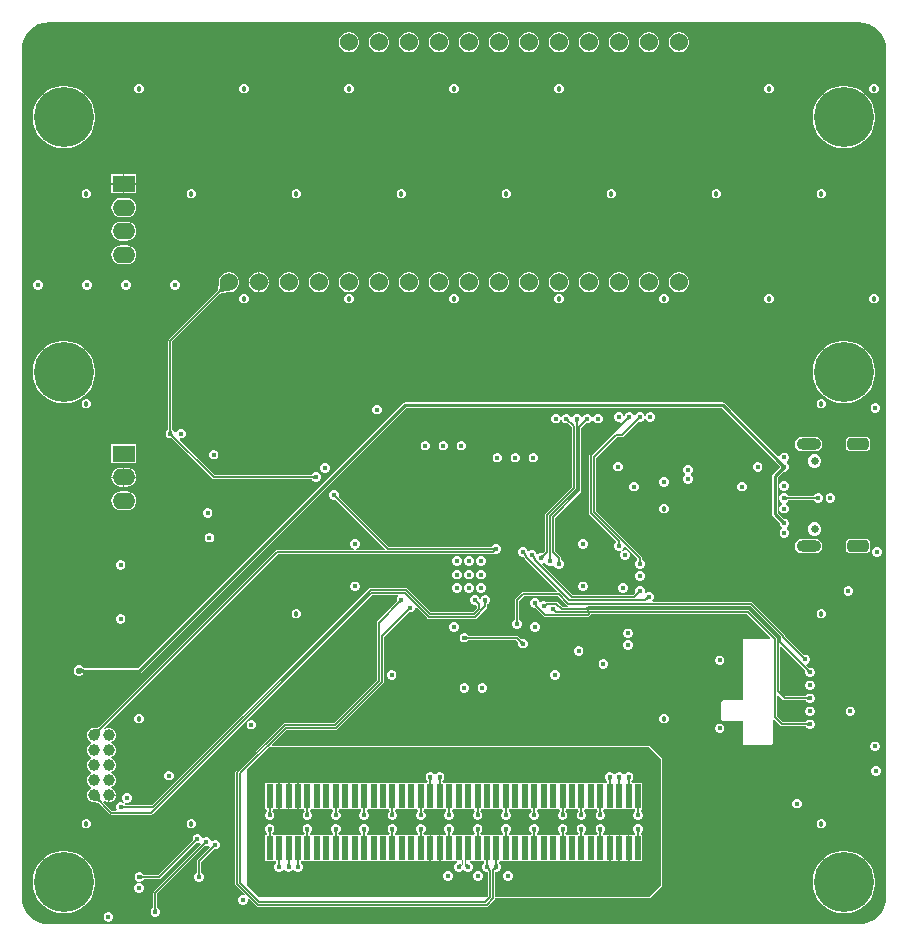
<source format=gbl>
G04*
G04 #@! TF.GenerationSoftware,Altium Limited,Altium Designer,24.2.2 (26)*
G04*
G04 Layer_Physical_Order=4*
G04 Layer_Color=16711680*
%FSLAX44Y44*%
%MOMM*%
G71*
G04*
G04 #@! TF.SameCoordinates,F7EBB540-B4CE-4F1F-BB4A-EDFB59B12267*
G04*
G04*
G04 #@! TF.FilePolarity,Positive*
G04*
G01*
G75*
%ADD12C,0.1524*%
%ADD13C,0.2540*%
%ADD14C,0.1270*%
%ADD42R,0.5000X2.0000*%
%ADD85C,1.5240*%
%ADD87C,0.1016*%
G04:AMPARAMS|DCode=88|XSize=1.8mm|YSize=1mm|CornerRadius=0.25mm|HoleSize=0mm|Usage=FLASHONLY|Rotation=180.000|XOffset=0mm|YOffset=0mm|HoleType=Round|Shape=RoundedRectangle|*
%AMROUNDEDRECTD88*
21,1,1.8000,0.5000,0,0,180.0*
21,1,1.3000,1.0000,0,0,180.0*
1,1,0.5000,-0.6500,0.2500*
1,1,0.5000,0.6500,0.2500*
1,1,0.5000,0.6500,-0.2500*
1,1,0.5000,-0.6500,-0.2500*
%
%ADD88ROUNDEDRECTD88*%
%ADD89O,2.1000X1.0000*%
%ADD90C,0.6500*%
%ADD91O,1.9050X1.3970*%
%ADD92R,1.9050X1.3970*%
%ADD93C,0.4524*%
%ADD94C,1.0000*%
%ADD95C,5.0800*%
%ADD96C,0.4572*%
%ADD97C,0.5794*%
G36*
X677606Y727504D02*
X681939Y726190D01*
X685933Y724055D01*
X689433Y721183D01*
X692306Y717683D01*
X694440Y713689D01*
X695754Y709356D01*
X696189Y704948D01*
X696169Y704850D01*
Y-12700D01*
X696189Y-12797D01*
X695754Y-17206D01*
X694440Y-21539D01*
X692306Y-25533D01*
X689433Y-29033D01*
X685933Y-31906D01*
X681939Y-34040D01*
X677606Y-35354D01*
X673197Y-35789D01*
X673100Y-35769D01*
X-12700D01*
X-12797Y-35789D01*
X-17206Y-35354D01*
X-21539Y-34040D01*
X-25533Y-31906D01*
X-29033Y-29033D01*
X-31906Y-25533D01*
X-34040Y-21539D01*
X-35354Y-17206D01*
X-35789Y-12797D01*
X-35769Y-12700D01*
Y704850D01*
X-35789Y704948D01*
X-35354Y709356D01*
X-34040Y713689D01*
X-31906Y717683D01*
X-29033Y721183D01*
X-25533Y724055D01*
X-21539Y726190D01*
X-17206Y727504D01*
X-12797Y727939D01*
X-12700Y727919D01*
X673100D01*
X673197Y727939D01*
X677606Y727504D01*
D02*
G37*
%LPC*%
G36*
X521837Y719836D02*
X519563D01*
X517367Y719248D01*
X515397Y718111D01*
X513789Y716503D01*
X512653Y714533D01*
X512064Y712337D01*
Y710063D01*
X512653Y707867D01*
X513789Y705897D01*
X515397Y704289D01*
X517367Y703152D01*
X519563Y702564D01*
X521837D01*
X524033Y703152D01*
X526003Y704289D01*
X527611Y705897D01*
X528747Y707867D01*
X529336Y710063D01*
Y712337D01*
X528747Y714533D01*
X527611Y716503D01*
X526003Y718111D01*
X524033Y719248D01*
X521837Y719836D01*
D02*
G37*
G36*
X496437D02*
X494163D01*
X491967Y719248D01*
X489997Y718111D01*
X488390Y716503D01*
X487253Y714533D01*
X486664Y712337D01*
Y710063D01*
X487253Y707867D01*
X488390Y705897D01*
X489997Y704289D01*
X491967Y703152D01*
X494163Y702564D01*
X496437D01*
X498633Y703152D01*
X500603Y704289D01*
X502211Y705897D01*
X503348Y707867D01*
X503936Y710063D01*
Y712337D01*
X503348Y714533D01*
X502211Y716503D01*
X500603Y718111D01*
X498633Y719248D01*
X496437Y719836D01*
D02*
G37*
G36*
X471037D02*
X468763D01*
X466567Y719248D01*
X464597Y718111D01*
X462990Y716503D01*
X461852Y714533D01*
X461264Y712337D01*
Y710063D01*
X461852Y707867D01*
X462990Y705897D01*
X464597Y704289D01*
X466567Y703152D01*
X468763Y702564D01*
X471037D01*
X473233Y703152D01*
X475203Y704289D01*
X476810Y705897D01*
X477948Y707867D01*
X478536Y710063D01*
Y712337D01*
X477948Y714533D01*
X476810Y716503D01*
X475203Y718111D01*
X473233Y719248D01*
X471037Y719836D01*
D02*
G37*
G36*
X445637D02*
X443363D01*
X441167Y719248D01*
X439197Y718111D01*
X437589Y716503D01*
X436452Y714533D01*
X435864Y712337D01*
Y710063D01*
X436452Y707867D01*
X437589Y705897D01*
X439197Y704289D01*
X441167Y703152D01*
X443363Y702564D01*
X445637D01*
X447833Y703152D01*
X449803Y704289D01*
X451410Y705897D01*
X452547Y707867D01*
X453136Y710063D01*
Y712337D01*
X452547Y714533D01*
X451410Y716503D01*
X449803Y718111D01*
X447833Y719248D01*
X445637Y719836D01*
D02*
G37*
G36*
X420237D02*
X417963D01*
X415767Y719248D01*
X413797Y718111D01*
X412189Y716503D01*
X411053Y714533D01*
X410464Y712337D01*
Y710063D01*
X411053Y707867D01*
X412189Y705897D01*
X413797Y704289D01*
X415767Y703152D01*
X417963Y702564D01*
X420237D01*
X422433Y703152D01*
X424403Y704289D01*
X426011Y705897D01*
X427147Y707867D01*
X427736Y710063D01*
Y712337D01*
X427147Y714533D01*
X426011Y716503D01*
X424403Y718111D01*
X422433Y719248D01*
X420237Y719836D01*
D02*
G37*
G36*
X394837D02*
X392563D01*
X390367Y719248D01*
X388397Y718111D01*
X386790Y716503D01*
X385653Y714533D01*
X385064Y712337D01*
Y710063D01*
X385653Y707867D01*
X386790Y705897D01*
X388397Y704289D01*
X390367Y703152D01*
X392563Y702564D01*
X394837D01*
X397033Y703152D01*
X399003Y704289D01*
X400611Y705897D01*
X401748Y707867D01*
X402336Y710063D01*
Y712337D01*
X401748Y714533D01*
X400611Y716503D01*
X399003Y718111D01*
X397033Y719248D01*
X394837Y719836D01*
D02*
G37*
G36*
X369437D02*
X367163D01*
X364967Y719248D01*
X362997Y718111D01*
X361390Y716503D01*
X360252Y714533D01*
X359664Y712337D01*
Y710063D01*
X360252Y707867D01*
X361390Y705897D01*
X362997Y704289D01*
X364967Y703152D01*
X367163Y702564D01*
X369437D01*
X371633Y703152D01*
X373603Y704289D01*
X375210Y705897D01*
X376348Y707867D01*
X376936Y710063D01*
Y712337D01*
X376348Y714533D01*
X375210Y716503D01*
X373603Y718111D01*
X371633Y719248D01*
X369437Y719836D01*
D02*
G37*
G36*
X344037D02*
X341763D01*
X339567Y719248D01*
X337597Y718111D01*
X335989Y716503D01*
X334852Y714533D01*
X334264Y712337D01*
Y710063D01*
X334852Y707867D01*
X335989Y705897D01*
X337597Y704289D01*
X339567Y703152D01*
X341763Y702564D01*
X344037D01*
X346233Y703152D01*
X348203Y704289D01*
X349810Y705897D01*
X350947Y707867D01*
X351536Y710063D01*
Y712337D01*
X350947Y714533D01*
X349810Y716503D01*
X348203Y718111D01*
X346233Y719248D01*
X344037Y719836D01*
D02*
G37*
G36*
X318637D02*
X316363D01*
X314167Y719248D01*
X312197Y718111D01*
X310590Y716503D01*
X309452Y714533D01*
X308864Y712337D01*
Y710063D01*
X309452Y707867D01*
X310590Y705897D01*
X312197Y704289D01*
X314167Y703152D01*
X316363Y702564D01*
X318637D01*
X320833Y703152D01*
X322803Y704289D01*
X324411Y705897D01*
X325547Y707867D01*
X326136Y710063D01*
Y712337D01*
X325547Y714533D01*
X324411Y716503D01*
X322803Y718111D01*
X320833Y719248D01*
X318637Y719836D01*
D02*
G37*
G36*
X293237D02*
X290963D01*
X288767Y719248D01*
X286797Y718111D01*
X285189Y716503D01*
X284053Y714533D01*
X283464Y712337D01*
Y710063D01*
X284053Y707867D01*
X285189Y705897D01*
X286797Y704289D01*
X288767Y703152D01*
X290963Y702564D01*
X293237D01*
X295433Y703152D01*
X297403Y704289D01*
X299011Y705897D01*
X300147Y707867D01*
X300736Y710063D01*
Y712337D01*
X300147Y714533D01*
X299011Y716503D01*
X297403Y718111D01*
X295433Y719248D01*
X293237Y719836D01*
D02*
G37*
G36*
X267837D02*
X265563D01*
X263367Y719248D01*
X261397Y718111D01*
X259790Y716503D01*
X258652Y714533D01*
X258064Y712337D01*
Y710063D01*
X258652Y707867D01*
X259790Y705897D01*
X261397Y704289D01*
X263367Y703152D01*
X265563Y702564D01*
X267837D01*
X270033Y703152D01*
X272003Y704289D01*
X273610Y705897D01*
X274748Y707867D01*
X275336Y710063D01*
Y712337D01*
X274748Y714533D01*
X273610Y716503D01*
X272003Y718111D01*
X270033Y719248D01*
X267837Y719836D01*
D02*
G37*
G36*
X242437D02*
X240163D01*
X237967Y719248D01*
X235997Y718111D01*
X234389Y716503D01*
X233253Y714533D01*
X232664Y712337D01*
Y710063D01*
X233253Y707867D01*
X234389Y705897D01*
X235997Y704289D01*
X237967Y703152D01*
X240163Y702564D01*
X242437D01*
X244633Y703152D01*
X246603Y704289D01*
X248211Y705897D01*
X249347Y707867D01*
X249936Y710063D01*
Y712337D01*
X249347Y714533D01*
X248211Y716503D01*
X246603Y718111D01*
X244633Y719248D01*
X242437Y719836D01*
D02*
G37*
G36*
X686600Y675854D02*
X685000D01*
X683521Y675241D01*
X682389Y674109D01*
X681776Y672630D01*
Y671030D01*
X682389Y669551D01*
X683521Y668419D01*
X685000Y667806D01*
X686600D01*
X688079Y668419D01*
X689211Y669551D01*
X689824Y671030D01*
Y672630D01*
X689211Y674109D01*
X688079Y675241D01*
X686600Y675854D01*
D02*
G37*
G36*
X597700D02*
X596100D01*
X594621Y675241D01*
X593489Y674109D01*
X592876Y672630D01*
Y671030D01*
X593489Y669551D01*
X594621Y668419D01*
X596100Y667806D01*
X597700D01*
X599179Y668419D01*
X600311Y669551D01*
X600924Y671030D01*
Y672630D01*
X600311Y674109D01*
X599179Y675241D01*
X597700Y675854D01*
D02*
G37*
G36*
X419900D02*
X418300D01*
X416821Y675241D01*
X415689Y674109D01*
X415076Y672630D01*
Y671030D01*
X415689Y669551D01*
X416821Y668419D01*
X418300Y667806D01*
X419900D01*
X421379Y668419D01*
X422511Y669551D01*
X423124Y671030D01*
Y672630D01*
X422511Y674109D01*
X421379Y675241D01*
X419900Y675854D01*
D02*
G37*
G36*
X331000D02*
X329400D01*
X327921Y675241D01*
X326789Y674109D01*
X326176Y672630D01*
Y671030D01*
X326789Y669551D01*
X327921Y668419D01*
X329400Y667806D01*
X331000D01*
X332479Y668419D01*
X333611Y669551D01*
X334224Y671030D01*
Y672630D01*
X333611Y674109D01*
X332479Y675241D01*
X331000Y675854D01*
D02*
G37*
G36*
X242100D02*
X240500D01*
X239021Y675241D01*
X237889Y674109D01*
X237276Y672630D01*
Y671030D01*
X237889Y669551D01*
X239021Y668419D01*
X240500Y667806D01*
X242100D01*
X243579Y668419D01*
X244711Y669551D01*
X245324Y671030D01*
Y672630D01*
X244711Y674109D01*
X243579Y675241D01*
X242100Y675854D01*
D02*
G37*
G36*
X153200D02*
X151600D01*
X150121Y675241D01*
X148989Y674109D01*
X148376Y672630D01*
Y671030D01*
X148989Y669551D01*
X150121Y668419D01*
X151600Y667806D01*
X153200D01*
X154679Y668419D01*
X155811Y669551D01*
X156424Y671030D01*
Y672630D01*
X155811Y674109D01*
X154679Y675241D01*
X153200Y675854D01*
D02*
G37*
G36*
X64300D02*
X62700D01*
X61221Y675241D01*
X60089Y674109D01*
X59476Y672630D01*
Y671030D01*
X60089Y669551D01*
X61221Y668419D01*
X62700Y667806D01*
X64300D01*
X65779Y668419D01*
X66911Y669551D01*
X67524Y671030D01*
Y672630D01*
X66911Y674109D01*
X65779Y675241D01*
X64300Y675854D01*
D02*
G37*
G36*
X662479Y674116D02*
X658321D01*
X654214Y673466D01*
X650260Y672181D01*
X646555Y670293D01*
X643191Y667849D01*
X640251Y664909D01*
X637807Y661545D01*
X635919Y657840D01*
X634634Y653886D01*
X633984Y649779D01*
Y645621D01*
X634634Y641514D01*
X635919Y637560D01*
X637807Y633855D01*
X640251Y630491D01*
X643191Y627551D01*
X646555Y625107D01*
X650260Y623219D01*
X654214Y621934D01*
X658321Y621284D01*
X662479D01*
X666586Y621934D01*
X670540Y623219D01*
X674245Y625107D01*
X677609Y627551D01*
X680549Y630491D01*
X682993Y633855D01*
X684881Y637560D01*
X686166Y641514D01*
X686816Y645621D01*
Y649779D01*
X686166Y653886D01*
X684881Y657840D01*
X682993Y661545D01*
X680549Y664909D01*
X677609Y667849D01*
X674245Y670293D01*
X670540Y672181D01*
X666586Y673466D01*
X662479Y674116D01*
D02*
G37*
G36*
X2079D02*
X-2079D01*
X-6186Y673466D01*
X-10140Y672181D01*
X-13845Y670293D01*
X-17209Y667849D01*
X-20149Y664909D01*
X-22593Y661545D01*
X-24481Y657840D01*
X-25766Y653886D01*
X-26416Y649779D01*
Y645621D01*
X-25766Y641514D01*
X-24481Y637560D01*
X-22593Y633855D01*
X-20149Y630491D01*
X-17209Y627551D01*
X-13845Y625107D01*
X-10140Y623219D01*
X-6186Y621934D01*
X-2079Y621284D01*
X2079D01*
X6186Y621934D01*
X10140Y623219D01*
X13845Y625107D01*
X17209Y627551D01*
X20149Y630491D01*
X22593Y633855D01*
X24481Y637560D01*
X25766Y641514D01*
X26416Y645621D01*
Y649779D01*
X25766Y653886D01*
X24481Y657840D01*
X22593Y661545D01*
X20149Y664909D01*
X17209Y667849D01*
X13845Y670293D01*
X10140Y672181D01*
X6186Y673466D01*
X2079Y674116D01*
D02*
G37*
G36*
X61341Y599181D02*
X51308D01*
Y591688D01*
X61341D01*
Y599181D01*
D02*
G37*
G36*
X50292D02*
X40259D01*
Y591688D01*
X50292D01*
Y599181D01*
D02*
G37*
G36*
X61341Y590672D02*
X51308D01*
Y583179D01*
X61341D01*
Y590672D01*
D02*
G37*
G36*
X50292D02*
X40259D01*
Y583179D01*
X50292D01*
Y590672D01*
D02*
G37*
G36*
X642150Y586954D02*
X640550D01*
X639071Y586341D01*
X637939Y585209D01*
X637326Y583730D01*
Y582130D01*
X637939Y580651D01*
X639071Y579519D01*
X640550Y578906D01*
X642150D01*
X643629Y579519D01*
X644761Y580651D01*
X645374Y582130D01*
Y583730D01*
X644761Y585209D01*
X643629Y586341D01*
X642150Y586954D01*
D02*
G37*
G36*
X553250D02*
X551650D01*
X550171Y586341D01*
X549039Y585209D01*
X548426Y583730D01*
Y582130D01*
X549039Y580651D01*
X550171Y579519D01*
X551650Y578906D01*
X553250D01*
X554729Y579519D01*
X555861Y580651D01*
X556474Y582130D01*
Y583730D01*
X555861Y585209D01*
X554729Y586341D01*
X553250Y586954D01*
D02*
G37*
G36*
X464350D02*
X462750D01*
X461271Y586341D01*
X460139Y585209D01*
X459526Y583730D01*
Y582130D01*
X460139Y580651D01*
X461271Y579519D01*
X462750Y578906D01*
X464350D01*
X465829Y579519D01*
X466961Y580651D01*
X467574Y582130D01*
Y583730D01*
X466961Y585209D01*
X465829Y586341D01*
X464350Y586954D01*
D02*
G37*
G36*
X375450D02*
X373850D01*
X372371Y586341D01*
X371239Y585209D01*
X370626Y583730D01*
Y582130D01*
X371239Y580651D01*
X372371Y579519D01*
X373850Y578906D01*
X375450D01*
X376929Y579519D01*
X378061Y580651D01*
X378674Y582130D01*
Y583730D01*
X378061Y585209D01*
X376929Y586341D01*
X375450Y586954D01*
D02*
G37*
G36*
X286550D02*
X284950D01*
X283471Y586341D01*
X282339Y585209D01*
X281726Y583730D01*
Y582130D01*
X282339Y580651D01*
X283471Y579519D01*
X284950Y578906D01*
X286550D01*
X288029Y579519D01*
X289161Y580651D01*
X289774Y582130D01*
Y583730D01*
X289161Y585209D01*
X288029Y586341D01*
X286550Y586954D01*
D02*
G37*
G36*
X197650D02*
X196050D01*
X194571Y586341D01*
X193439Y585209D01*
X192826Y583730D01*
Y582130D01*
X193439Y580651D01*
X194571Y579519D01*
X196050Y578906D01*
X197650D01*
X199129Y579519D01*
X200261Y580651D01*
X200874Y582130D01*
Y583730D01*
X200261Y585209D01*
X199129Y586341D01*
X197650Y586954D01*
D02*
G37*
G36*
X108750D02*
X107150D01*
X105671Y586341D01*
X104539Y585209D01*
X103926Y583730D01*
Y582130D01*
X104539Y580651D01*
X105671Y579519D01*
X107150Y578906D01*
X108750D01*
X110229Y579519D01*
X111361Y580651D01*
X111974Y582130D01*
Y583730D01*
X111361Y585209D01*
X110229Y586341D01*
X108750Y586954D01*
D02*
G37*
G36*
X19850D02*
X18250D01*
X16771Y586341D01*
X15639Y585209D01*
X15026Y583730D01*
Y582130D01*
X15639Y580651D01*
X16771Y579519D01*
X18250Y578906D01*
X19850D01*
X21329Y579519D01*
X22461Y580651D01*
X23074Y582130D01*
Y583730D01*
X22461Y585209D01*
X21329Y586341D01*
X19850Y586954D01*
D02*
G37*
G36*
X53340Y579250D02*
X48260D01*
X46171Y578975D01*
X44225Y578169D01*
X42554Y576886D01*
X41271Y575215D01*
X40465Y573269D01*
X40190Y571180D01*
X40465Y569091D01*
X41271Y567145D01*
X42554Y565474D01*
X44225Y564191D01*
X46171Y563385D01*
X48260Y563110D01*
X53340D01*
X55429Y563385D01*
X57375Y564191D01*
X59046Y565474D01*
X60329Y567145D01*
X61135Y569091D01*
X61410Y571180D01*
X61135Y573269D01*
X60329Y575215D01*
X59046Y576886D01*
X57375Y578169D01*
X55429Y578975D01*
X53340Y579250D01*
D02*
G37*
G36*
Y559250D02*
X48260D01*
X46171Y558975D01*
X44225Y558169D01*
X42554Y556886D01*
X41271Y555215D01*
X40465Y553269D01*
X40190Y551180D01*
X40465Y549091D01*
X41271Y547145D01*
X42554Y545474D01*
X44225Y544191D01*
X46171Y543385D01*
X48260Y543110D01*
X53340D01*
X55429Y543385D01*
X57375Y544191D01*
X59046Y545474D01*
X60329Y547145D01*
X61135Y549091D01*
X61410Y551180D01*
X61135Y553269D01*
X60329Y555215D01*
X59046Y556886D01*
X57375Y558169D01*
X55429Y558975D01*
X53340Y559250D01*
D02*
G37*
G36*
Y539250D02*
X48260D01*
X46171Y538975D01*
X44225Y538169D01*
X42554Y536886D01*
X41271Y535215D01*
X40465Y533269D01*
X40190Y531180D01*
X40465Y529091D01*
X41271Y527145D01*
X42554Y525474D01*
X44225Y524191D01*
X46171Y523385D01*
X48260Y523110D01*
X53340D01*
X55429Y523385D01*
X57375Y524191D01*
X59046Y525474D01*
X60329Y527145D01*
X61135Y529091D01*
X61410Y531180D01*
X61135Y533269D01*
X60329Y535215D01*
X59046Y536886D01*
X57375Y538169D01*
X55429Y538975D01*
X53340Y539250D01*
D02*
G37*
G36*
X166237Y516636D02*
X165608D01*
Y508508D01*
X173736D01*
Y509137D01*
X173148Y511333D01*
X172010Y513303D01*
X170403Y514911D01*
X168433Y516048D01*
X166237Y516636D01*
D02*
G37*
G36*
X164592D02*
X163963D01*
X161767Y516048D01*
X159797Y514911D01*
X158189Y513303D01*
X157052Y511333D01*
X156464Y509137D01*
Y508508D01*
X164592D01*
Y516636D01*
D02*
G37*
G36*
X20256Y509640D02*
X18664D01*
X17194Y509031D01*
X16069Y507906D01*
X15460Y506436D01*
Y504844D01*
X16069Y503374D01*
X17194Y502249D01*
X18664Y501640D01*
X20256D01*
X21726Y502249D01*
X22851Y503374D01*
X23460Y504844D01*
Y506436D01*
X22851Y507906D01*
X21726Y509031D01*
X20256Y509640D01*
D02*
G37*
G36*
X-21244D02*
X-22836D01*
X-24306Y509031D01*
X-25431Y507906D01*
X-26040Y506436D01*
Y504844D01*
X-25431Y503374D01*
X-24306Y502249D01*
X-22836Y501640D01*
X-21244D01*
X-19774Y502249D01*
X-18649Y503374D01*
X-18040Y504844D01*
Y506436D01*
X-18649Y507906D01*
X-19774Y509031D01*
X-21244Y509640D01*
D02*
G37*
G36*
X94776Y509640D02*
X93184D01*
X91714Y509031D01*
X90589Y507906D01*
X89980Y506436D01*
Y504844D01*
X90589Y503374D01*
X91714Y502249D01*
X93184Y501640D01*
X94776D01*
X96246Y502249D01*
X97371Y503374D01*
X97980Y504844D01*
Y506436D01*
X97371Y507906D01*
X96246Y509031D01*
X94776Y509640D01*
D02*
G37*
G36*
X53276D02*
X51684D01*
X50214Y509031D01*
X49089Y507906D01*
X48480Y506436D01*
Y504844D01*
X49089Y503374D01*
X50214Y502249D01*
X51684Y501640D01*
X53276D01*
X54746Y502249D01*
X55871Y503374D01*
X56480Y504844D01*
Y506436D01*
X55871Y507906D01*
X54746Y509031D01*
X53276Y509640D01*
D02*
G37*
G36*
X521837Y516636D02*
X519563D01*
X517367Y516048D01*
X515397Y514911D01*
X513789Y513303D01*
X512653Y511333D01*
X512064Y509137D01*
Y506863D01*
X512653Y504667D01*
X513789Y502697D01*
X515397Y501089D01*
X517367Y499953D01*
X519563Y499364D01*
X521837D01*
X524033Y499953D01*
X526003Y501089D01*
X527611Y502697D01*
X528747Y504667D01*
X529336Y506863D01*
Y509137D01*
X528747Y511333D01*
X527611Y513303D01*
X526003Y514911D01*
X524033Y516048D01*
X521837Y516636D01*
D02*
G37*
G36*
X496437D02*
X494163D01*
X491967Y516048D01*
X489997Y514911D01*
X488390Y513303D01*
X487253Y511333D01*
X486664Y509137D01*
Y506863D01*
X487253Y504667D01*
X488390Y502697D01*
X489997Y501089D01*
X491967Y499953D01*
X494163Y499364D01*
X496437D01*
X498633Y499953D01*
X500603Y501089D01*
X502211Y502697D01*
X503348Y504667D01*
X503936Y506863D01*
Y509137D01*
X503348Y511333D01*
X502211Y513303D01*
X500603Y514911D01*
X498633Y516048D01*
X496437Y516636D01*
D02*
G37*
G36*
X471037D02*
X468763D01*
X466567Y516048D01*
X464597Y514911D01*
X462989Y513303D01*
X461852Y511333D01*
X461264Y509137D01*
Y506863D01*
X461852Y504667D01*
X462989Y502697D01*
X464597Y501089D01*
X466567Y499953D01*
X468763Y499364D01*
X471037D01*
X473233Y499953D01*
X475203Y501089D01*
X476810Y502697D01*
X477948Y504667D01*
X478536Y506863D01*
Y509137D01*
X477948Y511333D01*
X476810Y513303D01*
X475203Y514911D01*
X473233Y516048D01*
X471037Y516636D01*
D02*
G37*
G36*
X445637D02*
X443363D01*
X441167Y516048D01*
X439197Y514911D01*
X437589Y513303D01*
X436452Y511333D01*
X435864Y509137D01*
Y506863D01*
X436452Y504667D01*
X437589Y502697D01*
X439197Y501089D01*
X441167Y499953D01*
X443363Y499364D01*
X445637D01*
X447833Y499953D01*
X449803Y501089D01*
X451411Y502697D01*
X452547Y504667D01*
X453136Y506863D01*
Y509137D01*
X452547Y511333D01*
X451411Y513303D01*
X449803Y514911D01*
X447833Y516048D01*
X445637Y516636D01*
D02*
G37*
G36*
X420237D02*
X417963D01*
X415767Y516048D01*
X413797Y514911D01*
X412189Y513303D01*
X411053Y511333D01*
X410464Y509137D01*
Y506863D01*
X411053Y504667D01*
X412189Y502697D01*
X413797Y501089D01*
X415767Y499953D01*
X417963Y499364D01*
X420237D01*
X422433Y499953D01*
X424403Y501089D01*
X426011Y502697D01*
X427147Y504667D01*
X427736Y506863D01*
Y509137D01*
X427147Y511333D01*
X426011Y513303D01*
X424403Y514911D01*
X422433Y516048D01*
X420237Y516636D01*
D02*
G37*
G36*
X394837D02*
X392563D01*
X390367Y516048D01*
X388397Y514911D01*
X386790Y513303D01*
X385653Y511333D01*
X385064Y509137D01*
Y506863D01*
X385653Y504667D01*
X386790Y502697D01*
X388397Y501089D01*
X390367Y499953D01*
X392563Y499364D01*
X394837D01*
X397033Y499953D01*
X399003Y501089D01*
X400611Y502697D01*
X401748Y504667D01*
X402336Y506863D01*
Y509137D01*
X401748Y511333D01*
X400611Y513303D01*
X399003Y514911D01*
X397033Y516048D01*
X394837Y516636D01*
D02*
G37*
G36*
X369437D02*
X367163D01*
X364967Y516048D01*
X362997Y514911D01*
X361390Y513303D01*
X360252Y511333D01*
X359664Y509137D01*
Y506863D01*
X360252Y504667D01*
X361390Y502697D01*
X362997Y501089D01*
X364967Y499953D01*
X367163Y499364D01*
X369437D01*
X371633Y499953D01*
X373603Y501089D01*
X375210Y502697D01*
X376348Y504667D01*
X376936Y506863D01*
Y509137D01*
X376348Y511333D01*
X375210Y513303D01*
X373603Y514911D01*
X371633Y516048D01*
X369437Y516636D01*
D02*
G37*
G36*
X344037D02*
X341763D01*
X339567Y516048D01*
X337597Y514911D01*
X335989Y513303D01*
X334852Y511333D01*
X334264Y509137D01*
Y506863D01*
X334852Y504667D01*
X335989Y502697D01*
X337597Y501089D01*
X339567Y499953D01*
X341763Y499364D01*
X344037D01*
X346233Y499953D01*
X348203Y501089D01*
X349810Y502697D01*
X350947Y504667D01*
X351536Y506863D01*
Y509137D01*
X350947Y511333D01*
X349810Y513303D01*
X348203Y514911D01*
X346233Y516048D01*
X344037Y516636D01*
D02*
G37*
G36*
X318637D02*
X316363D01*
X314167Y516048D01*
X312197Y514911D01*
X310590Y513303D01*
X309452Y511333D01*
X308864Y509137D01*
Y506863D01*
X309452Y504667D01*
X310590Y502697D01*
X312197Y501089D01*
X314167Y499953D01*
X316363Y499364D01*
X318637D01*
X320833Y499953D01*
X322803Y501089D01*
X324411Y502697D01*
X325547Y504667D01*
X326136Y506863D01*
Y509137D01*
X325547Y511333D01*
X324411Y513303D01*
X322803Y514911D01*
X320833Y516048D01*
X318637Y516636D01*
D02*
G37*
G36*
X293237D02*
X290963D01*
X288767Y516048D01*
X286797Y514911D01*
X285189Y513303D01*
X284053Y511333D01*
X283464Y509137D01*
Y506863D01*
X284053Y504667D01*
X285189Y502697D01*
X286797Y501089D01*
X288767Y499953D01*
X290963Y499364D01*
X293237D01*
X295433Y499953D01*
X297403Y501089D01*
X299011Y502697D01*
X300147Y504667D01*
X300736Y506863D01*
Y509137D01*
X300147Y511333D01*
X299011Y513303D01*
X297403Y514911D01*
X295433Y516048D01*
X293237Y516636D01*
D02*
G37*
G36*
X267837D02*
X265563D01*
X263367Y516048D01*
X261397Y514911D01*
X259790Y513303D01*
X258652Y511333D01*
X258064Y509137D01*
Y506863D01*
X258652Y504667D01*
X259790Y502697D01*
X261397Y501089D01*
X263367Y499953D01*
X265563Y499364D01*
X267837D01*
X270033Y499953D01*
X272003Y501089D01*
X273610Y502697D01*
X274748Y504667D01*
X275336Y506863D01*
Y509137D01*
X274748Y511333D01*
X273610Y513303D01*
X272003Y514911D01*
X270033Y516048D01*
X267837Y516636D01*
D02*
G37*
G36*
X242437D02*
X240163D01*
X237967Y516048D01*
X235997Y514911D01*
X234389Y513303D01*
X233253Y511333D01*
X232664Y509137D01*
Y506863D01*
X233253Y504667D01*
X234389Y502697D01*
X235997Y501089D01*
X237967Y499953D01*
X240163Y499364D01*
X242437D01*
X244633Y499953D01*
X246603Y501089D01*
X248211Y502697D01*
X249347Y504667D01*
X249936Y506863D01*
Y509137D01*
X249347Y511333D01*
X248211Y513303D01*
X246603Y514911D01*
X244633Y516048D01*
X242437Y516636D01*
D02*
G37*
G36*
X217037D02*
X214763D01*
X212567Y516048D01*
X210597Y514911D01*
X208990Y513303D01*
X207852Y511333D01*
X207264Y509137D01*
Y506863D01*
X207852Y504667D01*
X208990Y502697D01*
X210597Y501089D01*
X212567Y499953D01*
X214763Y499364D01*
X217037D01*
X219233Y499953D01*
X221203Y501089D01*
X222811Y502697D01*
X223948Y504667D01*
X224536Y506863D01*
Y509137D01*
X223948Y511333D01*
X222811Y513303D01*
X221203Y514911D01*
X219233Y516048D01*
X217037Y516636D01*
D02*
G37*
G36*
X191637D02*
X189363D01*
X187167Y516048D01*
X185197Y514911D01*
X183589Y513303D01*
X182453Y511333D01*
X181864Y509137D01*
Y506863D01*
X182453Y504667D01*
X183589Y502697D01*
X185197Y501089D01*
X187167Y499953D01*
X189363Y499364D01*
X191637D01*
X193833Y499953D01*
X195803Y501089D01*
X197411Y502697D01*
X198547Y504667D01*
X199136Y506863D01*
Y509137D01*
X198547Y511333D01*
X197411Y513303D01*
X195803Y514911D01*
X193833Y516048D01*
X191637Y516636D01*
D02*
G37*
G36*
X173736Y507492D02*
X165608D01*
Y499364D01*
X166237D01*
X168433Y499953D01*
X170403Y501089D01*
X172010Y502697D01*
X173148Y504667D01*
X173736Y506863D01*
Y507492D01*
D02*
G37*
G36*
X164592D02*
X156464D01*
Y506863D01*
X157052Y504667D01*
X158189Y502697D01*
X159797Y501089D01*
X161767Y499953D01*
X163963Y499364D01*
X164592D01*
Y507492D01*
D02*
G37*
G36*
X686600Y498054D02*
X685000D01*
X683521Y497441D01*
X682389Y496309D01*
X681776Y494830D01*
Y493230D01*
X682389Y491751D01*
X683521Y490619D01*
X685000Y490006D01*
X686600D01*
X688079Y490619D01*
X689211Y491751D01*
X689824Y493230D01*
Y494830D01*
X689211Y496309D01*
X688079Y497441D01*
X686600Y498054D01*
D02*
G37*
G36*
X597700D02*
X596100D01*
X594621Y497441D01*
X593489Y496309D01*
X592876Y494830D01*
Y493230D01*
X593489Y491751D01*
X594621Y490619D01*
X596100Y490006D01*
X597700D01*
X599179Y490619D01*
X600311Y491751D01*
X600924Y493230D01*
Y494830D01*
X600311Y496309D01*
X599179Y497441D01*
X597700Y498054D01*
D02*
G37*
G36*
X508800D02*
X507200D01*
X505721Y497441D01*
X504589Y496309D01*
X503976Y494830D01*
Y493230D01*
X504589Y491751D01*
X505721Y490619D01*
X507200Y490006D01*
X508800D01*
X510279Y490619D01*
X511411Y491751D01*
X512024Y493230D01*
Y494830D01*
X511411Y496309D01*
X510279Y497441D01*
X508800Y498054D01*
D02*
G37*
G36*
X419900D02*
X418300D01*
X416821Y497441D01*
X415689Y496309D01*
X415076Y494830D01*
Y493230D01*
X415689Y491751D01*
X416821Y490619D01*
X418300Y490006D01*
X419900D01*
X421379Y490619D01*
X422511Y491751D01*
X423124Y493230D01*
Y494830D01*
X422511Y496309D01*
X421379Y497441D01*
X419900Y498054D01*
D02*
G37*
G36*
X331000D02*
X329400D01*
X327921Y497441D01*
X326789Y496309D01*
X326176Y494830D01*
Y493230D01*
X326789Y491751D01*
X327921Y490619D01*
X329400Y490006D01*
X331000D01*
X332479Y490619D01*
X333611Y491751D01*
X334224Y493230D01*
Y494830D01*
X333611Y496309D01*
X332479Y497441D01*
X331000Y498054D01*
D02*
G37*
G36*
X242100D02*
X240500D01*
X239021Y497441D01*
X237889Y496309D01*
X237276Y494830D01*
Y493230D01*
X237889Y491751D01*
X239021Y490619D01*
X240500Y490006D01*
X242100D01*
X243579Y490619D01*
X244711Y491751D01*
X245324Y493230D01*
Y494830D01*
X244711Y496309D01*
X243579Y497441D01*
X242100Y498054D01*
D02*
G37*
G36*
X153200D02*
X151600D01*
X150121Y497441D01*
X148989Y496309D01*
X148376Y494830D01*
Y493230D01*
X148989Y491751D01*
X150121Y490619D01*
X151600Y490006D01*
X153200D01*
X154679Y490619D01*
X155811Y491751D01*
X156424Y493230D01*
Y494830D01*
X155811Y496309D01*
X154679Y497441D01*
X153200Y498054D01*
D02*
G37*
G36*
X662479Y458216D02*
X658321D01*
X654214Y457566D01*
X650260Y456281D01*
X646555Y454393D01*
X643191Y451949D01*
X640251Y449009D01*
X637807Y445645D01*
X635919Y441940D01*
X634634Y437986D01*
X633984Y433879D01*
Y429721D01*
X634634Y425614D01*
X635919Y421660D01*
X637807Y417955D01*
X640251Y414591D01*
X643191Y411651D01*
X646555Y409207D01*
X650260Y407319D01*
X654214Y406034D01*
X658321Y405384D01*
X662479D01*
X666586Y406034D01*
X670540Y407319D01*
X674245Y409207D01*
X677609Y411651D01*
X680549Y414591D01*
X682993Y417955D01*
X684881Y421660D01*
X686166Y425614D01*
X686816Y429721D01*
Y433879D01*
X686166Y437986D01*
X684881Y441940D01*
X682993Y445645D01*
X680549Y449009D01*
X677609Y451949D01*
X674245Y454393D01*
X670540Y456281D01*
X666586Y457566D01*
X662479Y458216D01*
D02*
G37*
G36*
X2079D02*
X-2079D01*
X-6186Y457566D01*
X-10140Y456281D01*
X-13845Y454393D01*
X-17209Y451949D01*
X-20149Y449009D01*
X-22593Y445645D01*
X-24481Y441940D01*
X-25766Y437986D01*
X-26416Y433879D01*
Y429721D01*
X-25766Y425614D01*
X-24481Y421660D01*
X-22593Y417955D01*
X-20149Y414591D01*
X-17209Y411651D01*
X-13845Y409207D01*
X-10140Y407319D01*
X-6186Y406034D01*
X-2079Y405384D01*
X2079D01*
X6186Y406034D01*
X10140Y407319D01*
X13845Y409207D01*
X17209Y411651D01*
X20149Y414591D01*
X22593Y417955D01*
X24481Y421660D01*
X25766Y425614D01*
X26416Y429721D01*
Y433879D01*
X25766Y437986D01*
X24481Y441940D01*
X22593Y445645D01*
X20149Y449009D01*
X17209Y451949D01*
X13845Y454393D01*
X10140Y456281D01*
X6186Y457566D01*
X2079Y458216D01*
D02*
G37*
G36*
X642150Y409154D02*
X640550D01*
X639071Y408541D01*
X637939Y407409D01*
X637326Y405930D01*
Y404330D01*
X637939Y402851D01*
X639071Y401719D01*
X640550Y401106D01*
X642150D01*
X643629Y401719D01*
X644761Y402851D01*
X645374Y404330D01*
Y405930D01*
X644761Y407409D01*
X643629Y408541D01*
X642150Y409154D01*
D02*
G37*
G36*
X19850D02*
X18250D01*
X16771Y408541D01*
X15639Y407409D01*
X15026Y405930D01*
Y404330D01*
X15639Y402851D01*
X16771Y401719D01*
X18250Y401106D01*
X19850D01*
X21329Y401719D01*
X22461Y402851D01*
X23074Y404330D01*
Y405930D01*
X22461Y407409D01*
X21329Y408541D01*
X19850Y409154D01*
D02*
G37*
G36*
X687866Y405320D02*
X686274D01*
X684804Y404711D01*
X683679Y403586D01*
X683070Y402116D01*
Y400524D01*
X683679Y399054D01*
X684804Y397929D01*
X686274Y397320D01*
X687866D01*
X689336Y397929D01*
X690461Y399054D01*
X691070Y400524D01*
Y402116D01*
X690461Y403586D01*
X689336Y404711D01*
X687866Y405320D01*
D02*
G37*
G36*
X265986Y404050D02*
X264394D01*
X262924Y403441D01*
X261799Y402316D01*
X261190Y400846D01*
Y399254D01*
X261799Y397784D01*
X262924Y396659D01*
X264394Y396050D01*
X265986D01*
X267456Y396659D01*
X268581Y397784D01*
X269190Y399254D01*
Y400846D01*
X268581Y402316D01*
X267456Y403441D01*
X265986Y404050D01*
D02*
G37*
G36*
X497366Y397700D02*
X495774D01*
X494304Y397091D01*
X493179Y395966D01*
X492812Y395081D01*
X491438D01*
X491071Y395966D01*
X489946Y397091D01*
X488476Y397700D01*
X486884D01*
X485414Y397091D01*
X484289Y395966D01*
X483922Y395081D01*
X482548D01*
X482181Y395966D01*
X481056Y397091D01*
X479586Y397700D01*
X477994D01*
X476524Y397091D01*
X475399Y395966D01*
X475032Y395081D01*
X473658D01*
X473291Y395966D01*
X472166Y397091D01*
X470696Y397700D01*
X469104D01*
X467634Y397091D01*
X466509Y395966D01*
X465900Y394496D01*
Y392904D01*
X466509Y391434D01*
X467634Y390309D01*
X469104Y389700D01*
X470613D01*
X470810Y389477D01*
X471275Y388565D01*
X445278Y362568D01*
X444913Y362022D01*
X444785Y361378D01*
Y312299D01*
X444913Y311655D01*
X445278Y311109D01*
X467285Y289101D01*
X467634Y287871D01*
X466509Y286746D01*
X465900Y285276D01*
Y283684D01*
X466509Y282214D01*
X467634Y281089D01*
X469104Y280480D01*
X470696D01*
X471466Y280799D01*
X472186Y279723D01*
X471589Y279126D01*
X470980Y277656D01*
Y276064D01*
X471589Y274594D01*
X472714Y273469D01*
X474184Y272860D01*
X475776D01*
X477246Y273469D01*
X478371Y274594D01*
X478980Y276064D01*
Y277656D01*
X478371Y279126D01*
X477246Y280251D01*
X475776Y280860D01*
X474184D01*
X473414Y280541D01*
X472694Y281617D01*
X473291Y282214D01*
X473900Y283684D01*
Y283923D01*
X475170Y284449D01*
X485587Y274032D01*
X485418Y272665D01*
X485388Y272605D01*
X484289Y271506D01*
X483680Y270036D01*
Y268444D01*
X484289Y266974D01*
X485414Y265849D01*
X486884Y265240D01*
X488476D01*
X489946Y265849D01*
X491071Y266974D01*
X491680Y268444D01*
Y270036D01*
X491071Y271506D01*
X489946Y272631D01*
X489396Y272859D01*
X489363Y272927D01*
Y274320D01*
X489235Y274964D01*
X488870Y275510D01*
X450437Y313943D01*
Y359157D01*
X468115Y376834D01*
X472498D01*
X473142Y376963D01*
X473688Y377327D01*
X486263Y389902D01*
X486334Y389928D01*
X486884Y389700D01*
X488476D01*
X489946Y390309D01*
X491071Y391434D01*
X491438Y392319D01*
X492812D01*
X493179Y391434D01*
X494304Y390309D01*
X495774Y389700D01*
X497366D01*
X498836Y390309D01*
X499961Y391434D01*
X500570Y392904D01*
Y394496D01*
X499961Y395966D01*
X498836Y397091D01*
X497366Y397700D01*
D02*
G37*
G36*
X452916Y396430D02*
X451324D01*
X449854Y395821D01*
X448729Y394696D01*
X448362Y393811D01*
X446988D01*
X446621Y394696D01*
X445496Y395821D01*
X444026Y396430D01*
X442434D01*
X440964Y395821D01*
X439839Y394696D01*
X439472Y393811D01*
X438098D01*
X437731Y394696D01*
X436606Y395821D01*
X435136Y396430D01*
X433544D01*
X432074Y395821D01*
X430949Y394696D01*
X430582Y393811D01*
X429208D01*
X428841Y394696D01*
X427716Y395821D01*
X426246Y396430D01*
X424654D01*
X423184Y395821D01*
X422059Y394696D01*
X421692Y393811D01*
X420318D01*
X419951Y394696D01*
X418826Y395821D01*
X417356Y396430D01*
X415764D01*
X414294Y395821D01*
X413169Y394696D01*
X412560Y393226D01*
Y391634D01*
X413169Y390164D01*
X414294Y389039D01*
X415764Y388430D01*
X417356D01*
X418826Y389039D01*
X419951Y390164D01*
X420318Y391049D01*
X421692D01*
X422059Y390164D01*
X423184Y389039D01*
X424654Y388430D01*
X426246D01*
X426796Y388658D01*
X426867Y388632D01*
X430117Y385383D01*
Y334271D01*
X407750Y311905D01*
X407385Y311358D01*
X407257Y310714D01*
Y280097D01*
X405277Y278118D01*
X405206Y278092D01*
X404656Y278320D01*
X403064D01*
X401594Y277711D01*
X401510Y277627D01*
X401122Y277636D01*
X400094Y278007D01*
X399631Y279126D01*
X398506Y280251D01*
X397036Y280860D01*
X395444D01*
X393974Y280251D01*
X393890Y280167D01*
X393502Y280176D01*
X392474Y280547D01*
X392011Y281666D01*
X390886Y282791D01*
X389416Y283400D01*
X387824D01*
X386354Y282791D01*
X385229Y281666D01*
X384620Y280196D01*
Y278604D01*
X385229Y277134D01*
X386354Y276009D01*
X387824Y275400D01*
X389416D01*
X390050Y274296D01*
X390415Y273750D01*
X417468Y246697D01*
X416982Y245523D01*
X388620D01*
X387976Y245395D01*
X387430Y245030D01*
X382350Y239950D01*
X381985Y239404D01*
X381857Y238760D01*
Y222127D01*
X381824Y222059D01*
X381274Y221831D01*
X380149Y220706D01*
X379540Y219236D01*
Y217644D01*
X380149Y216174D01*
X381274Y215049D01*
X382744Y214440D01*
X384336D01*
X385806Y215049D01*
X386931Y216174D01*
X387540Y217644D01*
Y219236D01*
X386931Y220706D01*
X385806Y221831D01*
X385256Y222059D01*
X385223Y222127D01*
Y238063D01*
X389317Y242157D01*
X418403D01*
X426038Y234522D01*
X426584Y234157D01*
X426903Y234093D01*
X426778Y232823D01*
X422337D01*
X418195Y236965D01*
X417649Y237330D01*
X417005Y237458D01*
X408771D01*
X408127Y237330D01*
X408094Y237308D01*
X407196Y237680D01*
X405604D01*
X404134Y237071D01*
X404050Y236987D01*
X403662Y236996D01*
X402634Y237367D01*
X402171Y238486D01*
X401046Y239611D01*
X399576Y240220D01*
X397984D01*
X396514Y239611D01*
X395389Y238486D01*
X394780Y237016D01*
Y235424D01*
X395389Y233954D01*
X396514Y232829D01*
X397984Y232220D01*
X398810D01*
X399043Y232024D01*
X399208Y231864D01*
X399328Y231817D01*
X405830Y225315D01*
X406376Y224950D01*
X407020Y224822D01*
X443675D01*
X444319Y224950D01*
X444865Y225315D01*
X446467Y226917D01*
X578423D01*
X597936Y207403D01*
X597450Y206230D01*
X576120Y206230D01*
X575342Y205908D01*
X575020Y205130D01*
Y153830D01*
X557820D01*
X557042Y153508D01*
X556720Y152730D01*
Y137730D01*
X557042Y136952D01*
X557820Y136630D01*
X575020D01*
Y117530D01*
X575342Y116752D01*
X576120Y116430D01*
X599120D01*
X599898Y116752D01*
X600220Y117530D01*
Y137284D01*
X601490Y137810D01*
X606810Y132490D01*
X607356Y132125D01*
X608000Y131997D01*
X628133D01*
X628201Y131964D01*
X628429Y131414D01*
X629554Y130289D01*
X631024Y129680D01*
X632616D01*
X634086Y130289D01*
X635211Y131414D01*
X635820Y132884D01*
Y134476D01*
X635211Y135946D01*
X634086Y137071D01*
X632616Y137680D01*
X631024D01*
X629554Y137071D01*
X628429Y135946D01*
X628201Y135396D01*
X628133Y135363D01*
X608697D01*
X603663Y140397D01*
Y158107D01*
X604837Y158593D01*
X608940Y154490D01*
X609486Y154125D01*
X610130Y153997D01*
X628133D01*
X628201Y153964D01*
X628429Y153414D01*
X629554Y152289D01*
X631024Y151680D01*
X632616D01*
X634086Y152289D01*
X635211Y153414D01*
X635820Y154884D01*
Y156476D01*
X635211Y157946D01*
X634086Y159071D01*
X632616Y159680D01*
X631024D01*
X629554Y159071D01*
X628429Y157946D01*
X628201Y157396D01*
X628133Y157363D01*
X610827D01*
X605949Y162241D01*
Y199511D01*
X607123Y199997D01*
X628022Y179097D01*
X628048Y179026D01*
X627820Y178476D01*
Y176884D01*
X628429Y175414D01*
X629554Y174289D01*
X631024Y173680D01*
X632616D01*
X634086Y174289D01*
X635211Y175414D01*
X635820Y176884D01*
Y178476D01*
X635211Y179946D01*
X634086Y181071D01*
X632616Y181680D01*
X631024D01*
X630474Y181452D01*
X630403Y181478D01*
X628374Y183507D01*
X628885Y184792D01*
X630086Y185289D01*
X631211Y186414D01*
X631820Y187884D01*
Y189476D01*
X631211Y190946D01*
X630086Y192071D01*
X628616Y192680D01*
X627024D01*
X626474Y192452D01*
X626403Y192478D01*
X610521Y208359D01*
Y208581D01*
X610393Y209225D01*
X610028Y209771D01*
X582897Y236902D01*
X582351Y237267D01*
X581707Y237395D01*
X498848D01*
X498322Y238665D01*
X498691Y239034D01*
X499300Y240504D01*
Y242096D01*
X498691Y243566D01*
X497566Y244691D01*
X496096Y245300D01*
X494504D01*
X493034Y244691D01*
X492437Y244094D01*
X491361Y244814D01*
X491680Y245584D01*
Y247176D01*
X491071Y248646D01*
X489946Y249771D01*
X488476Y250380D01*
X486884D01*
X485414Y249771D01*
X484289Y248646D01*
X483680Y247176D01*
Y245584D01*
X483908Y245034D01*
X483882Y244963D01*
X481903Y242983D01*
X431022D01*
X404859Y269147D01*
X405240Y270562D01*
X406126Y270929D01*
X406210Y271013D01*
X406598Y271004D01*
X407626Y270633D01*
X408089Y269514D01*
X409214Y268389D01*
X410684Y267780D01*
X412276D01*
X413746Y268389D01*
X413830Y268473D01*
X414218Y268464D01*
X415246Y268093D01*
X415709Y266974D01*
X416834Y265849D01*
X418304Y265240D01*
X419896D01*
X421366Y265849D01*
X422491Y266974D01*
X423100Y268444D01*
Y270036D01*
X422491Y271506D01*
X421366Y272631D01*
X420816Y272859D01*
X420783Y272927D01*
Y274320D01*
X420655Y274964D01*
X420290Y275510D01*
X415703Y280097D01*
Y308631D01*
X437562Y330490D01*
X437927Y331036D01*
X438055Y331680D01*
Y384875D01*
X441813Y388632D01*
X441884Y388658D01*
X442434Y388430D01*
X444026D01*
X445496Y389039D01*
X446621Y390164D01*
X446988Y391049D01*
X448362D01*
X448729Y390164D01*
X449854Y389039D01*
X451324Y388430D01*
X452916D01*
X454386Y389039D01*
X455511Y390164D01*
X456120Y391634D01*
Y393226D01*
X455511Y394696D01*
X454386Y395821D01*
X452916Y396430D01*
D02*
G37*
G36*
X337346Y373570D02*
X335754D01*
X334284Y372961D01*
X333159Y371836D01*
X332550Y370366D01*
Y368774D01*
X333159Y367304D01*
X334284Y366179D01*
X335754Y365570D01*
X337346D01*
X338816Y366179D01*
X339941Y367304D01*
X340550Y368774D01*
Y370366D01*
X339941Y371836D01*
X338816Y372961D01*
X337346Y373570D01*
D02*
G37*
G36*
X322106D02*
X320514D01*
X319044Y372961D01*
X317919Y371836D01*
X317310Y370366D01*
Y368774D01*
X317919Y367304D01*
X319044Y366179D01*
X320514Y365570D01*
X322106D01*
X323576Y366179D01*
X324701Y367304D01*
X325310Y368774D01*
Y370366D01*
X324701Y371836D01*
X323576Y372961D01*
X322106Y373570D01*
D02*
G37*
G36*
X306866D02*
X305274D01*
X303804Y372961D01*
X302679Y371836D01*
X302070Y370366D01*
Y368774D01*
X302679Y367304D01*
X303804Y366179D01*
X305274Y365570D01*
X306866D01*
X308336Y366179D01*
X309461Y367304D01*
X310070Y368774D01*
Y370366D01*
X309461Y371836D01*
X308336Y372961D01*
X306866Y373570D01*
D02*
G37*
G36*
X678890Y376985D02*
X665890D01*
X664518Y376712D01*
X663355Y375935D01*
X662578Y374772D01*
X662305Y373400D01*
Y368400D01*
X662578Y367028D01*
X663355Y365865D01*
X664518Y365088D01*
X665890Y364815D01*
X678890D01*
X680262Y365088D01*
X681425Y365865D01*
X682202Y367028D01*
X682475Y368400D01*
Y373400D01*
X682202Y374772D01*
X681425Y375935D01*
X680262Y376712D01*
X678890Y376985D01*
D02*
G37*
G36*
X636090Y377034D02*
X625090D01*
X622743Y376567D01*
X620753Y375237D01*
X619423Y373247D01*
X618956Y370900D01*
X619423Y368553D01*
X620753Y366563D01*
X622743Y365233D01*
X625090Y364766D01*
X636090D01*
X638437Y365233D01*
X640427Y366563D01*
X641757Y368553D01*
X642224Y370900D01*
X641757Y373247D01*
X640427Y375237D01*
X638437Y376567D01*
X636090Y377034D01*
D02*
G37*
G36*
X127686Y365950D02*
X126094D01*
X124624Y365341D01*
X123499Y364216D01*
X122890Y362746D01*
Y361154D01*
X123499Y359684D01*
X124624Y358559D01*
X126094Y357950D01*
X127686D01*
X129156Y358559D01*
X130281Y359684D01*
X130890Y361154D01*
Y362746D01*
X130281Y364216D01*
X129156Y365341D01*
X127686Y365950D01*
D02*
G37*
G36*
X398306Y363410D02*
X396714D01*
X395244Y362801D01*
X394119Y361676D01*
X393510Y360206D01*
Y358614D01*
X394119Y357144D01*
X395244Y356019D01*
X396714Y355410D01*
X398306D01*
X399776Y356019D01*
X400901Y357144D01*
X401510Y358614D01*
Y360206D01*
X400901Y361676D01*
X399776Y362801D01*
X398306Y363410D01*
D02*
G37*
G36*
X383066D02*
X381474D01*
X380004Y362801D01*
X378879Y361676D01*
X378270Y360206D01*
Y358614D01*
X378879Y357144D01*
X380004Y356019D01*
X381474Y355410D01*
X383066D01*
X384536Y356019D01*
X385661Y357144D01*
X386270Y358614D01*
Y360206D01*
X385661Y361676D01*
X384536Y362801D01*
X383066Y363410D01*
D02*
G37*
G36*
X367826D02*
X366234D01*
X364764Y362801D01*
X363639Y361676D01*
X363030Y360206D01*
Y358614D01*
X363639Y357144D01*
X364764Y356019D01*
X366234Y355410D01*
X367826D01*
X369296Y356019D01*
X370421Y357144D01*
X371030Y358614D01*
Y360206D01*
X370421Y361676D01*
X369296Y362801D01*
X367826Y363410D01*
D02*
G37*
G36*
X61341Y370901D02*
X40259D01*
Y354899D01*
X61341D01*
Y370901D01*
D02*
G37*
G36*
X636734Y362350D02*
X634446D01*
X632333Y361475D01*
X630715Y359857D01*
X629840Y357744D01*
Y355456D01*
X630715Y353343D01*
X632333Y351725D01*
X634446Y350850D01*
X636734D01*
X638847Y351725D01*
X640465Y353343D01*
X641340Y355456D01*
Y357744D01*
X640465Y359857D01*
X638847Y361475D01*
X636734Y362350D01*
D02*
G37*
G36*
X469981Y355825D02*
X468389D01*
X466919Y355216D01*
X465794Y354091D01*
X465185Y352621D01*
Y351030D01*
X465794Y349559D01*
X466919Y348434D01*
X468389Y347825D01*
X469981D01*
X471451Y348434D01*
X472576Y349559D01*
X473185Y351030D01*
Y352621D01*
X472576Y354091D01*
X471451Y355216D01*
X469981Y355825D01*
D02*
G37*
G36*
X588251Y355675D02*
X586659D01*
X585189Y355066D01*
X584064Y353941D01*
X583455Y352471D01*
Y350880D01*
X584064Y349409D01*
X585189Y348284D01*
X586659Y347675D01*
X588251D01*
X589721Y348284D01*
X590846Y349409D01*
X591455Y350880D01*
Y352471D01*
X590846Y353941D01*
X589721Y355066D01*
X588251Y355675D01*
D02*
G37*
G36*
X221776Y354520D02*
X220184D01*
X218714Y353911D01*
X217589Y352786D01*
X216980Y351316D01*
Y349724D01*
X217589Y348254D01*
X218714Y347129D01*
X220184Y346520D01*
X221776D01*
X223246Y347129D01*
X224371Y348254D01*
X224980Y349724D01*
Y351316D01*
X224371Y352786D01*
X223246Y353911D01*
X221776Y354520D01*
D02*
G37*
G36*
X53340Y350970D02*
X51308D01*
Y343408D01*
X61343D01*
X61135Y344989D01*
X60329Y346935D01*
X59046Y348606D01*
X57375Y349889D01*
X55429Y350695D01*
X53340Y350970D01*
D02*
G37*
G36*
X50292D02*
X48260D01*
X46171Y350695D01*
X44225Y349889D01*
X42554Y348606D01*
X41271Y346935D01*
X40465Y344989D01*
X40257Y343408D01*
X50292D01*
Y350970D01*
D02*
G37*
G36*
X140837Y516636D02*
X138563D01*
X136367Y516048D01*
X134397Y514911D01*
X132789Y513303D01*
X131652Y511333D01*
X131064Y509137D01*
Y508133D01*
X130981Y507940D01*
X130945Y505547D01*
X130790Y503598D01*
X130672Y502808D01*
X130529Y502124D01*
X130365Y501561D01*
X130190Y501123D01*
X130019Y500816D01*
X129794Y500539D01*
X129767Y500448D01*
X88980Y459660D01*
X88615Y459114D01*
X88487Y458470D01*
Y383418D01*
X88454Y383349D01*
X87904Y383121D01*
X86779Y381996D01*
X86170Y380526D01*
Y378934D01*
X86779Y377464D01*
X87904Y376339D01*
X89374Y375730D01*
X90966D01*
X91516Y375958D01*
X91587Y375932D01*
X125810Y341710D01*
X126356Y341345D01*
X127000Y341217D01*
X209673D01*
X209741Y341184D01*
X209969Y340634D01*
X211094Y339509D01*
X212564Y338900D01*
X214156D01*
X215626Y339509D01*
X216751Y340634D01*
X217360Y342104D01*
Y343696D01*
X216751Y345166D01*
X215626Y346291D01*
X214156Y346900D01*
X212564D01*
X211094Y346291D01*
X209969Y345166D01*
X209741Y344616D01*
X209673Y344583D01*
X127697D01*
X97685Y374595D01*
X98150Y375507D01*
X98347Y375730D01*
X99856D01*
X101326Y376339D01*
X102451Y377464D01*
X103060Y378934D01*
Y380526D01*
X102451Y381996D01*
X101326Y383121D01*
X99856Y383730D01*
X98264D01*
X96794Y383121D01*
X95669Y381996D01*
X95302Y381111D01*
X93928D01*
X93561Y381996D01*
X92436Y383121D01*
X91886Y383349D01*
X91853Y383418D01*
Y457773D01*
X132148Y498067D01*
X132239Y498094D01*
X132516Y498319D01*
X132823Y498490D01*
X133261Y498665D01*
X133825Y498829D01*
X134508Y498972D01*
X135288Y499088D01*
X138393Y499278D01*
X139626Y499281D01*
X139826Y499364D01*
X140837D01*
X143033Y499953D01*
X145003Y501089D01*
X146610Y502697D01*
X147747Y504667D01*
X148336Y506863D01*
Y509137D01*
X147747Y511333D01*
X146610Y513303D01*
X145003Y514911D01*
X143033Y516048D01*
X140837Y516636D01*
D02*
G37*
G36*
X529116Y353250D02*
X527524D01*
X526054Y352641D01*
X524929Y351516D01*
X524320Y350046D01*
Y348454D01*
X524929Y346984D01*
X525943Y345970D01*
X526003Y345250D01*
X525943Y344530D01*
X524929Y343516D01*
X524320Y342046D01*
Y340454D01*
X524929Y338984D01*
X526054Y337859D01*
X527524Y337250D01*
X529116D01*
X530586Y337859D01*
X531711Y338984D01*
X532320Y340454D01*
Y342046D01*
X531711Y343516D01*
X530697Y344530D01*
X530637Y345250D01*
X530697Y345970D01*
X531711Y346984D01*
X532320Y348454D01*
Y350046D01*
X531711Y351516D01*
X530586Y352641D01*
X529116Y353250D01*
D02*
G37*
G36*
X508796Y342900D02*
X507204D01*
X505734Y342291D01*
X504609Y341166D01*
X504000Y339696D01*
Y338104D01*
X504609Y336634D01*
X505734Y335509D01*
X507204Y334900D01*
X508796D01*
X510266Y335509D01*
X511391Y336634D01*
X512000Y338104D01*
Y339696D01*
X511391Y341166D01*
X510266Y342291D01*
X508796Y342900D01*
D02*
G37*
G36*
X61343Y342392D02*
X51308D01*
Y334830D01*
X53340D01*
X55429Y335105D01*
X57375Y335911D01*
X59046Y337194D01*
X60329Y338865D01*
X61135Y340811D01*
X61343Y342392D01*
D02*
G37*
G36*
X50292D02*
X40257D01*
X40465Y340811D01*
X41271Y338865D01*
X42554Y337194D01*
X44225Y335911D01*
X46171Y335105D01*
X48260Y334830D01*
X50292D01*
Y342392D01*
D02*
G37*
G36*
X610396Y339280D02*
X608804D01*
X607334Y338671D01*
X606209Y337546D01*
X605600Y336076D01*
Y334484D01*
X606209Y333014D01*
X607334Y331889D01*
X608804Y331280D01*
X610396D01*
X611866Y331889D01*
X612991Y333014D01*
X613600Y334484D01*
Y336076D01*
X612991Y337546D01*
X611866Y338671D01*
X610396Y339280D01*
D02*
G37*
G36*
X574911Y338785D02*
X573319D01*
X571849Y338176D01*
X570724Y337051D01*
X570115Y335581D01*
Y333989D01*
X570724Y332519D01*
X571849Y331394D01*
X573319Y330785D01*
X574911D01*
X576381Y331394D01*
X577506Y332519D01*
X578115Y333989D01*
Y335581D01*
X577506Y337051D01*
X576381Y338176D01*
X574911Y338785D01*
D02*
G37*
G36*
X483471D02*
X481879D01*
X480409Y338176D01*
X479284Y337051D01*
X478675Y335581D01*
Y333989D01*
X479284Y332519D01*
X480409Y331394D01*
X481879Y330785D01*
X483471D01*
X484941Y331394D01*
X486066Y332519D01*
X486675Y333989D01*
Y335581D01*
X486066Y337051D01*
X484941Y338176D01*
X483471Y338785D01*
D02*
G37*
G36*
X639606Y329120D02*
X638014D01*
X636544Y328511D01*
X635419Y327386D01*
X635244Y326964D01*
X635176Y326933D01*
X613234D01*
X613166Y326964D01*
X612991Y327386D01*
X611866Y328511D01*
X610396Y329120D01*
X608804D01*
X607334Y328511D01*
X606209Y327386D01*
X605600Y325916D01*
Y324324D01*
X606209Y322854D01*
X607334Y321729D01*
X608219Y321362D01*
Y319988D01*
X607334Y319621D01*
X606209Y318496D01*
X605600Y317026D01*
Y315434D01*
X606209Y313964D01*
X607334Y312839D01*
X608804Y312230D01*
X610396D01*
X611866Y312839D01*
X612991Y313964D01*
X613600Y315434D01*
Y317026D01*
X612991Y318496D01*
X611866Y319621D01*
X610981Y319988D01*
Y321362D01*
X611866Y321729D01*
X612991Y322854D01*
X613166Y323276D01*
X613234Y323307D01*
X635176D01*
X635244Y323276D01*
X635419Y322854D01*
X636544Y321729D01*
X638014Y321120D01*
X639606D01*
X641076Y321729D01*
X642201Y322854D01*
X642810Y324324D01*
Y325916D01*
X642201Y327386D01*
X641076Y328511D01*
X639606Y329120D01*
D02*
G37*
G36*
X649766D02*
X648174D01*
X646704Y328511D01*
X645579Y327386D01*
X644970Y325916D01*
Y324324D01*
X645579Y322854D01*
X646704Y321729D01*
X648174Y321120D01*
X649766D01*
X651236Y321729D01*
X652361Y322854D01*
X652970Y324324D01*
Y325916D01*
X652361Y327386D01*
X651236Y328511D01*
X649766Y329120D01*
D02*
G37*
G36*
X53340Y330970D02*
X48260D01*
X46171Y330695D01*
X44225Y329889D01*
X42554Y328606D01*
X41271Y326935D01*
X40465Y324989D01*
X40190Y322900D01*
X40465Y320811D01*
X41271Y318865D01*
X42554Y317194D01*
X44225Y315911D01*
X46171Y315105D01*
X48260Y314830D01*
X53340D01*
X55429Y315105D01*
X57375Y315911D01*
X59046Y317194D01*
X60329Y318865D01*
X61135Y320811D01*
X61410Y322900D01*
X61135Y324989D01*
X60329Y326935D01*
X59046Y328606D01*
X57375Y329889D01*
X55429Y330695D01*
X53340Y330970D01*
D02*
G37*
G36*
X508800Y320254D02*
X507200D01*
X505721Y319641D01*
X504589Y318509D01*
X503976Y317030D01*
Y315430D01*
X504589Y313951D01*
X505721Y312819D01*
X507200Y312206D01*
X508800D01*
X510279Y312819D01*
X511411Y313951D01*
X512024Y315430D01*
Y317030D01*
X511411Y318509D01*
X510279Y319641D01*
X508800Y320254D01*
D02*
G37*
G36*
X122574Y316420D02*
X120982D01*
X119512Y315811D01*
X118387Y314686D01*
X117778Y313216D01*
Y311624D01*
X118387Y310154D01*
X119512Y309029D01*
X120982Y308420D01*
X122574D01*
X124044Y309029D01*
X125169Y310154D01*
X125778Y311624D01*
Y313216D01*
X125169Y314686D01*
X124044Y315811D01*
X122574Y316420D01*
D02*
G37*
G36*
X636734Y304550D02*
X634446D01*
X632333Y303675D01*
X630715Y302057D01*
X629840Y299944D01*
Y297656D01*
X630715Y295543D01*
X632333Y293925D01*
X634446Y293050D01*
X636734D01*
X638847Y293925D01*
X640465Y295543D01*
X641340Y297656D01*
Y299944D01*
X640465Y302057D01*
X638847Y303675D01*
X636734Y304550D01*
D02*
G37*
G36*
X557820Y406191D02*
X288730D01*
X287838Y406013D01*
X287082Y405508D01*
X62975Y181401D01*
X17157D01*
X17070Y181439D01*
X16802Y181446D01*
X16588Y181463D01*
X16522Y181624D01*
X15254Y182892D01*
X13597Y183578D01*
X11803D01*
X10146Y182892D01*
X8878Y181624D01*
X8192Y179967D01*
Y178173D01*
X8878Y176516D01*
X10146Y175248D01*
X11803Y174562D01*
X13597D01*
X15254Y175248D01*
X16522Y176516D01*
X16588Y176677D01*
X16802Y176694D01*
X17070Y176701D01*
X17157Y176739D01*
X63940D01*
X64832Y176917D01*
X65588Y177422D01*
X289696Y401529D01*
X556855D01*
X605975Y352409D01*
X605980Y352396D01*
Y351004D01*
X605975Y350991D01*
X600332Y345348D01*
X599827Y344592D01*
X599649Y343700D01*
Y311700D01*
X599827Y310808D01*
X600332Y310052D01*
X605975Y304409D01*
X605980Y304396D01*
Y302904D01*
X606589Y301434D01*
X607603Y300420D01*
X607663Y299700D01*
X607603Y298980D01*
X606589Y297966D01*
X605980Y296496D01*
Y294904D01*
X606589Y293434D01*
X607714Y292309D01*
X609184Y291700D01*
X610776D01*
X612246Y292309D01*
X613371Y293434D01*
X613980Y294904D01*
Y296496D01*
X613371Y297966D01*
X612357Y298980D01*
X612297Y299700D01*
X612357Y300420D01*
X613371Y301434D01*
X613980Y302904D01*
Y304496D01*
X613371Y305966D01*
X612246Y307091D01*
X610776Y307700D01*
X609284D01*
X609271Y307705D01*
X604311Y312665D01*
Y342734D01*
X609271Y347695D01*
X609284Y347700D01*
X610776D01*
X612246Y348309D01*
X613371Y349434D01*
X613980Y350904D01*
Y352496D01*
X613371Y353966D01*
X612357Y354980D01*
X612297Y355700D01*
X612357Y356420D01*
X613371Y357434D01*
X613980Y358904D01*
Y360496D01*
X613371Y361966D01*
X612246Y363091D01*
X610776Y363700D01*
X609184D01*
X607714Y363091D01*
X606589Y361966D01*
X606067Y360705D01*
X604807Y360169D01*
X559468Y405508D01*
X558712Y406013D01*
X557820Y406191D01*
D02*
G37*
G36*
X124074Y295740D02*
X122482D01*
X121012Y295131D01*
X119887Y294006D01*
X119278Y292536D01*
Y290944D01*
X119887Y289474D01*
X121012Y288349D01*
X122482Y287740D01*
X124074D01*
X125544Y288349D01*
X126669Y289474D01*
X127278Y290944D01*
Y292536D01*
X126669Y294006D01*
X125544Y295131D01*
X124074Y295740D01*
D02*
G37*
G36*
X440216Y290350D02*
X438624D01*
X437154Y289741D01*
X436029Y288616D01*
X435420Y287146D01*
Y285554D01*
X436029Y284084D01*
X437154Y282959D01*
X438624Y282350D01*
X440216D01*
X441686Y282959D01*
X442811Y284084D01*
X443420Y285554D01*
Y287146D01*
X442811Y288616D01*
X441686Y289741D01*
X440216Y290350D01*
D02*
G37*
G36*
X229396Y331660D02*
X227804D01*
X226334Y331051D01*
X225209Y329926D01*
X224600Y328456D01*
Y326864D01*
X225209Y325394D01*
X226334Y324269D01*
X227804Y323660D01*
X229396D01*
X229946Y323888D01*
X230017Y323862D01*
X271623Y282257D01*
X271137Y281083D01*
X247184D01*
X247176Y282350D01*
X248646Y282959D01*
X249771Y284084D01*
X250380Y285554D01*
Y287146D01*
X249771Y288616D01*
X248646Y289741D01*
X247176Y290350D01*
X245584D01*
X244114Y289741D01*
X242989Y288616D01*
X242380Y287146D01*
Y285554D01*
X242989Y284084D01*
X244114Y282959D01*
X245584Y282350D01*
X245576Y281083D01*
X180340D01*
X179696Y280955D01*
X179150Y280590D01*
X29970Y131410D01*
X29872Y131379D01*
X29684Y131221D01*
X29503Y131111D01*
X29247Y130996D01*
X28916Y130885D01*
X28510Y130786D01*
X28058Y130705D01*
X26179Y130563D01*
X25445Y130560D01*
X25246Y130476D01*
X24203D01*
X21992Y129560D01*
X20300Y127868D01*
X19384Y125657D01*
Y123263D01*
X20300Y121052D01*
X21992Y119360D01*
X23350Y118797D01*
Y117423D01*
X21992Y116860D01*
X20300Y115168D01*
X19384Y112957D01*
Y110563D01*
X20300Y108352D01*
X21992Y106660D01*
X23350Y106097D01*
Y104723D01*
X21992Y104160D01*
X20300Y102468D01*
X19384Y100257D01*
Y97863D01*
X20300Y95652D01*
X21992Y93960D01*
X23350Y93397D01*
Y92023D01*
X21992Y91460D01*
X20300Y89768D01*
X19384Y87557D01*
Y85163D01*
X20300Y82952D01*
X21992Y81260D01*
X23350Y80697D01*
Y79323D01*
X21992Y78760D01*
X20300Y77068D01*
X19384Y74857D01*
Y72463D01*
X20300Y70252D01*
X21992Y68560D01*
X24203Y67644D01*
X25246D01*
X25445Y67561D01*
X26190Y67557D01*
X27499Y67484D01*
X28034Y67419D01*
X28510Y67334D01*
X28916Y67235D01*
X29247Y67124D01*
X29503Y67009D01*
X29684Y66899D01*
X29872Y66740D01*
X29970Y66710D01*
X39005Y57675D01*
X39551Y57310D01*
X40195Y57182D01*
X74105D01*
X74749Y57310D01*
X75295Y57675D01*
X261047Y243427D01*
X283245D01*
X283498Y242157D01*
X283484Y242151D01*
X282359Y241026D01*
X281750Y239556D01*
Y237964D01*
X281978Y237414D01*
X281952Y237343D01*
X265510Y220900D01*
X265145Y220354D01*
X265017Y219710D01*
Y170877D01*
X228787Y134648D01*
X186833D01*
X186189Y134519D01*
X185643Y134154D01*
X145749Y94260D01*
X145384Y93714D01*
X145256Y93070D01*
Y-1582D01*
X145384Y-2226D01*
X145749Y-2772D01*
X153043Y-10067D01*
X152737Y-10836D01*
X152421Y-11240D01*
X150984D01*
X149514Y-11849D01*
X148389Y-12974D01*
X147780Y-14444D01*
Y-16036D01*
X148389Y-17506D01*
X149514Y-18631D01*
X150984Y-19240D01*
X152576D01*
X154046Y-18631D01*
X155171Y-17506D01*
X155780Y-16036D01*
Y-14599D01*
X156184Y-14283D01*
X156953Y-13977D01*
X163217Y-20240D01*
X163763Y-20605D01*
X164407Y-20733D01*
X358299D01*
X358943Y-20605D01*
X359489Y-20240D01*
X364787Y-14942D01*
X365152Y-14396D01*
X365270Y-13805D01*
X365280Y-13800D01*
X495300D01*
X496078Y-13478D01*
X506238Y-3318D01*
X506560Y-2540D01*
Y104140D01*
X506238Y104918D01*
X496078Y115078D01*
X495300Y115400D01*
X176542D01*
X176056Y116573D01*
X188477Y128995D01*
X230431D01*
X231075Y129123D01*
X231621Y129488D01*
X270176Y168043D01*
X270541Y168589D01*
X270669Y169233D01*
Y207329D01*
X291953Y228612D01*
X292024Y228638D01*
X292574Y228410D01*
X294166D01*
X295636Y229019D01*
X296761Y230144D01*
X297370Y231614D01*
Y232071D01*
X298640Y232597D01*
X307638Y223600D01*
X308184Y223235D01*
X308828Y223107D01*
X348165D01*
X348809Y223235D01*
X349355Y223600D01*
X358060Y232305D01*
X358425Y232851D01*
X358553Y233495D01*
Y235072D01*
X358586Y235141D01*
X359136Y235369D01*
X360261Y236494D01*
X360870Y237964D01*
Y239556D01*
X360261Y241026D01*
X359136Y242151D01*
X357666Y242760D01*
X356074D01*
X354604Y242151D01*
X353479Y241026D01*
X353112Y240141D01*
X351738D01*
X351371Y241026D01*
X350246Y242151D01*
X348776Y242760D01*
X347184D01*
X345714Y242151D01*
X344589Y241026D01*
X343980Y239556D01*
Y237964D01*
X344589Y236494D01*
X345714Y235369D01*
X347184Y234760D01*
X348776D01*
X349599Y233726D01*
Y231837D01*
X346775Y229013D01*
X310577D01*
X290750Y248840D01*
X290204Y249205D01*
X289560Y249333D01*
X259657D01*
X259013Y249205D01*
X258467Y248840D01*
X74810Y65183D01*
X51947D01*
X51879Y65216D01*
X51651Y65766D01*
X51054Y66363D01*
X51774Y67439D01*
X52544Y67120D01*
X54136D01*
X55606Y67729D01*
X56731Y68854D01*
X57340Y70324D01*
Y71916D01*
X56731Y73386D01*
X55606Y74511D01*
X54136Y75120D01*
X52544D01*
X51074Y74511D01*
X49949Y73386D01*
X49340Y71916D01*
Y70324D01*
X49949Y68854D01*
X50546Y68257D01*
X49826Y67181D01*
X49056Y67500D01*
X47464D01*
X45994Y66891D01*
X44869Y65766D01*
X44260Y64296D01*
Y62704D01*
X44627Y61818D01*
X43896Y60548D01*
X40892D01*
X33188Y68253D01*
X33189Y68267D01*
X34496Y68756D01*
X34692Y68560D01*
X36903Y67644D01*
X37592D01*
Y73660D01*
X38100D01*
Y74168D01*
X44116D01*
Y74857D01*
X43200Y77068D01*
X41508Y78760D01*
X40150Y79323D01*
Y80697D01*
X41508Y81260D01*
X43200Y82952D01*
X44116Y85163D01*
Y87557D01*
X43200Y89768D01*
X41508Y91460D01*
X40150Y92023D01*
Y93397D01*
X41508Y93960D01*
X43200Y95652D01*
X44116Y97863D01*
Y100257D01*
X43200Y102468D01*
X41508Y104160D01*
X40150Y104723D01*
Y106097D01*
X41508Y106660D01*
X43200Y108352D01*
X44116Y110563D01*
Y112957D01*
X43200Y115168D01*
X41508Y116860D01*
X40150Y117423D01*
Y118797D01*
X41508Y119360D01*
X43200Y121052D01*
X44116Y123263D01*
Y125657D01*
X43200Y127868D01*
X41508Y129560D01*
X39297Y130476D01*
X36903D01*
X34692Y129560D01*
X34496Y129364D01*
X33189Y129853D01*
X33188Y129867D01*
X181037Y277717D01*
X363220D01*
X363864Y277845D01*
X364273Y278118D01*
X364413Y278169D01*
X364964Y277940D01*
X366556D01*
X368026Y278549D01*
X369151Y279674D01*
X369760Y281144D01*
Y282736D01*
X369151Y284206D01*
X368026Y285331D01*
X366556Y285940D01*
X364964D01*
X363494Y285331D01*
X362369Y284206D01*
X362141Y283656D01*
X362072Y283623D01*
X275017D01*
X232398Y326243D01*
X232372Y326314D01*
X232600Y326864D01*
Y328456D01*
X231991Y329926D01*
X230866Y331051D01*
X229396Y331660D01*
D02*
G37*
G36*
X678890Y290585D02*
X665890D01*
X664518Y290312D01*
X663355Y289535D01*
X662578Y288372D01*
X662305Y287000D01*
Y282000D01*
X662578Y280628D01*
X663355Y279465D01*
X664518Y278688D01*
X665890Y278415D01*
X678890D01*
X680262Y278688D01*
X681425Y279465D01*
X682202Y280628D01*
X682475Y282000D01*
Y287000D01*
X682202Y288372D01*
X681425Y289535D01*
X680262Y290312D01*
X678890Y290585D01*
D02*
G37*
G36*
X636090Y290634D02*
X625090D01*
X622743Y290167D01*
X620753Y288837D01*
X619423Y286847D01*
X618956Y284500D01*
X619423Y282153D01*
X620753Y280163D01*
X622743Y278833D01*
X625090Y278366D01*
X636090D01*
X638437Y278833D01*
X640427Y280163D01*
X641757Y282153D01*
X642224Y284500D01*
X641757Y286847D01*
X640427Y288837D01*
X638437Y290167D01*
X636090Y290634D01*
D02*
G37*
G36*
X689136Y283400D02*
X687544D01*
X686074Y282791D01*
X684949Y281666D01*
X684340Y280196D01*
Y278604D01*
X684949Y277134D01*
X686074Y276009D01*
X687544Y275400D01*
X689136D01*
X690606Y276009D01*
X691731Y277134D01*
X692340Y278604D01*
Y280196D01*
X691731Y281666D01*
X690606Y282791D01*
X689136Y283400D01*
D02*
G37*
G36*
X353856Y275780D02*
X352264D01*
X350794Y275171D01*
X349669Y274046D01*
X349060Y272576D01*
Y270984D01*
X349669Y269514D01*
X350794Y268389D01*
X352264Y267780D01*
X353856D01*
X355326Y268389D01*
X356451Y269514D01*
X357060Y270984D01*
Y272576D01*
X356451Y274046D01*
X355326Y275171D01*
X353856Y275780D01*
D02*
G37*
G36*
X343696D02*
X342104D01*
X340634Y275171D01*
X339509Y274046D01*
X338900Y272576D01*
Y270984D01*
X339509Y269514D01*
X340634Y268389D01*
X342104Y267780D01*
X343696D01*
X345166Y268389D01*
X346291Y269514D01*
X346900Y270984D01*
Y272576D01*
X346291Y274046D01*
X345166Y275171D01*
X343696Y275780D01*
D02*
G37*
G36*
X333536D02*
X331944D01*
X330474Y275171D01*
X329349Y274046D01*
X328740Y272576D01*
Y270984D01*
X329349Y269514D01*
X330474Y268389D01*
X331944Y267780D01*
X333536D01*
X335006Y268389D01*
X336131Y269514D01*
X336740Y270984D01*
Y272576D01*
X336131Y274046D01*
X335006Y275171D01*
X333536Y275780D01*
D02*
G37*
G36*
X48771Y272505D02*
X47179D01*
X45709Y271896D01*
X44584Y270771D01*
X43975Y269301D01*
Y267709D01*
X44584Y266239D01*
X45709Y265114D01*
X47179Y264505D01*
X48771D01*
X50241Y265114D01*
X51366Y266239D01*
X51975Y267709D01*
Y269301D01*
X51366Y270771D01*
X50241Y271896D01*
X48771Y272505D01*
D02*
G37*
G36*
X353856Y264350D02*
X352264D01*
X350794Y263741D01*
X349669Y262616D01*
X349060Y261146D01*
Y259554D01*
X349669Y258084D01*
X350794Y256959D01*
X352264Y256350D01*
X353856D01*
X355326Y256959D01*
X356451Y258084D01*
X357060Y259554D01*
Y261146D01*
X356451Y262616D01*
X355326Y263741D01*
X353856Y264350D01*
D02*
G37*
G36*
X343696D02*
X342104D01*
X340634Y263741D01*
X339509Y262616D01*
X338900Y261146D01*
Y259554D01*
X339509Y258084D01*
X340634Y256959D01*
X342104Y256350D01*
X343696D01*
X345166Y256959D01*
X346291Y258084D01*
X346900Y259554D01*
Y261146D01*
X346291Y262616D01*
X345166Y263741D01*
X343696Y264350D01*
D02*
G37*
G36*
X333536D02*
X331944D01*
X330474Y263741D01*
X329349Y262616D01*
X328740Y261146D01*
Y259554D01*
X329349Y258084D01*
X330474Y256959D01*
X331944Y256350D01*
X333536D01*
X335006Y256959D01*
X336131Y258084D01*
X336740Y259554D01*
Y261146D01*
X336131Y262616D01*
X335006Y263741D01*
X333536Y264350D01*
D02*
G37*
G36*
X488476Y263080D02*
X486884D01*
X485414Y262471D01*
X484289Y261346D01*
X483680Y259876D01*
Y258284D01*
X484289Y256814D01*
X485414Y255689D01*
X486884Y255080D01*
X488476D01*
X489946Y255689D01*
X491071Y256814D01*
X491680Y258284D01*
Y259876D01*
X491071Y261346D01*
X489946Y262471D01*
X488476Y263080D01*
D02*
G37*
G36*
X440216Y254350D02*
X438624D01*
X437154Y253741D01*
X436029Y252616D01*
X435420Y251146D01*
Y249554D01*
X436029Y248084D01*
X437154Y246959D01*
X438624Y246350D01*
X440216D01*
X441686Y246959D01*
X442811Y248084D01*
X443420Y249554D01*
Y251146D01*
X442811Y252616D01*
X441686Y253741D01*
X440216Y254350D01*
D02*
G37*
G36*
X247176Y254350D02*
X245584D01*
X244114Y253741D01*
X242989Y252616D01*
X242380Y251146D01*
Y249554D01*
X242989Y248084D01*
X244114Y246959D01*
X245584Y246350D01*
X247176D01*
X248646Y246959D01*
X249771Y248084D01*
X250380Y249554D01*
Y251146D01*
X249771Y252616D01*
X248646Y253741D01*
X247176Y254350D01*
D02*
G37*
G36*
X474246Y253060D02*
X472654D01*
X471184Y252451D01*
X470059Y251326D01*
X469450Y249856D01*
Y248264D01*
X470059Y246794D01*
X471184Y245669D01*
X472654Y245060D01*
X474246D01*
X475716Y245669D01*
X476841Y246794D01*
X477450Y248264D01*
Y249856D01*
X476841Y251326D01*
X475716Y252451D01*
X474246Y253060D01*
D02*
G37*
G36*
X353856Y252920D02*
X352264D01*
X350794Y252311D01*
X349669Y251186D01*
X349060Y249716D01*
Y248124D01*
X349669Y246654D01*
X350794Y245529D01*
X352264Y244920D01*
X353856D01*
X355326Y245529D01*
X356451Y246654D01*
X357060Y248124D01*
Y249716D01*
X356451Y251186D01*
X355326Y252311D01*
X353856Y252920D01*
D02*
G37*
G36*
X343696D02*
X342104D01*
X340634Y252311D01*
X339509Y251186D01*
X338900Y249716D01*
Y248124D01*
X339509Y246654D01*
X340634Y245529D01*
X342104Y244920D01*
X343696D01*
X345166Y245529D01*
X346291Y246654D01*
X346900Y248124D01*
Y249716D01*
X346291Y251186D01*
X345166Y252311D01*
X343696Y252920D01*
D02*
G37*
G36*
X333536D02*
X331944D01*
X330474Y252311D01*
X329349Y251186D01*
X328740Y249716D01*
Y248124D01*
X329349Y246654D01*
X330474Y245529D01*
X331944Y244920D01*
X333536D01*
X335006Y245529D01*
X336131Y246654D01*
X336740Y248124D01*
Y249716D01*
X336131Y251186D01*
X335006Y252311D01*
X333536Y252920D01*
D02*
G37*
G36*
X665006Y250380D02*
X663414D01*
X661944Y249771D01*
X660819Y248646D01*
X660210Y247176D01*
Y245584D01*
X660819Y244114D01*
X661944Y242989D01*
X663414Y242380D01*
X665006D01*
X666476Y242989D01*
X667601Y244114D01*
X668210Y245584D01*
Y247176D01*
X667601Y248646D01*
X666476Y249771D01*
X665006Y250380D01*
D02*
G37*
G36*
X642150Y231354D02*
X640550D01*
X639071Y230741D01*
X637939Y229609D01*
X637326Y228130D01*
Y226530D01*
X637939Y225051D01*
X639071Y223919D01*
X640550Y223306D01*
X642150D01*
X643629Y223919D01*
X644761Y225051D01*
X645374Y226530D01*
Y228130D01*
X644761Y229609D01*
X643629Y230741D01*
X642150Y231354D01*
D02*
G37*
G36*
X197650D02*
X196050D01*
X194571Y230741D01*
X193439Y229609D01*
X192826Y228130D01*
Y226530D01*
X193439Y225051D01*
X194571Y223919D01*
X196050Y223306D01*
X197650D01*
X199129Y223919D01*
X200261Y225051D01*
X200874Y226530D01*
Y228130D01*
X200261Y229609D01*
X199129Y230741D01*
X197650Y231354D01*
D02*
G37*
G36*
X48771Y226785D02*
X47179D01*
X45709Y226176D01*
X44584Y225051D01*
X43975Y223581D01*
Y221989D01*
X44584Y220519D01*
X45709Y219394D01*
X47179Y218785D01*
X48771D01*
X50241Y219394D01*
X51366Y220519D01*
X51975Y221989D01*
Y223581D01*
X51366Y225051D01*
X50241Y226176D01*
X48771Y226785D01*
D02*
G37*
G36*
X399576Y219900D02*
X397984D01*
X396514Y219291D01*
X395389Y218166D01*
X394780Y216696D01*
Y215104D01*
X395389Y213634D01*
X396514Y212509D01*
X397984Y211900D01*
X399576D01*
X401046Y212509D01*
X402171Y213634D01*
X402780Y215104D01*
Y216696D01*
X402171Y218166D01*
X401046Y219291D01*
X399576Y219900D01*
D02*
G37*
G36*
X330996D02*
X329404D01*
X327934Y219291D01*
X326809Y218166D01*
X326200Y216696D01*
Y215104D01*
X326809Y213634D01*
X327934Y212509D01*
X329404Y211900D01*
X330996D01*
X332466Y212509D01*
X333591Y213634D01*
X334200Y215104D01*
Y216696D01*
X333591Y218166D01*
X332466Y219291D01*
X330996Y219900D01*
D02*
G37*
G36*
X478366Y214660D02*
X476774D01*
X475304Y214051D01*
X474179Y212926D01*
X473570Y211456D01*
Y209864D01*
X474179Y208394D01*
X475304Y207269D01*
X476774Y206660D01*
X478366D01*
X479836Y207269D01*
X480961Y208394D01*
X481570Y209864D01*
Y211456D01*
X480961Y212926D01*
X479836Y214051D01*
X478366Y214660D01*
D02*
G37*
G36*
X339886Y211010D02*
X338294D01*
X336824Y210401D01*
X335699Y209276D01*
X335090Y207806D01*
Y206214D01*
X335699Y204744D01*
X336824Y203619D01*
X338294Y203010D01*
X339886D01*
X341356Y203619D01*
X342481Y204744D01*
X342709Y205294D01*
X342777Y205327D01*
X382843D01*
X384822Y203347D01*
X384848Y203276D01*
X384620Y202726D01*
Y201134D01*
X385229Y199664D01*
X386354Y198539D01*
X387824Y197930D01*
X389416D01*
X390886Y198539D01*
X392011Y199664D01*
X392620Y201134D01*
Y202726D01*
X392011Y204196D01*
X390886Y205321D01*
X389416Y205930D01*
X387824D01*
X387274Y205702D01*
X387203Y205728D01*
X384730Y208200D01*
X384184Y208565D01*
X383540Y208693D01*
X342777D01*
X342709Y208726D01*
X342481Y209276D01*
X341356Y210401D01*
X339886Y211010D01*
D02*
G37*
G36*
X478366Y204660D02*
X476774D01*
X475304Y204051D01*
X474179Y202926D01*
X473570Y201456D01*
Y199864D01*
X474179Y198394D01*
X475304Y197269D01*
X476774Y196660D01*
X478366D01*
X479836Y197269D01*
X480961Y198394D01*
X481570Y199864D01*
Y201456D01*
X480961Y202926D01*
X479836Y204051D01*
X478366Y204660D01*
D02*
G37*
G36*
X436726Y199660D02*
X435134D01*
X433664Y199051D01*
X432539Y197926D01*
X431930Y196456D01*
Y194864D01*
X432539Y193394D01*
X433664Y192269D01*
X435134Y191660D01*
X436726D01*
X438196Y192269D01*
X439321Y193394D01*
X439930Y194864D01*
Y196456D01*
X439321Y197926D01*
X438196Y199051D01*
X436726Y199660D01*
D02*
G37*
G36*
X556016Y191780D02*
X554424D01*
X552954Y191171D01*
X551829Y190046D01*
X551220Y188576D01*
Y186984D01*
X551829Y185514D01*
X552954Y184389D01*
X554424Y183780D01*
X556016D01*
X557486Y184389D01*
X558611Y185514D01*
X559220Y186984D01*
Y188576D01*
X558611Y190046D01*
X557486Y191171D01*
X556016Y191780D01*
D02*
G37*
G36*
X457546Y188840D02*
X455954D01*
X454484Y188231D01*
X453359Y187106D01*
X452750Y185636D01*
Y184044D01*
X453359Y182574D01*
X454484Y181449D01*
X455954Y180840D01*
X457546D01*
X459016Y181449D01*
X460141Y182574D01*
X460750Y184044D01*
Y185636D01*
X460141Y187106D01*
X459016Y188231D01*
X457546Y188840D01*
D02*
G37*
G36*
X416736Y179260D02*
X415144D01*
X413674Y178651D01*
X412549Y177526D01*
X411940Y176056D01*
Y174464D01*
X412549Y172994D01*
X413674Y171869D01*
X415144Y171260D01*
X416736D01*
X418206Y171869D01*
X419331Y172994D01*
X419940Y174464D01*
Y176056D01*
X419331Y177526D01*
X418206Y178651D01*
X416736Y179260D01*
D02*
G37*
G36*
X278276D02*
X276684D01*
X275214Y178651D01*
X274089Y177526D01*
X273480Y176056D01*
Y174464D01*
X274089Y172994D01*
X275214Y171869D01*
X276684Y171260D01*
X278276D01*
X279746Y171869D01*
X280871Y172994D01*
X281480Y174464D01*
Y176056D01*
X280871Y177526D01*
X279746Y178651D01*
X278276Y179260D01*
D02*
G37*
G36*
X632616Y170680D02*
X631024D01*
X629554Y170071D01*
X628429Y168946D01*
X627820Y167476D01*
Y165884D01*
X628429Y164414D01*
X629554Y163289D01*
X631024Y162680D01*
X632616D01*
X634086Y163289D01*
X635211Y164414D01*
X635820Y165884D01*
Y167476D01*
X635211Y168946D01*
X634086Y170071D01*
X632616Y170680D01*
D02*
G37*
G36*
X355126Y168450D02*
X353534D01*
X352064Y167841D01*
X350939Y166716D01*
X350330Y165246D01*
Y163654D01*
X350939Y162184D01*
X352064Y161059D01*
X353534Y160450D01*
X355126D01*
X356596Y161059D01*
X357721Y162184D01*
X358330Y163654D01*
Y165246D01*
X357721Y166716D01*
X356596Y167841D01*
X355126Y168450D01*
D02*
G37*
G36*
X339886D02*
X338294D01*
X336824Y167841D01*
X335699Y166716D01*
X335090Y165246D01*
Y163654D01*
X335699Y162184D01*
X336824Y161059D01*
X338294Y160450D01*
X339886D01*
X341356Y161059D01*
X342481Y162184D01*
X343090Y163654D01*
Y165246D01*
X342481Y166716D01*
X341356Y167841D01*
X339886Y168450D01*
D02*
G37*
G36*
X666616Y148680D02*
X665024D01*
X663554Y148071D01*
X662429Y146946D01*
X661820Y145476D01*
Y143884D01*
X662429Y142414D01*
X663554Y141289D01*
X665024Y140680D01*
X666616D01*
X668086Y141289D01*
X669211Y142414D01*
X669820Y143884D01*
Y145476D01*
X669211Y146946D01*
X668086Y148071D01*
X666616Y148680D01*
D02*
G37*
G36*
X632616D02*
X631024D01*
X629554Y148071D01*
X628429Y146946D01*
X627820Y145476D01*
Y143884D01*
X628429Y142414D01*
X629554Y141289D01*
X631024Y140680D01*
X632616D01*
X634086Y141289D01*
X635211Y142414D01*
X635820Y143884D01*
Y145476D01*
X635211Y146946D01*
X634086Y148071D01*
X632616Y148680D01*
D02*
G37*
G36*
X508800Y142454D02*
X507200D01*
X505721Y141841D01*
X504589Y140709D01*
X503976Y139230D01*
Y137630D01*
X504589Y136151D01*
X505721Y135019D01*
X507200Y134406D01*
X508800D01*
X510279Y135019D01*
X511411Y136151D01*
X512024Y137630D01*
Y139230D01*
X511411Y140709D01*
X510279Y141841D01*
X508800Y142454D01*
D02*
G37*
G36*
X64300D02*
X62700D01*
X61221Y141841D01*
X60089Y140709D01*
X59476Y139230D01*
Y137630D01*
X60089Y136151D01*
X61221Y135019D01*
X62700Y134406D01*
X64300D01*
X65779Y135019D01*
X66911Y136151D01*
X67524Y137630D01*
Y139230D01*
X66911Y140709D01*
X65779Y141841D01*
X64300Y142454D01*
D02*
G37*
G36*
X159546Y137350D02*
X157954D01*
X156484Y136741D01*
X155359Y135616D01*
X154750Y134146D01*
Y132554D01*
X155359Y131084D01*
X156484Y129959D01*
X157954Y129350D01*
X159546D01*
X161016Y129959D01*
X162141Y131084D01*
X162750Y132554D01*
Y134146D01*
X162141Y135616D01*
X161016Y136741D01*
X159546Y137350D01*
D02*
G37*
G36*
X556016Y134280D02*
X554424D01*
X552954Y133671D01*
X551829Y132546D01*
X551220Y131076D01*
Y129484D01*
X551829Y128014D01*
X552954Y126889D01*
X554424Y126280D01*
X556016D01*
X557486Y126889D01*
X558611Y128014D01*
X559220Y129484D01*
Y131076D01*
X558611Y132546D01*
X557486Y133671D01*
X556016Y134280D01*
D02*
G37*
G36*
X687516Y118880D02*
X685924D01*
X684454Y118271D01*
X683329Y117146D01*
X682720Y115676D01*
Y114084D01*
X683329Y112614D01*
X684454Y111489D01*
X685924Y110880D01*
X687516D01*
X688986Y111489D01*
X690111Y112614D01*
X690720Y114084D01*
Y115676D01*
X690111Y117146D01*
X688986Y118271D01*
X687516Y118880D01*
D02*
G37*
G36*
X688516Y97980D02*
X686924D01*
X685454Y97371D01*
X684329Y96246D01*
X683720Y94776D01*
Y93184D01*
X684329Y91714D01*
X685454Y90589D01*
X686924Y89980D01*
X688516D01*
X689986Y90589D01*
X691111Y91714D01*
X691720Y93184D01*
Y94776D01*
X691111Y96246D01*
X689986Y97371D01*
X688516Y97980D01*
D02*
G37*
G36*
X89626Y94110D02*
X88034D01*
X86564Y93501D01*
X85439Y92376D01*
X84830Y90906D01*
Y89314D01*
X85439Y87844D01*
X86564Y86719D01*
X88034Y86110D01*
X89626D01*
X91096Y86719D01*
X92221Y87844D01*
X92830Y89314D01*
Y90906D01*
X92221Y92376D01*
X91096Y93501D01*
X89626Y94110D01*
D02*
G37*
G36*
X44116Y73152D02*
X38608D01*
Y67644D01*
X39297D01*
X41508Y68560D01*
X43200Y70252D01*
X44116Y72463D01*
Y73152D01*
D02*
G37*
G36*
X621572Y70532D02*
X619980D01*
X618510Y69923D01*
X617385Y68798D01*
X616776Y67328D01*
Y65736D01*
X617385Y64266D01*
X618510Y63141D01*
X619980Y62532D01*
X621572D01*
X623042Y63141D01*
X624167Y64266D01*
X624776Y65736D01*
Y67328D01*
X624167Y68798D01*
X623042Y69923D01*
X621572Y70532D01*
D02*
G37*
G36*
X642150Y53554D02*
X640550D01*
X639071Y52941D01*
X637939Y51809D01*
X637326Y50330D01*
Y48730D01*
X637939Y47251D01*
X639071Y46119D01*
X640550Y45506D01*
X642150D01*
X643629Y46119D01*
X644761Y47251D01*
X645374Y48730D01*
Y50330D01*
X644761Y51809D01*
X643629Y52941D01*
X642150Y53554D01*
D02*
G37*
G36*
X108750D02*
X107150D01*
X105671Y52941D01*
X104539Y51809D01*
X103926Y50330D01*
Y48730D01*
X104539Y47251D01*
X105671Y46119D01*
X107150Y45506D01*
X108750D01*
X110229Y46119D01*
X111361Y47251D01*
X111974Y48730D01*
Y50330D01*
X111361Y51809D01*
X110229Y52941D01*
X108750Y53554D01*
D02*
G37*
G36*
X19850D02*
X18250D01*
X16771Y52941D01*
X15639Y51809D01*
X15026Y50330D01*
Y48730D01*
X15639Y47251D01*
X16771Y46119D01*
X18250Y45506D01*
X19850D01*
X21329Y46119D01*
X22461Y47251D01*
X23074Y48730D01*
Y50330D01*
X22461Y51809D01*
X21329Y52941D01*
X19850Y53554D01*
D02*
G37*
G36*
X113826Y40830D02*
X112234D01*
X110764Y40221D01*
X109639Y39096D01*
X109030Y37626D01*
Y36034D01*
X109258Y35484D01*
X109232Y35413D01*
X79763Y5943D01*
X67648D01*
X67579Y5976D01*
X67351Y6526D01*
X66226Y7651D01*
X64756Y8260D01*
X63164D01*
X61694Y7651D01*
X60569Y6526D01*
X59960Y5056D01*
Y3464D01*
X60569Y1994D01*
X61694Y869D01*
X63164Y260D01*
X64756D01*
X66226Y869D01*
X67351Y1994D01*
X67579Y2544D01*
X67648Y2577D01*
X80460D01*
X81104Y2705D01*
X81650Y3070D01*
X111613Y33032D01*
X111684Y33058D01*
X112234Y32830D01*
X113826D01*
X114549Y33129D01*
X115966Y32455D01*
X115971Y32448D01*
X116044Y32064D01*
X76280Y-7700D01*
X75915Y-8246D01*
X75787Y-8890D01*
Y-21713D01*
X75754Y-21781D01*
X75204Y-22009D01*
X74079Y-23134D01*
X73470Y-24604D01*
Y-26196D01*
X74079Y-27666D01*
X75204Y-28791D01*
X76674Y-29400D01*
X78266D01*
X79736Y-28791D01*
X80861Y-27666D01*
X81470Y-26196D01*
Y-24604D01*
X80861Y-23134D01*
X79736Y-22009D01*
X79186Y-21781D01*
X79153Y-21713D01*
Y-9587D01*
X119233Y30492D01*
X119304Y30518D01*
X119854Y30290D01*
X121446D01*
X122169Y30589D01*
X123586Y29915D01*
X123591Y29908D01*
X123664Y29524D01*
X113110Y18970D01*
X112745Y18424D01*
X112617Y17780D01*
Y7947D01*
X112584Y7879D01*
X112034Y7651D01*
X110909Y6526D01*
X110300Y5056D01*
Y3464D01*
X110909Y1994D01*
X112034Y869D01*
X113504Y260D01*
X115096D01*
X116566Y869D01*
X117691Y1994D01*
X118300Y3464D01*
Y5056D01*
X117691Y6526D01*
X116566Y7651D01*
X116016Y7879D01*
X115983Y7947D01*
Y17083D01*
X126853Y27952D01*
X126924Y27978D01*
X127474Y27750D01*
X129066D01*
X130536Y28359D01*
X131661Y29484D01*
X132270Y30954D01*
Y32546D01*
X131661Y34016D01*
X130536Y35141D01*
X129066Y35750D01*
X127474D01*
X126004Y35141D01*
X125920Y35057D01*
X125532Y35066D01*
X124504Y35437D01*
X124041Y36556D01*
X122916Y37681D01*
X121446Y38290D01*
X119854D01*
X118384Y37681D01*
X118300Y37597D01*
X117912Y37606D01*
X116884Y37977D01*
X116421Y39096D01*
X115296Y40221D01*
X113826Y40830D01*
D02*
G37*
G36*
X64509Y-1080D02*
X62917D01*
X61447Y-1689D01*
X60322Y-2814D01*
X59713Y-4284D01*
Y-5876D01*
X60322Y-7346D01*
X61447Y-8471D01*
X62917Y-9080D01*
X64509D01*
X65979Y-8471D01*
X67104Y-7346D01*
X67713Y-5876D01*
Y-4284D01*
X67104Y-2814D01*
X65979Y-1689D01*
X64509Y-1080D01*
D02*
G37*
G36*
X662479Y26416D02*
X658321D01*
X654214Y25766D01*
X650260Y24481D01*
X646555Y22593D01*
X643191Y20149D01*
X640251Y17209D01*
X637807Y13845D01*
X635919Y10140D01*
X634634Y6186D01*
X633984Y2079D01*
Y-2079D01*
X634634Y-6186D01*
X635919Y-10140D01*
X637807Y-13845D01*
X640251Y-17209D01*
X643191Y-20149D01*
X646555Y-22593D01*
X650260Y-24481D01*
X654214Y-25766D01*
X658321Y-26416D01*
X662479D01*
X666586Y-25766D01*
X670540Y-24481D01*
X674245Y-22593D01*
X677609Y-20149D01*
X680549Y-17209D01*
X682993Y-13845D01*
X684881Y-10140D01*
X686166Y-6186D01*
X686816Y-2079D01*
Y2079D01*
X686166Y6186D01*
X684881Y10140D01*
X682993Y13845D01*
X680549Y17209D01*
X677609Y20149D01*
X674245Y22593D01*
X670540Y24481D01*
X666586Y25766D01*
X662479Y26416D01*
D02*
G37*
G36*
X2079D02*
X-2079D01*
X-6186Y25766D01*
X-10140Y24481D01*
X-13845Y22593D01*
X-17209Y20149D01*
X-20149Y17209D01*
X-22593Y13845D01*
X-24481Y10140D01*
X-25766Y6186D01*
X-26416Y2079D01*
Y-2079D01*
X-25766Y-6186D01*
X-24481Y-10140D01*
X-22593Y-13845D01*
X-20149Y-17209D01*
X-17209Y-20149D01*
X-13845Y-22593D01*
X-10140Y-24481D01*
X-6186Y-25766D01*
X-2079Y-26416D01*
X2079D01*
X6186Y-25766D01*
X10140Y-24481D01*
X13845Y-22593D01*
X17209Y-20149D01*
X20149Y-17209D01*
X22593Y-13845D01*
X24481Y-10140D01*
X25766Y-6186D01*
X26416Y-2079D01*
Y2079D01*
X25766Y6186D01*
X24481Y10140D01*
X22593Y13845D01*
X20149Y17209D01*
X17209Y20149D01*
X13845Y22593D01*
X10140Y24481D01*
X6186Y25766D01*
X2079Y26416D01*
D02*
G37*
G36*
X38516Y-25480D02*
X36924D01*
X35454Y-26089D01*
X34329Y-27214D01*
X33720Y-28684D01*
Y-30276D01*
X34329Y-31746D01*
X35454Y-32871D01*
X36924Y-33480D01*
X38516D01*
X39986Y-32871D01*
X41111Y-31746D01*
X41720Y-30276D01*
Y-28684D01*
X41111Y-27214D01*
X39986Y-26089D01*
X38516Y-25480D01*
D02*
G37*
%LPD*%
G36*
X487657Y391438D02*
X487398Y391434D01*
X487151Y391415D01*
X486917Y391382D01*
X486696Y391335D01*
X486488Y391274D01*
X486292Y391199D01*
X486108Y391110D01*
X485938Y391006D01*
X485779Y390888D01*
X485634Y390756D01*
X484736Y391654D01*
X484868Y391800D01*
X484986Y391958D01*
X485089Y392128D01*
X485179Y392312D01*
X485254Y392508D01*
X485315Y392716D01*
X485362Y392938D01*
X485395Y393172D01*
X485414Y393418D01*
X485418Y393677D01*
X487657Y391438D01*
D02*
G37*
G36*
X478767D02*
X478508Y391434D01*
X478261Y391415D01*
X478027Y391382D01*
X477806Y391335D01*
X477598Y391274D01*
X477402Y391199D01*
X477218Y391110D01*
X477048Y391006D01*
X476889Y390888D01*
X476744Y390756D01*
X475846Y391654D01*
X475978Y391800D01*
X476096Y391958D01*
X476199Y392128D01*
X476289Y392312D01*
X476364Y392508D01*
X476425Y392716D01*
X476472Y392938D01*
X476505Y393172D01*
X476524Y393418D01*
X476528Y393677D01*
X478767Y391438D01*
D02*
G37*
G36*
X470488Y287827D02*
X470517Y287631D01*
X470565Y287438D01*
X470633Y287246D01*
X470720Y287056D01*
X470826Y286868D01*
X470951Y286682D01*
X471096Y286498D01*
X471259Y286315D01*
X471443Y286134D01*
X468277Y286056D01*
X468454Y286248D01*
X468612Y286440D01*
X468752Y286633D01*
X468873Y286826D01*
X468976Y287019D01*
X469060Y287213D01*
X469125Y287407D01*
X469171Y287601D01*
X469199Y287796D01*
X469209Y287991D01*
X470479Y288024D01*
X470488Y287827D01*
D02*
G37*
G36*
X488325Y272572D02*
X488353Y272377D01*
X488400Y272183D01*
X488467Y271990D01*
X488552Y271798D01*
X488656Y271608D01*
X488780Y271418D01*
X488922Y271229D01*
X489083Y271042D01*
X489263Y270855D01*
X486097D01*
X486277Y271042D01*
X486438Y271229D01*
X486580Y271418D01*
X486704Y271608D01*
X486808Y271798D01*
X486893Y271990D01*
X486960Y272183D01*
X487007Y272377D01*
X487035Y272572D01*
X487045Y272768D01*
X488315D01*
X488325Y272572D01*
D02*
G37*
G36*
X443207Y390168D02*
X442948Y390164D01*
X442701Y390145D01*
X442467Y390112D01*
X442246Y390065D01*
X442038Y390004D01*
X441842Y389929D01*
X441658Y389840D01*
X441488Y389736D01*
X441329Y389618D01*
X441184Y389486D01*
X440286Y390384D01*
X440418Y390530D01*
X440536Y390688D01*
X440639Y390858D01*
X440729Y391042D01*
X440804Y391238D01*
X440865Y391446D01*
X440912Y391668D01*
X440945Y391902D01*
X440964Y392148D01*
X440968Y392407D01*
X443207Y390168D01*
D02*
G37*
G36*
X427716Y392148D02*
X427735Y391902D01*
X427768Y391668D01*
X427815Y391446D01*
X427876Y391238D01*
X427951Y391042D01*
X428041Y390858D01*
X428144Y390688D01*
X428262Y390530D01*
X428394Y390384D01*
X427496Y389486D01*
X427351Y389618D01*
X427192Y389736D01*
X427022Y389840D01*
X426838Y389929D01*
X426642Y390004D01*
X426434Y390065D01*
X426213Y390112D01*
X425979Y390145D01*
X425732Y390164D01*
X425473Y390168D01*
X427712Y392407D01*
X427716Y392148D01*
D02*
G37*
G36*
X435732Y390647D02*
X435540Y390487D01*
X435368Y390322D01*
X435216Y390153D01*
X435085Y389980D01*
X434974Y389801D01*
X434883Y389619D01*
X434812Y389432D01*
X434761Y389240D01*
X434731Y389044D01*
X434721Y388843D01*
X433451Y388993D01*
X433442Y389183D01*
X433416Y389376D01*
X433373Y389571D01*
X433312Y389768D01*
X433235Y389968D01*
X433139Y390170D01*
X433027Y390375D01*
X432897Y390582D01*
X432750Y390791D01*
X432585Y391003D01*
X435732Y390647D01*
D02*
G37*
G36*
X390886Y279118D02*
X390905Y278871D01*
X390938Y278638D01*
X390985Y278416D01*
X391046Y278208D01*
X391121Y278012D01*
X391211Y277828D01*
X391314Y277658D01*
X391432Y277500D01*
X391564Y277354D01*
X390666Y276456D01*
X390521Y276588D01*
X390362Y276706D01*
X390192Y276810D01*
X390008Y276899D01*
X389812Y276974D01*
X389604Y277035D01*
X389383Y277082D01*
X389148Y277115D01*
X388902Y277134D01*
X388643Y277138D01*
X390882Y279377D01*
X390886Y279118D01*
D02*
G37*
G36*
X406804Y276366D02*
X406672Y276220D01*
X406554Y276062D01*
X406451Y275892D01*
X406361Y275708D01*
X406286Y275512D01*
X406225Y275304D01*
X406178Y275082D01*
X406145Y274848D01*
X406126Y274602D01*
X406122Y274343D01*
X403883Y276582D01*
X404142Y276586D01*
X404389Y276605D01*
X404622Y276638D01*
X404844Y276685D01*
X405052Y276746D01*
X405248Y276821D01*
X405432Y276910D01*
X405602Y277014D01*
X405760Y277132D01*
X405906Y277264D01*
X406804Y276366D01*
D02*
G37*
G36*
X398506Y276578D02*
X398525Y276332D01*
X398558Y276098D01*
X398605Y275876D01*
X398666Y275668D01*
X398741Y275472D01*
X398830Y275288D01*
X398934Y275118D01*
X399052Y274960D01*
X399184Y274814D01*
X398286Y273916D01*
X398140Y274048D01*
X397982Y274166D01*
X397812Y274270D01*
X397628Y274359D01*
X397432Y274434D01*
X397224Y274495D01*
X397002Y274542D01*
X396768Y274575D01*
X396522Y274594D01*
X396263Y274598D01*
X398502Y276837D01*
X398506Y276578D01*
D02*
G37*
G36*
X412124Y275112D02*
X412153Y274917D01*
X412200Y274723D01*
X412267Y274530D01*
X412352Y274338D01*
X412456Y274148D01*
X412580Y273958D01*
X412722Y273769D01*
X412883Y273582D01*
X413063Y273395D01*
X409897D01*
X410077Y273582D01*
X410238Y273769D01*
X410380Y273958D01*
X410504Y274148D01*
X410608Y274338D01*
X410693Y274530D01*
X410760Y274723D01*
X410807Y274917D01*
X410835Y275112D01*
X410845Y275308D01*
X412115D01*
X412124Y275112D01*
D02*
G37*
G36*
X419744Y272572D02*
X419773Y272377D01*
X419820Y272183D01*
X419887Y271990D01*
X419972Y271798D01*
X420076Y271608D01*
X420200Y271418D01*
X420342Y271229D01*
X420503Y271042D01*
X420683Y270855D01*
X417517D01*
X417697Y271042D01*
X417858Y271229D01*
X418000Y271418D01*
X418124Y271608D01*
X418228Y271798D01*
X418313Y271990D01*
X418380Y272183D01*
X418427Y272377D01*
X418456Y272572D01*
X418465Y272768D01*
X419735D01*
X419744Y272572D01*
D02*
G37*
G36*
X487657Y244118D02*
X487398Y244114D01*
X487151Y244095D01*
X486917Y244062D01*
X486696Y244015D01*
X486488Y243954D01*
X486292Y243879D01*
X486108Y243790D01*
X485938Y243686D01*
X485779Y243568D01*
X485634Y243436D01*
X484736Y244334D01*
X484868Y244480D01*
X484986Y244638D01*
X485089Y244808D01*
X485179Y244992D01*
X485254Y245188D01*
X485315Y245396D01*
X485362Y245618D01*
X485395Y245851D01*
X485414Y246098D01*
X485418Y246357D01*
X487657Y244118D01*
D02*
G37*
G36*
X494703Y239118D02*
X494472Y239172D01*
X494250Y239204D01*
X494036Y239216D01*
X493831Y239206D01*
X493634Y239174D01*
X493447Y239122D01*
X493268Y239048D01*
X493098Y238953D01*
X492937Y238836D01*
X492784Y238699D01*
X492133Y239844D01*
X492256Y239977D01*
X492372Y240124D01*
X492483Y240287D01*
X492589Y240465D01*
X492689Y240659D01*
X492873Y241091D01*
X492956Y241330D01*
X493107Y241853D01*
X494703Y239118D01*
D02*
G37*
G36*
X409220Y235326D02*
X409086Y235187D01*
X408867Y234923D01*
X408782Y234799D01*
X408713Y234680D01*
X408660Y234566D01*
X408624Y234457D01*
X408603Y234353D01*
X408599Y234254D01*
X408610Y234160D01*
X407253Y235775D01*
X407343Y235747D01*
X407437Y235736D01*
X407534Y235740D01*
X407635Y235761D01*
X407741Y235798D01*
X407849Y235851D01*
X407962Y235920D01*
X408078Y236005D01*
X408198Y236106D01*
X408322Y236224D01*
X409220Y235326D01*
D02*
G37*
G36*
X400685Y234962D02*
X400619Y234771D01*
X400579Y234585D01*
X400564Y234403D01*
X400576Y234225D01*
X400614Y234051D01*
X400678Y233881D01*
X400767Y233716D01*
X400883Y233555D01*
X401025Y233399D01*
X399973Y232655D01*
X399780Y232841D01*
X399171Y233354D01*
X398958Y233509D01*
X398288Y233931D01*
X398054Y234056D01*
X397815Y234174D01*
X400777Y235157D01*
X400685Y234962D01*
D02*
G37*
G36*
X416222Y230565D02*
X416220Y230419D01*
X416236Y230272D01*
X416269Y230125D01*
X416320Y229978D01*
X416389Y229831D01*
X416475Y229683D01*
X416579Y229536D01*
X416701Y229388D01*
X416840Y229240D01*
X415942Y228342D01*
X415795Y228480D01*
X415648Y228600D01*
X415502Y228703D01*
X415355Y228788D01*
X415209Y228855D01*
X415063Y228904D01*
X414917Y228936D01*
X414771Y228950D01*
X414625Y228946D01*
X414479Y228925D01*
X416241Y230712D01*
X416222Y230565D01*
D02*
G37*
G36*
X384184Y221772D02*
X384213Y221577D01*
X384260Y221383D01*
X384327Y221190D01*
X384412Y220998D01*
X384516Y220808D01*
X384640Y220618D01*
X384782Y220429D01*
X384943Y220242D01*
X385123Y220055D01*
X381957D01*
X382137Y220242D01*
X382298Y220429D01*
X382440Y220618D01*
X382564Y220808D01*
X382668Y220998D01*
X382753Y221190D01*
X382820Y221383D01*
X382867Y221577D01*
X382896Y221772D01*
X382905Y221968D01*
X384175D01*
X384184Y221772D01*
D02*
G37*
G36*
X625919Y191492D02*
X626078Y191374D01*
X626248Y191271D01*
X626432Y191181D01*
X626628Y191106D01*
X626836Y191045D01*
X627057Y190998D01*
X627291Y190965D01*
X627538Y190946D01*
X627797Y190942D01*
X625558Y188703D01*
X625554Y188962D01*
X625535Y189209D01*
X625502Y189442D01*
X625455Y189664D01*
X625394Y189872D01*
X625319Y190068D01*
X625229Y190252D01*
X625126Y190422D01*
X625008Y190580D01*
X624876Y190726D01*
X625774Y191624D01*
X625919Y191492D01*
D02*
G37*
G36*
X629920Y180492D02*
X630078Y180374D01*
X630248Y180271D01*
X630432Y180181D01*
X630628Y180106D01*
X630836Y180045D01*
X631058Y179998D01*
X631292Y179965D01*
X631538Y179946D01*
X631797Y179942D01*
X629558Y177703D01*
X629554Y177962D01*
X629535Y178209D01*
X629502Y178442D01*
X629455Y178664D01*
X629394Y178872D01*
X629319Y179068D01*
X629230Y179252D01*
X629126Y179422D01*
X629008Y179580D01*
X628876Y179726D01*
X629774Y180624D01*
X629920Y180492D01*
D02*
G37*
G36*
X630205Y154097D02*
X630018Y154277D01*
X629831Y154438D01*
X629642Y154580D01*
X629452Y154704D01*
X629262Y154808D01*
X629070Y154893D01*
X628877Y154960D01*
X628683Y155007D01*
X628488Y155035D01*
X628292Y155045D01*
Y156315D01*
X628488Y156325D01*
X628683Y156353D01*
X628877Y156400D01*
X629070Y156467D01*
X629262Y156552D01*
X629452Y156656D01*
X629642Y156780D01*
X629831Y156922D01*
X630018Y157083D01*
X630205Y157263D01*
Y154097D01*
D02*
G37*
G36*
Y132097D02*
X630018Y132277D01*
X629831Y132438D01*
X629642Y132580D01*
X629452Y132704D01*
X629262Y132808D01*
X629070Y132893D01*
X628877Y132960D01*
X628683Y133007D01*
X628488Y133035D01*
X628292Y133045D01*
Y134315D01*
X628488Y134325D01*
X628683Y134353D01*
X628877Y134400D01*
X629070Y134467D01*
X629262Y134552D01*
X629452Y134656D01*
X629642Y134780D01*
X629831Y134922D01*
X630018Y135083D01*
X630205Y135263D01*
Y132097D01*
D02*
G37*
G36*
X139624Y500380D02*
X138359Y500378D01*
X135173Y500183D01*
X134315Y500055D01*
X133558Y499897D01*
X132903Y499706D01*
X132349Y499485D01*
X131897Y499232D01*
X131547Y498949D01*
X130649Y499847D01*
X130933Y500197D01*
X131185Y500649D01*
X131406Y501203D01*
X131596Y501858D01*
X131755Y502615D01*
X131883Y503473D01*
X132044Y505495D01*
X132080Y507924D01*
X139624Y500380D01*
D02*
G37*
G36*
X90815Y383062D02*
X90843Y382867D01*
X90890Y382673D01*
X90957Y382480D01*
X91042Y382288D01*
X91146Y382098D01*
X91270Y381908D01*
X91412Y381719D01*
X91573Y381532D01*
X91753Y381345D01*
X88587D01*
X88767Y381532D01*
X88928Y381719D01*
X89070Y381908D01*
X89194Y382098D01*
X89298Y382288D01*
X89383Y382480D01*
X89450Y382673D01*
X89497Y382867D01*
X89525Y383062D01*
X89535Y383258D01*
X90805D01*
X90815Y383062D01*
D02*
G37*
G36*
X92436Y379448D02*
X92455Y379202D01*
X92488Y378968D01*
X92535Y378746D01*
X92596Y378538D01*
X92671Y378342D01*
X92760Y378158D01*
X92864Y377988D01*
X92982Y377830D01*
X93114Y377684D01*
X92216Y376786D01*
X92071Y376918D01*
X91912Y377036D01*
X91742Y377140D01*
X91558Y377229D01*
X91362Y377304D01*
X91154Y377365D01*
X90933Y377412D01*
X90698Y377445D01*
X90452Y377464D01*
X90193Y377468D01*
X92432Y379707D01*
X92436Y379448D01*
D02*
G37*
G36*
X211745Y341317D02*
X211558Y341497D01*
X211371Y341658D01*
X211182Y341800D01*
X210992Y341924D01*
X210802Y342028D01*
X210610Y342113D01*
X210417Y342180D01*
X210223Y342227D01*
X210028Y342256D01*
X209832Y342265D01*
Y343535D01*
X210028Y343545D01*
X210223Y343573D01*
X210417Y343620D01*
X210610Y343687D01*
X210802Y343772D01*
X210992Y343876D01*
X211182Y344000D01*
X211371Y344142D01*
X211558Y344303D01*
X211745Y344483D01*
Y341317D01*
D02*
G37*
G36*
X637195Y323537D02*
X637031Y323693D01*
X636862Y323832D01*
X636688Y323955D01*
X636509Y324062D01*
X636324Y324153D01*
X636134Y324227D01*
X635939Y324284D01*
X635739Y324325D01*
X635534Y324350D01*
X635323Y324358D01*
Y325882D01*
X635534Y325890D01*
X635739Y325915D01*
X635939Y325956D01*
X636134Y326013D01*
X636324Y326087D01*
X636509Y326178D01*
X636688Y326284D01*
X636862Y326408D01*
X637031Y326547D01*
X637195Y326703D01*
Y323537D01*
D02*
G37*
G36*
X611379Y326547D02*
X611548Y326408D01*
X611722Y326284D01*
X611901Y326178D01*
X612086Y326087D01*
X612276Y326013D01*
X612471Y325956D01*
X612671Y325915D01*
X612876Y325890D01*
X613087Y325882D01*
Y324358D01*
X612876Y324350D01*
X612671Y324325D01*
X612471Y324284D01*
X612276Y324227D01*
X612086Y324153D01*
X611901Y324062D01*
X611722Y323955D01*
X611548Y323832D01*
X611379Y323693D01*
X611215Y323537D01*
Y326703D01*
X611379Y326547D01*
D02*
G37*
G36*
X608775Y354706D02*
X609256Y354291D01*
X609397Y354189D01*
X609529Y354107D01*
X609650Y354043D01*
X609762Y353997D01*
X609865Y353970D01*
X609957Y353962D01*
X607718Y351723D01*
X607710Y351815D01*
X607683Y351917D01*
X607637Y352029D01*
X607573Y352151D01*
X607491Y352283D01*
X607389Y352424D01*
X607131Y352735D01*
X606974Y352905D01*
X606799Y353085D01*
X608595Y354881D01*
X608775Y354706D01*
D02*
G37*
G36*
X609957Y349438D02*
X609865Y349430D01*
X609762Y349403D01*
X609650Y349357D01*
X609529Y349293D01*
X609397Y349211D01*
X609256Y349109D01*
X608945Y348851D01*
X608775Y348694D01*
X608595Y348519D01*
X606799Y350315D01*
X606974Y350495D01*
X607389Y350976D01*
X607491Y351117D01*
X607573Y351249D01*
X607637Y351370D01*
X607683Y351482D01*
X607710Y351585D01*
X607718Y351677D01*
X609957Y349438D01*
D02*
G37*
G36*
X608775Y306706D02*
X609256Y306291D01*
X609397Y306189D01*
X609529Y306107D01*
X609650Y306043D01*
X609762Y305997D01*
X609865Y305970D01*
X609957Y305962D01*
X607718Y303723D01*
X607710Y303815D01*
X607683Y303918D01*
X607637Y304030D01*
X607573Y304151D01*
X607491Y304283D01*
X607389Y304424D01*
X607131Y304735D01*
X606974Y304905D01*
X606799Y305085D01*
X608595Y306881D01*
X608775Y306706D01*
D02*
G37*
G36*
X14925Y180954D02*
X15098Y180825D01*
X15286Y180711D01*
X15489Y180613D01*
X15709Y180529D01*
X15944Y180461D01*
X16195Y180408D01*
X16461Y180370D01*
X16744Y180348D01*
X17042Y180340D01*
Y177800D01*
X16744Y177792D01*
X16461Y177770D01*
X16195Y177732D01*
X15944Y177679D01*
X15709Y177610D01*
X15489Y177527D01*
X15286Y177429D01*
X15098Y177315D01*
X14925Y177186D01*
X14769Y177042D01*
Y181098D01*
X14925Y180954D01*
D02*
G37*
G36*
X230866Y327378D02*
X230885Y327132D01*
X230918Y326898D01*
X230965Y326676D01*
X231026Y326468D01*
X231101Y326272D01*
X231190Y326088D01*
X231294Y325918D01*
X231412Y325760D01*
X231544Y325614D01*
X230646Y324716D01*
X230501Y324848D01*
X230342Y324966D01*
X230172Y325070D01*
X229988Y325159D01*
X229792Y325234D01*
X229584Y325295D01*
X229363Y325342D01*
X229128Y325375D01*
X228882Y325394D01*
X228623Y325398D01*
X230862Y327637D01*
X230866Y327378D01*
D02*
G37*
G36*
X364145Y281228D02*
X365694Y279679D01*
X365447Y279679D01*
X365211Y279664D01*
X364986Y279633D01*
X364772Y279587D01*
X364569Y279527D01*
X364376Y279451D01*
X364195Y279360D01*
X364024Y279254D01*
X363863Y279132D01*
X363714Y278996D01*
X362816Y279894D01*
X362952Y280044D01*
X363074Y280204D01*
X363180Y280375D01*
X363271Y280556D01*
X363347Y280749D01*
X363408Y280952D01*
X363408Y280954D01*
X363392Y280964D01*
X363202Y281068D01*
X363010Y281153D01*
X362817Y281220D01*
X362623Y281267D01*
X362428Y281296D01*
X362232Y281305D01*
Y282575D01*
X362428Y282584D01*
X362623Y282613D01*
X362817Y282660D01*
X363010Y282727D01*
X363202Y282812D01*
X363392Y282916D01*
X363582Y283040D01*
X363771Y283182D01*
X363958Y283343D01*
X364145Y283523D01*
Y281228D01*
D02*
G37*
G36*
X350246Y238478D02*
X350265Y238232D01*
X350298Y237997D01*
X350345Y237776D01*
X350406Y237568D01*
X350481Y237372D01*
X350570Y237188D01*
X350674Y237018D01*
X350792Y236859D01*
X350924Y236714D01*
X350026Y235816D01*
X349880Y235948D01*
X349722Y236066D01*
X349552Y236169D01*
X349368Y236259D01*
X349172Y236334D01*
X348964Y236395D01*
X348742Y236442D01*
X348508Y236475D01*
X348262Y236494D01*
X348003Y236498D01*
X350242Y238737D01*
X350246Y238478D01*
D02*
G37*
G36*
X285727Y236498D02*
X285468Y236494D01*
X285222Y236475D01*
X284988Y236442D01*
X284766Y236395D01*
X284558Y236334D01*
X284362Y236259D01*
X284178Y236169D01*
X284008Y236066D01*
X283850Y235948D01*
X283704Y235816D01*
X282806Y236714D01*
X282938Y236859D01*
X283056Y237018D01*
X283160Y237188D01*
X283249Y237372D01*
X283324Y237568D01*
X283385Y237776D01*
X283432Y237997D01*
X283465Y238232D01*
X283484Y238478D01*
X283488Y238737D01*
X285727Y236498D01*
D02*
G37*
G36*
X358273Y236958D02*
X358112Y236771D01*
X357970Y236582D01*
X357846Y236392D01*
X357742Y236202D01*
X357657Y236010D01*
X357590Y235817D01*
X357543Y235623D01*
X357514Y235428D01*
X357505Y235232D01*
X356235D01*
X356226Y235428D01*
X356197Y235623D01*
X356150Y235817D01*
X356083Y236010D01*
X355998Y236202D01*
X355894Y236392D01*
X355770Y236582D01*
X355628Y236771D01*
X355467Y236958D01*
X355287Y237145D01*
X358453D01*
X358273Y236958D01*
D02*
G37*
G36*
X293347Y230148D02*
X293088Y230144D01*
X292841Y230125D01*
X292607Y230092D01*
X292386Y230045D01*
X292178Y229984D01*
X291982Y229909D01*
X291798Y229820D01*
X291628Y229716D01*
X291469Y229598D01*
X291324Y229466D01*
X290426Y230364D01*
X290558Y230509D01*
X290676Y230668D01*
X290779Y230838D01*
X290869Y231022D01*
X290944Y231218D01*
X291005Y231426D01*
X291052Y231647D01*
X291085Y231882D01*
X291104Y232128D01*
X291108Y232387D01*
X293347Y230148D01*
D02*
G37*
G36*
X31477Y129639D02*
X31265Y129387D01*
X31077Y129076D01*
X30911Y128708D01*
X30768Y128282D01*
X30649Y127798D01*
X30553Y127256D01*
X30480Y126657D01*
X30403Y125283D01*
X30400Y124510D01*
X25450Y129460D01*
X26223Y129463D01*
X28196Y129613D01*
X28738Y129709D01*
X29222Y129828D01*
X29648Y129971D01*
X30016Y130136D01*
X30327Y130325D01*
X30579Y130537D01*
X31477Y129639D01*
D02*
G37*
G36*
X30403Y72837D02*
X30553Y70864D01*
X30649Y70322D01*
X30768Y69838D01*
X30911Y69412D01*
X31077Y69044D01*
X31265Y68733D01*
X31477Y68481D01*
X30579Y67583D01*
X30327Y67795D01*
X30016Y67983D01*
X29648Y68149D01*
X29222Y68292D01*
X28738Y68411D01*
X28196Y68507D01*
X27596Y68580D01*
X26223Y68657D01*
X25450Y68660D01*
X30400Y73610D01*
X30403Y72837D01*
D02*
G37*
G36*
X50062Y64903D02*
X50249Y64742D01*
X50438Y64600D01*
X50628Y64476D01*
X50818Y64372D01*
X51010Y64287D01*
X51203Y64220D01*
X51397Y64173D01*
X51592Y64145D01*
X51788Y64135D01*
Y62865D01*
X51592Y62856D01*
X51397Y62827D01*
X51203Y62780D01*
X51010Y62713D01*
X50818Y62628D01*
X50628Y62524D01*
X50438Y62400D01*
X50249Y62258D01*
X50062Y62097D01*
X49875Y61917D01*
Y65083D01*
X50062Y64903D01*
D02*
G37*
G36*
X455603Y43098D02*
X455442Y42911D01*
X455300Y42722D01*
X455176Y42532D01*
X455072Y42342D01*
X454987Y42150D01*
X454920Y41957D01*
X454873Y41763D01*
X454845Y41568D01*
X454835Y41372D01*
X453565D01*
X453555Y41568D01*
X453527Y41763D01*
X453480Y41957D01*
X453413Y42150D01*
X453328Y42342D01*
X453224Y42532D01*
X453100Y42722D01*
X452958Y42911D01*
X452797Y43098D01*
X452617Y43285D01*
X455783D01*
X455603Y43098D01*
D02*
G37*
G36*
X439603D02*
X439442Y42911D01*
X439300Y42722D01*
X439176Y42532D01*
X439072Y42342D01*
X438987Y42150D01*
X438920Y41957D01*
X438873Y41763D01*
X438844Y41568D01*
X438835Y41372D01*
X437565D01*
X437556Y41568D01*
X437527Y41763D01*
X437480Y41957D01*
X437413Y42150D01*
X437328Y42342D01*
X437224Y42532D01*
X437100Y42722D01*
X436958Y42911D01*
X436797Y43098D01*
X436617Y43285D01*
X439783D01*
X439603Y43098D01*
D02*
G37*
G36*
X423603D02*
X423442Y42911D01*
X423300Y42722D01*
X423176Y42532D01*
X423072Y42342D01*
X422987Y42150D01*
X422920Y41957D01*
X422873Y41763D01*
X422845Y41568D01*
X422835Y41372D01*
X421565D01*
X421555Y41568D01*
X421527Y41763D01*
X421480Y41957D01*
X421413Y42150D01*
X421328Y42342D01*
X421224Y42532D01*
X421100Y42722D01*
X420958Y42911D01*
X420797Y43098D01*
X420617Y43285D01*
X423783D01*
X423603Y43098D01*
D02*
G37*
G36*
X399603D02*
X399442Y42911D01*
X399300Y42722D01*
X399176Y42532D01*
X399072Y42342D01*
X398987Y42150D01*
X398920Y41957D01*
X398873Y41763D01*
X398844Y41568D01*
X398835Y41372D01*
X397565D01*
X397556Y41568D01*
X397527Y41763D01*
X397480Y41957D01*
X397413Y42150D01*
X397328Y42342D01*
X397224Y42532D01*
X397100Y42722D01*
X396958Y42911D01*
X396797Y43098D01*
X396617Y43285D01*
X399783D01*
X399603Y43098D01*
D02*
G37*
G36*
X375603D02*
X375442Y42911D01*
X375300Y42722D01*
X375176Y42532D01*
X375072Y42342D01*
X374987Y42150D01*
X374920Y41957D01*
X374873Y41763D01*
X374845Y41568D01*
X374835Y41372D01*
X373565D01*
X373555Y41568D01*
X373527Y41763D01*
X373480Y41957D01*
X373413Y42150D01*
X373328Y42342D01*
X373224Y42532D01*
X373100Y42722D01*
X372958Y42911D01*
X372797Y43098D01*
X372617Y43285D01*
X375783D01*
X375603Y43098D01*
D02*
G37*
G36*
X351603D02*
X351442Y42911D01*
X351300Y42722D01*
X351176Y42532D01*
X351072Y42342D01*
X350987Y42150D01*
X350920Y41957D01*
X350873Y41763D01*
X350844Y41568D01*
X350835Y41372D01*
X349565D01*
X349556Y41568D01*
X349527Y41763D01*
X349480Y41957D01*
X349413Y42150D01*
X349328Y42342D01*
X349224Y42532D01*
X349100Y42722D01*
X348958Y42911D01*
X348797Y43098D01*
X348617Y43285D01*
X351783D01*
X351603Y43098D01*
D02*
G37*
G36*
X327603D02*
X327442Y42911D01*
X327300Y42722D01*
X327176Y42532D01*
X327072Y42342D01*
X326987Y42150D01*
X326920Y41957D01*
X326873Y41763D01*
X326844Y41568D01*
X326835Y41372D01*
X325565D01*
X325555Y41568D01*
X325527Y41763D01*
X325480Y41957D01*
X325413Y42150D01*
X325328Y42342D01*
X325224Y42532D01*
X325100Y42722D01*
X324958Y42911D01*
X324797Y43098D01*
X324617Y43285D01*
X327783D01*
X327603Y43098D01*
D02*
G37*
G36*
X454841Y39792D02*
X454860Y39571D01*
X454892Y39376D01*
X454937Y39207D01*
X454994Y39064D01*
X455064Y38947D01*
X455146Y38856D01*
X455241Y38791D01*
X455349Y38752D01*
X455470Y38739D01*
X452930D01*
X453051Y38752D01*
X453159Y38791D01*
X453254Y38856D01*
X453336Y38947D01*
X453406Y39064D01*
X453463Y39207D01*
X453508Y39376D01*
X453540Y39571D01*
X453559Y39792D01*
X453565Y40040D01*
X454835D01*
X454841Y39792D01*
D02*
G37*
G36*
X398841D02*
X398860Y39571D01*
X398892Y39376D01*
X398937Y39207D01*
X398994Y39064D01*
X399064Y38947D01*
X399146Y38856D01*
X399241Y38791D01*
X399349Y38752D01*
X399470Y38739D01*
X396930D01*
X397051Y38752D01*
X397159Y38791D01*
X397254Y38856D01*
X397336Y38947D01*
X397406Y39064D01*
X397463Y39207D01*
X397508Y39376D01*
X397540Y39571D01*
X397559Y39792D01*
X397565Y40040D01*
X398835D01*
X398841Y39792D01*
D02*
G37*
G36*
X438841Y39792D02*
X438860Y39571D01*
X438892Y39376D01*
X438937Y39207D01*
X438994Y39064D01*
X439064Y38947D01*
X439146Y38856D01*
X439241Y38791D01*
X439349Y38752D01*
X439470Y38739D01*
X436930D01*
X437051Y38752D01*
X437159Y38791D01*
X437254Y38856D01*
X437336Y38947D01*
X437406Y39064D01*
X437463Y39207D01*
X437508Y39376D01*
X437540Y39571D01*
X437559Y39792D01*
X437565Y40040D01*
X438835D01*
X438841Y39792D01*
D02*
G37*
G36*
X422841D02*
X422860Y39571D01*
X422892Y39376D01*
X422937Y39207D01*
X422994Y39064D01*
X423064Y38947D01*
X423146Y38856D01*
X423241Y38791D01*
X423349Y38752D01*
X423470Y38739D01*
X420930D01*
X421051Y38752D01*
X421159Y38791D01*
X421254Y38856D01*
X421336Y38947D01*
X421406Y39064D01*
X421463Y39207D01*
X421508Y39376D01*
X421540Y39571D01*
X421559Y39792D01*
X421565Y40040D01*
X422835D01*
X422841Y39792D01*
D02*
G37*
G36*
X374841D02*
X374860Y39571D01*
X374892Y39376D01*
X374937Y39207D01*
X374994Y39064D01*
X375064Y38947D01*
X375146Y38856D01*
X375241Y38791D01*
X375349Y38752D01*
X375470Y38739D01*
X372930D01*
X373051Y38752D01*
X373159Y38791D01*
X373254Y38856D01*
X373336Y38947D01*
X373406Y39064D01*
X373463Y39207D01*
X373508Y39376D01*
X373540Y39571D01*
X373559Y39792D01*
X373565Y40040D01*
X374835D01*
X374841Y39792D01*
D02*
G37*
G36*
X350841D02*
X350860Y39571D01*
X350892Y39376D01*
X350937Y39207D01*
X350994Y39064D01*
X351064Y38947D01*
X351146Y38856D01*
X351241Y38791D01*
X351349Y38752D01*
X351470Y38739D01*
X348930D01*
X349051Y38752D01*
X349159Y38791D01*
X349254Y38856D01*
X349336Y38947D01*
X349406Y39064D01*
X349463Y39207D01*
X349508Y39376D01*
X349540Y39571D01*
X349559Y39792D01*
X349565Y40040D01*
X350835D01*
X350841Y39792D01*
D02*
G37*
G36*
X326841D02*
X326860Y39571D01*
X326892Y39376D01*
X326937Y39207D01*
X326994Y39064D01*
X327064Y38947D01*
X327146Y38856D01*
X327241Y38791D01*
X327349Y38752D01*
X327470Y38739D01*
X324930D01*
X325051Y38752D01*
X325159Y38791D01*
X325254Y38856D01*
X325336Y38947D01*
X325406Y39064D01*
X325463Y39207D01*
X325508Y39376D01*
X325540Y39571D01*
X325559Y39792D01*
X325565Y40040D01*
X326835D01*
X326841Y39792D01*
D02*
G37*
G36*
X505460Y104140D02*
Y-2540D01*
X495300Y-12700D01*
X365280D01*
Y8617D01*
X365404Y8700D01*
X366996D01*
X368466Y9309D01*
X369591Y10434D01*
X370200Y11904D01*
Y13496D01*
X369591Y14966D01*
X368466Y16091D01*
X368754Y17346D01*
X369113Y17784D01*
X370684Y17784D01*
X370986Y17784D01*
X377414D01*
X377716Y17784D01*
X378684D01*
X378986Y17784D01*
X385414D01*
X385716Y17784D01*
X386684D01*
X386986Y17784D01*
X393414D01*
X393716Y17784D01*
X394986Y17784D01*
X401414D01*
X401716Y17784D01*
X402684D01*
X402986Y17784D01*
X409414D01*
X410684Y17784D01*
X410986Y17784D01*
X417414D01*
X417716Y17784D01*
X418684D01*
X418986Y17784D01*
X425414D01*
X425716Y17784D01*
X426684D01*
X426986Y17784D01*
X433414D01*
X433716Y17784D01*
X434684D01*
X434986Y17784D01*
X441414D01*
X441716Y17784D01*
X442986Y17784D01*
X449414D01*
X449716Y17784D01*
X450684D01*
X450986Y17784D01*
X457414D01*
X458684Y17784D01*
X458986Y17784D01*
X461559D01*
X461559Y17802D01*
X461540Y18018D01*
X461508Y18208D01*
X461463Y18373D01*
X461406Y18513D01*
X461336Y18627D01*
X461254Y18716D01*
X461159Y18780D01*
X461051Y18818D01*
X460930Y18830D01*
X461692D01*
Y28800D01*
Y39816D01*
X458986D01*
X457716Y39816D01*
X457414Y39816D01*
X457113D01*
X456753Y40253D01*
X456466Y41509D01*
X457591Y42634D01*
X458200Y44104D01*
Y45696D01*
X457591Y47166D01*
X456466Y48291D01*
X454996Y48900D01*
X453404D01*
X451934Y48291D01*
X450809Y47166D01*
X450200Y45696D01*
Y44104D01*
X450809Y42634D01*
X451934Y41509D01*
X451647Y40253D01*
X451287Y39816D01*
X449716Y39816D01*
X449414Y39816D01*
X442986D01*
X442684Y39816D01*
X441113Y39816D01*
X440753Y40253D01*
X440466Y41509D01*
X441591Y42634D01*
X442200Y44104D01*
Y45696D01*
X441591Y47166D01*
X440466Y48291D01*
X438996Y48900D01*
X437404D01*
X435934Y48291D01*
X434809Y47166D01*
X434200Y45696D01*
Y44104D01*
X434809Y42634D01*
X435934Y41509D01*
X435647Y40253D01*
X435287Y39816D01*
X433716Y39816D01*
X433414Y39816D01*
X426986D01*
X426684Y39816D01*
X425716D01*
X425414Y39816D01*
X425112D01*
X424753Y40253D01*
X424466Y41509D01*
X425591Y42634D01*
X426200Y44104D01*
Y45696D01*
X425591Y47166D01*
X424466Y48291D01*
X422996Y48900D01*
X421404D01*
X419934Y48291D01*
X418809Y47166D01*
X418200Y45696D01*
Y44104D01*
X418809Y42634D01*
X419934Y41509D01*
X419647Y40253D01*
X419287Y39816D01*
X417716Y39816D01*
X417414Y39816D01*
X410986D01*
X409716Y39816D01*
X409414Y39816D01*
X402986D01*
X402684Y39816D01*
X401716D01*
X401414Y39816D01*
X401113D01*
X400753Y40253D01*
X400466Y41509D01*
X401591Y42634D01*
X402200Y44104D01*
Y45696D01*
X401591Y47166D01*
X400466Y48291D01*
X398996Y48900D01*
X397404D01*
X395934Y48291D01*
X394809Y47166D01*
X394200Y45696D01*
Y44104D01*
X394809Y42634D01*
X395934Y41509D01*
X395647Y40253D01*
X395287Y39816D01*
X394684Y39816D01*
X393414Y39816D01*
X386986D01*
X386684Y39816D01*
X385716D01*
X385414Y39816D01*
X378986D01*
X378684Y39816D01*
X377716D01*
X377414Y39816D01*
X377113D01*
X376753Y40253D01*
X376466Y41509D01*
X377591Y42634D01*
X378200Y44104D01*
Y45696D01*
X377591Y47166D01*
X376466Y48291D01*
X374996Y48900D01*
X373404D01*
X371934Y48291D01*
X370809Y47166D01*
X370200Y45696D01*
Y44104D01*
X370809Y42634D01*
X371934Y41509D01*
X371647Y40253D01*
X371287Y39816D01*
X369716Y39816D01*
X369414Y39816D01*
X362684D01*
Y39816D01*
X361716D01*
Y39816D01*
X354986D01*
X354684Y39816D01*
X353716D01*
X353414Y39816D01*
X353113D01*
X352753Y40253D01*
X352466Y41509D01*
X353591Y42634D01*
X354200Y44104D01*
Y45696D01*
X353591Y47166D01*
X352466Y48291D01*
X350996Y48900D01*
X349404D01*
X347934Y48291D01*
X346809Y47166D01*
X346200Y45696D01*
Y44104D01*
X346809Y42634D01*
X347934Y41509D01*
X347647Y40253D01*
X347287Y39816D01*
X345716Y39816D01*
X345414Y39816D01*
X338684D01*
Y39816D01*
X337716D01*
Y39816D01*
X330986D01*
X330684Y39816D01*
X329716D01*
X329414Y39816D01*
X329113D01*
X328753Y40253D01*
X328466Y41509D01*
X329591Y42634D01*
X330200Y44104D01*
Y45696D01*
X329591Y47166D01*
X328466Y48291D01*
X326996Y48900D01*
X325404D01*
X323934Y48291D01*
X322809Y47166D01*
X322200Y45696D01*
Y44104D01*
X322809Y42634D01*
X323934Y41509D01*
X323647Y40253D01*
X323287Y39816D01*
X321716Y39816D01*
X321414Y39816D01*
X318708D01*
Y28800D01*
Y18830D01*
X319470D01*
X319349Y18818D01*
X319241Y18780D01*
X319146Y18716D01*
X319064Y18627D01*
X318994Y18513D01*
X318937Y18373D01*
X318892Y18208D01*
X318860Y18018D01*
X318841Y17802D01*
X318841Y17784D01*
X321414D01*
X321716Y17784D01*
X322684D01*
X322986Y17784D01*
X329414D01*
X329716Y17784D01*
X330684D01*
X330986Y17784D01*
X332703D01*
X332955Y16514D01*
X331934Y16091D01*
X330809Y14966D01*
X330200Y13496D01*
Y11904D01*
X330809Y10434D01*
X331934Y9309D01*
X333404Y8700D01*
X334996D01*
X336466Y9309D01*
X337480Y10323D01*
X338200Y10383D01*
X338920Y10323D01*
X339934Y9309D01*
X341404Y8700D01*
X342996D01*
X344466Y9309D01*
X345591Y10434D01*
X346200Y11904D01*
Y13496D01*
X345591Y14966D01*
X344466Y16091D01*
X343445Y16514D01*
X343697Y17784D01*
X345414D01*
X345716Y17784D01*
X346684D01*
X346986Y17784D01*
X353414D01*
X353716Y17784D01*
X354684D01*
X355287Y17784D01*
X355646Y17346D01*
X355934Y16091D01*
X354809Y14966D01*
X354200Y13496D01*
Y11904D01*
X354809Y10434D01*
X355934Y9309D01*
X357404Y8700D01*
X358996D01*
X359374Y8447D01*
Y-11626D01*
X358299Y-12700D01*
X165100D01*
X154940Y-2540D01*
Y95457D01*
X173783Y114300D01*
X495300D01*
X505460Y104140D01*
D02*
G37*
G36*
X367349Y18818D02*
X367241Y18780D01*
X367146Y18716D01*
X367064Y18627D01*
X366994Y18513D01*
X366937Y18373D01*
X366892Y18208D01*
X366860Y18018D01*
X366841Y17802D01*
X366835Y17560D01*
X365565D01*
X365559Y17802D01*
X365540Y18018D01*
X365508Y18208D01*
X365463Y18373D01*
X365406Y18513D01*
X365336Y18627D01*
X365254Y18716D01*
X365159Y18780D01*
X365051Y18818D01*
X364930Y18830D01*
X367470D01*
X367349Y18818D01*
D02*
G37*
G36*
X359349D02*
X359241Y18780D01*
X359146Y18716D01*
X359064Y18627D01*
X358994Y18513D01*
X358937Y18373D01*
X358892Y18208D01*
X358860Y18018D01*
X358841Y17802D01*
X358835Y17560D01*
X357565D01*
X357559Y17802D01*
X357540Y18018D01*
X357508Y18208D01*
X357463Y18373D01*
X357406Y18513D01*
X357336Y18627D01*
X357254Y18716D01*
X357159Y18780D01*
X357051Y18818D01*
X356930Y18830D01*
X359470D01*
X359349Y18818D01*
D02*
G37*
G36*
X366844Y16032D02*
X366873Y15837D01*
X366920Y15643D01*
X366987Y15450D01*
X367072Y15258D01*
X367176Y15068D01*
X367300Y14878D01*
X367442Y14689D01*
X367603Y14502D01*
X367783Y14315D01*
X364617D01*
X364797Y14502D01*
X364958Y14689D01*
X365100Y14878D01*
X365224Y15068D01*
X365328Y15258D01*
X365413Y15450D01*
X365480Y15643D01*
X365527Y15837D01*
X365555Y16032D01*
X365565Y16228D01*
X366835D01*
X366844Y16032D01*
D02*
G37*
G36*
X358844D02*
X358873Y15837D01*
X358920Y15643D01*
X358987Y15450D01*
X359072Y15258D01*
X359176Y15068D01*
X359300Y14878D01*
X359442Y14689D01*
X359603Y14502D01*
X359783Y14315D01*
X356617Y14315D01*
X356797Y14502D01*
X356958Y14689D01*
X357100Y14878D01*
X357224Y15068D01*
X357328Y15258D01*
X357413Y15450D01*
X357480Y15643D01*
X357527Y15837D01*
X357556Y16032D01*
X357565Y16228D01*
X358835D01*
X358844Y16032D01*
D02*
G37*
G36*
X340176Y15458D02*
X340328Y15351D01*
X340498Y15257D01*
X340686Y15176D01*
X340890Y15108D01*
X341113Y15053D01*
X341353Y15011D01*
X341610Y14982D01*
X341885Y14965D01*
X342177Y14962D01*
X339938Y12723D01*
X339935Y13015D01*
X339889Y13547D01*
X339847Y13787D01*
X339792Y14010D01*
X339724Y14215D01*
X339643Y14402D01*
X339549Y14572D01*
X339442Y14724D01*
X339323Y14859D01*
X340041Y15577D01*
X340176Y15458D01*
D02*
G37*
G36*
X337077Y14859D02*
X336958Y14724D01*
X336851Y14572D01*
X336757Y14402D01*
X336676Y14215D01*
X336608Y14010D01*
X336553Y13787D01*
X336511Y13547D01*
X336482Y13290D01*
X336465Y13015D01*
X336462Y12723D01*
X334223Y14962D01*
X334515Y14965D01*
X335047Y15011D01*
X335287Y15053D01*
X335510Y15108D01*
X335714Y15176D01*
X335902Y15257D01*
X336072Y15351D01*
X336224Y15458D01*
X336359Y15577D01*
X337077Y14859D01*
D02*
G37*
G36*
X366177Y10438D02*
X365918Y10434D01*
X365672Y10415D01*
X365438Y10382D01*
X365216Y10335D01*
X365008Y10274D01*
X364812Y10199D01*
X364628Y10109D01*
X364458Y10006D01*
X364300Y9888D01*
X364154Y9756D01*
X363256Y10654D01*
X363388Y10799D01*
X363506Y10958D01*
X363610Y11128D01*
X363699Y11312D01*
X363774Y11508D01*
X363835Y11716D01*
X363882Y11938D01*
X363915Y12171D01*
X363934Y12418D01*
X363938Y12677D01*
X366177Y10438D01*
D02*
G37*
G36*
X360466Y12418D02*
X360485Y12171D01*
X360518Y11938D01*
X360565Y11716D01*
X360626Y11508D01*
X360701Y11312D01*
X360790Y11128D01*
X360894Y10958D01*
X361012Y10799D01*
X361144Y10654D01*
X360246Y9756D01*
X360100Y9888D01*
X359942Y10006D01*
X359772Y10109D01*
X359588Y10199D01*
X359392Y10274D01*
X359184Y10335D01*
X358963Y10382D01*
X358728Y10415D01*
X358482Y10434D01*
X358223Y10438D01*
X360462Y12677D01*
X360466Y12418D01*
D02*
G37*
%LPC*%
G36*
X478996Y92900D02*
X477404D01*
X475934Y92291D01*
X474920Y91277D01*
X474200Y91217D01*
X473480Y91277D01*
X472466Y92291D01*
X470996Y92900D01*
X469404D01*
X467934Y92291D01*
X466920Y91277D01*
X466200Y91217D01*
X465480Y91277D01*
X464466Y92291D01*
X462996Y92900D01*
X461404D01*
X459934Y92291D01*
X458809Y91166D01*
X458200Y89696D01*
Y88104D01*
X458809Y86634D01*
X459934Y85509D01*
X459647Y84253D01*
X459287Y83816D01*
X458684Y83816D01*
X457414Y83816D01*
X450986D01*
X450684Y83816D01*
X449716D01*
X449414Y83816D01*
X442986D01*
X441716Y83816D01*
X441414Y83816D01*
X434986D01*
X434684Y83816D01*
X433716D01*
X433414Y83816D01*
X426986D01*
X426684Y83816D01*
X425716D01*
X425414Y83816D01*
X418986D01*
X418684Y83816D01*
X417716D01*
X417414Y83816D01*
X410986D01*
X410684Y83816D01*
X409414Y83816D01*
X402986D01*
X402684Y83816D01*
X401716D01*
X401414Y83816D01*
X394986D01*
X393716Y83816D01*
X393414Y83816D01*
X386986D01*
X386684Y83816D01*
X385716D01*
X385414Y83816D01*
X378986D01*
X378684Y83816D01*
X377716D01*
X377414Y83816D01*
X370986D01*
X370684Y83816D01*
X369716D01*
X369414Y83816D01*
X362986D01*
X362684Y83816D01*
X361716D01*
X361414Y83816D01*
X354986D01*
X354684Y83816D01*
X353716D01*
X353414Y83816D01*
X346986D01*
X346684Y83816D01*
X345716D01*
X345414Y83816D01*
X338986D01*
X338684Y83816D01*
X337716D01*
X337414Y83816D01*
X330986D01*
X330684Y83816D01*
X329716D01*
X329414Y83816D01*
X322986D01*
X322684Y83816D01*
X321716D01*
X321414Y83816D01*
X321113D01*
X320753Y84253D01*
X320466Y85509D01*
X321591Y86634D01*
X322200Y88104D01*
Y89696D01*
X321591Y91166D01*
X320466Y92291D01*
X318996Y92900D01*
X317404D01*
X315934Y92291D01*
X314920Y91277D01*
X314200Y91217D01*
X313480Y91277D01*
X312466Y92291D01*
X310996Y92900D01*
X309404D01*
X307934Y92291D01*
X306809Y91166D01*
X306200Y89696D01*
Y88104D01*
X306809Y86634D01*
X307934Y85509D01*
X307647Y84253D01*
X307287Y83816D01*
X305716Y83816D01*
X305414Y83816D01*
X298986D01*
X298684Y83816D01*
X297716D01*
X297414Y83816D01*
X290986D01*
X290684Y83816D01*
X289716D01*
X289414Y83816D01*
X282986D01*
X282684Y83816D01*
X281716D01*
X281414Y83816D01*
X274986D01*
X274684Y83816D01*
X273716D01*
X273414Y83816D01*
X266986D01*
X266684Y83816D01*
X265414Y83816D01*
X258986D01*
X258684Y83816D01*
X257716D01*
X257414Y83816D01*
X250986D01*
X249716Y83816D01*
X249414Y83816D01*
X242986D01*
X242684Y83816D01*
X241716D01*
X241414Y83816D01*
X234986D01*
X234684Y83816D01*
X233716D01*
X233414Y83816D01*
X226986D01*
X226684Y83816D01*
X225716D01*
X225414Y83816D01*
X218986D01*
X218684Y83816D01*
X217414Y83816D01*
X210986D01*
X210684Y83816D01*
X209716D01*
X209414Y83816D01*
X202986D01*
X201716Y83816D01*
X201414Y83816D01*
X198841D01*
X198841Y83792D01*
X198860Y83571D01*
X198892Y83376D01*
X198937Y83207D01*
X198994Y83064D01*
X199064Y82947D01*
X199146Y82856D01*
X199241Y82791D01*
X199349Y82752D01*
X199470Y82739D01*
X198708D01*
Y72800D01*
Y61784D01*
X201414D01*
X202684Y61784D01*
X203287Y61784D01*
X203646Y61346D01*
X203934Y60091D01*
X202809Y58966D01*
X202200Y57496D01*
Y55904D01*
X202809Y54434D01*
X203934Y53309D01*
X205404Y52700D01*
X206996D01*
X208466Y53309D01*
X209591Y54434D01*
X210200Y55904D01*
Y57496D01*
X209591Y58966D01*
X208466Y60091D01*
X208754Y61346D01*
X209113Y61784D01*
X210684Y61784D01*
X210986Y61784D01*
X217414D01*
X217716Y61784D01*
X218986Y61784D01*
X225414D01*
X225716Y61784D01*
X226684D01*
X227287Y61784D01*
X227646Y61347D01*
X227934Y60091D01*
X226809Y58966D01*
X226200Y57496D01*
Y55904D01*
X226809Y54434D01*
X227934Y53309D01*
X229404Y52700D01*
X230996D01*
X232466Y53309D01*
X233591Y54434D01*
X234200Y55904D01*
Y57496D01*
X233591Y58966D01*
X232466Y60091D01*
X232754Y61347D01*
X233113Y61784D01*
X234684Y61784D01*
X234986Y61784D01*
X241414D01*
X241716Y61784D01*
X242684D01*
X242986Y61784D01*
X249414D01*
X250684Y61784D01*
X251287Y61784D01*
X251646Y61346D01*
X251934Y60091D01*
X250809Y58966D01*
X250200Y57496D01*
Y55904D01*
X250809Y54434D01*
X251934Y53309D01*
X253404Y52700D01*
X254996D01*
X256466Y53309D01*
X257591Y54434D01*
X258200Y55904D01*
Y57496D01*
X257591Y58966D01*
X256466Y60091D01*
X256754Y61346D01*
X257113Y61784D01*
X258684Y61784D01*
X258986Y61784D01*
X265414D01*
X265716Y61784D01*
X266986Y61784D01*
X273414D01*
X273716Y61784D01*
X274684D01*
X275287Y61784D01*
X275646Y61347D01*
X275934Y60091D01*
X274809Y58966D01*
X274200Y57496D01*
Y55904D01*
X274809Y54434D01*
X275934Y53309D01*
X277404Y52700D01*
X278996D01*
X280466Y53309D01*
X281591Y54434D01*
X282200Y55904D01*
Y57496D01*
X281591Y58966D01*
X280466Y60091D01*
X280754Y61347D01*
X281113Y61784D01*
X282684Y61784D01*
X282986Y61784D01*
X289414D01*
X289716Y61784D01*
X290684D01*
X290986Y61784D01*
X297414D01*
X297716Y61784D01*
X298684D01*
X299287Y61784D01*
X299646Y61347D01*
X299934Y60091D01*
X298809Y58966D01*
X298200Y57496D01*
Y55904D01*
X298809Y54434D01*
X299934Y53309D01*
X301404Y52700D01*
X302996D01*
X304466Y53309D01*
X305591Y54434D01*
X306200Y55904D01*
Y57496D01*
X305591Y58966D01*
X304466Y60091D01*
X304754Y61347D01*
X305113Y61784D01*
X306684Y61784D01*
X306986Y61784D01*
X313414D01*
X313716Y61784D01*
X314684D01*
X314986Y61784D01*
X321414D01*
X321716Y61784D01*
X322684D01*
X323287Y61784D01*
X323646Y61347D01*
X323934Y60091D01*
X322809Y58966D01*
X322200Y57496D01*
Y55904D01*
X322809Y54434D01*
X323934Y53309D01*
X325404Y52700D01*
X326996D01*
X328466Y53309D01*
X329591Y54434D01*
X330200Y55904D01*
Y57496D01*
X329591Y58966D01*
X328466Y60091D01*
X328754Y61347D01*
X329113Y61784D01*
X330684Y61784D01*
X330986Y61784D01*
X337414D01*
X337716Y61784D01*
X338684D01*
X338986Y61784D01*
X345414D01*
X345716Y61784D01*
X346684D01*
X347287Y61784D01*
X347646Y61347D01*
X347934Y60091D01*
X346809Y58966D01*
X346200Y57496D01*
Y55904D01*
X346809Y54434D01*
X347934Y53309D01*
X349404Y52700D01*
X350996D01*
X352466Y53309D01*
X353591Y54434D01*
X354200Y55904D01*
Y57496D01*
X353591Y58966D01*
X352466Y60091D01*
X352754Y61347D01*
X353113Y61784D01*
X354684Y61784D01*
X354986Y61784D01*
X361414D01*
X361716Y61784D01*
X362684D01*
X362986Y61784D01*
X369414D01*
X369716Y61784D01*
X370684D01*
X371287Y61784D01*
X371646Y61347D01*
X371934Y60091D01*
X370809Y58966D01*
X370200Y57496D01*
Y55904D01*
X370809Y54434D01*
X371934Y53309D01*
X373404Y52700D01*
X374996D01*
X376466Y53309D01*
X377591Y54434D01*
X378200Y55904D01*
Y57496D01*
X377591Y58966D01*
X376466Y60091D01*
X376754Y61347D01*
X377113Y61784D01*
X378684Y61784D01*
X378986Y61784D01*
X385414D01*
X385716Y61784D01*
X386684D01*
X386986Y61784D01*
X393414D01*
X394684Y61784D01*
X395287Y61784D01*
X395646Y61346D01*
X395934Y60091D01*
X394809Y58966D01*
X394200Y57496D01*
Y55904D01*
X394809Y54434D01*
X395934Y53309D01*
X397404Y52700D01*
X398996D01*
X400466Y53309D01*
X401591Y54434D01*
X402200Y55904D01*
Y57496D01*
X401591Y58966D01*
X400466Y60091D01*
X400754Y61346D01*
X401113Y61784D01*
X402684Y61784D01*
X402986Y61784D01*
X409414D01*
X409716Y61784D01*
X410986Y61784D01*
X417414D01*
X417716Y61784D01*
X418684D01*
X419287Y61784D01*
X419646Y61347D01*
X419934Y60091D01*
X418809Y58966D01*
X418200Y57496D01*
Y55904D01*
X418809Y54434D01*
X419934Y53309D01*
X421404Y52700D01*
X422996D01*
X424466Y53309D01*
X425591Y54434D01*
X426200Y55904D01*
Y57496D01*
X425591Y58966D01*
X424466Y60091D01*
X424754Y61347D01*
X425113Y61784D01*
X426684Y61784D01*
X426986Y61784D01*
X433414D01*
X433716Y61784D01*
X434684D01*
X435287Y61784D01*
X435646Y61347D01*
X435934Y60091D01*
X434809Y58966D01*
X434200Y57496D01*
Y55904D01*
X434809Y54434D01*
X435934Y53309D01*
X437404Y52700D01*
X438996D01*
X440466Y53309D01*
X441591Y54434D01*
X442200Y55904D01*
Y57496D01*
X441591Y58966D01*
X440466Y60091D01*
X440754Y61347D01*
X441113Y61784D01*
X442684Y61784D01*
X442986Y61784D01*
X449414D01*
X449716Y61784D01*
X450684D01*
X451287Y61784D01*
X451646Y61346D01*
X451934Y60091D01*
X450809Y58966D01*
X450200Y57496D01*
Y55904D01*
X450809Y54434D01*
X451934Y53309D01*
X453404Y52700D01*
X454996D01*
X456466Y53309D01*
X457591Y54434D01*
X458200Y55904D01*
Y57496D01*
X457591Y58966D01*
X456466Y60091D01*
X456754Y61346D01*
X457113Y61784D01*
X457716Y61784D01*
X458986Y61784D01*
X465414D01*
X465716Y61784D01*
X466684D01*
X466986Y61784D01*
X473414D01*
X473716Y61784D01*
X474684D01*
X474986Y61784D01*
X481414D01*
X481716Y61784D01*
X482684D01*
X483287Y61784D01*
X483646Y61347D01*
X483934Y60091D01*
X482809Y58966D01*
X482200Y57496D01*
Y55904D01*
X482809Y54434D01*
X483934Y53309D01*
X485404Y52700D01*
X486996D01*
X488466Y53309D01*
X489591Y54434D01*
X490200Y55904D01*
Y57496D01*
X489591Y58966D01*
X488466Y60091D01*
X488754Y61347D01*
X489113Y61784D01*
X489716D01*
Y83816D01*
X482986D01*
X482684Y83816D01*
X481716D01*
X481414Y83816D01*
X481113D01*
X480753Y84253D01*
X480466Y85509D01*
X481591Y86634D01*
X482200Y88104D01*
Y89696D01*
X481591Y91166D01*
X480466Y92291D01*
X478996Y92900D01*
D02*
G37*
G36*
X194684Y83816D02*
X193716D01*
X193414Y83816D01*
X190841D01*
X190841Y83792D01*
X190860Y83571D01*
X190892Y83376D01*
X190937Y83207D01*
X190994Y83064D01*
X191064Y82947D01*
X191146Y82856D01*
X191241Y82791D01*
X191349Y82752D01*
X191470Y82739D01*
X190708D01*
Y72800D01*
Y61784D01*
X193414D01*
X193716Y61784D01*
X194684D01*
X194986Y61784D01*
X197692D01*
Y72800D01*
Y82739D01*
X196930D01*
X197051Y82752D01*
X197159Y82791D01*
X197254Y82856D01*
X197336Y82947D01*
X197406Y83064D01*
X197463Y83207D01*
X197508Y83376D01*
X197540Y83571D01*
X197559Y83792D01*
X197559Y83816D01*
X194986D01*
X194684Y83816D01*
D02*
G37*
G36*
X186684D02*
X185716D01*
X185414Y83816D01*
X182841D01*
X182841Y83792D01*
X182860Y83571D01*
X182892Y83376D01*
X182937Y83207D01*
X182994Y83064D01*
X183064Y82947D01*
X183146Y82856D01*
X183241Y82791D01*
X183349Y82752D01*
X183470Y82739D01*
X182708D01*
Y72800D01*
Y61784D01*
X185414D01*
X185716Y61784D01*
X186684D01*
X186986Y61784D01*
X189692D01*
Y72800D01*
Y82739D01*
X188930D01*
X189051Y82752D01*
X189159Y82791D01*
X189254Y82856D01*
X189336Y82947D01*
X189406Y83064D01*
X189463Y83207D01*
X189508Y83376D01*
X189540Y83571D01*
X189559Y83792D01*
X189559Y83816D01*
X186986D01*
X186684Y83816D01*
D02*
G37*
G36*
X178684D02*
X177716D01*
X177414Y83816D01*
X170684D01*
Y61784D01*
X171287D01*
X171646Y61347D01*
X171934Y60091D01*
X170809Y58966D01*
X170200Y57496D01*
Y55904D01*
X170809Y54434D01*
X171934Y53309D01*
X173404Y52700D01*
X174996D01*
X176466Y53309D01*
X177591Y54434D01*
X178200Y55904D01*
Y57496D01*
X177591Y58966D01*
X176466Y60091D01*
X176754Y61347D01*
X177113Y61784D01*
X178684Y61784D01*
X178986Y61784D01*
X181692D01*
Y72800D01*
Y82739D01*
X180930D01*
X181051Y82752D01*
X181159Y82791D01*
X181254Y82856D01*
X181336Y82947D01*
X181406Y83064D01*
X181463Y83207D01*
X181508Y83376D01*
X181540Y83571D01*
X181559Y83792D01*
X181559Y83816D01*
X178986D01*
X178684Y83816D01*
D02*
G37*
G36*
X486996Y48900D02*
X485404D01*
X483934Y48291D01*
X482809Y47166D01*
X482200Y45696D01*
Y44104D01*
X482809Y42634D01*
X483934Y41509D01*
X483647Y40253D01*
X483287Y39816D01*
X481716Y39816D01*
X481414Y39816D01*
X478708D01*
Y28800D01*
Y18830D01*
X479470D01*
X479349Y18818D01*
X479241Y18780D01*
X479146Y18716D01*
X479064Y18627D01*
X478994Y18513D01*
X478937Y18373D01*
X478892Y18208D01*
X478860Y18018D01*
X478841Y17802D01*
X478841Y17784D01*
X481414D01*
X481716Y17784D01*
X482684D01*
X482986Y17784D01*
X489716D01*
Y39816D01*
X489113D01*
X488753Y40253D01*
X488466Y41509D01*
X489591Y42634D01*
X490200Y44104D01*
Y45696D01*
X489591Y47166D01*
X488466Y48291D01*
X486996Y48900D01*
D02*
G37*
G36*
X302996D02*
X301404D01*
X299934Y48291D01*
X298809Y47166D01*
X298200Y45696D01*
Y44104D01*
X298809Y42634D01*
X299934Y41509D01*
X299647Y40253D01*
X299287Y39816D01*
X297716Y39816D01*
X297414Y39816D01*
X290986D01*
X290684Y39816D01*
X289716D01*
X289414Y39816D01*
X282986D01*
X282684Y39816D01*
X281716D01*
X281414Y39816D01*
X281112D01*
X280753Y40253D01*
X280466Y41509D01*
X281591Y42634D01*
X282200Y44104D01*
Y45696D01*
X281591Y47166D01*
X280466Y48291D01*
X278996Y48900D01*
X277404D01*
X275934Y48291D01*
X274809Y47166D01*
X274200Y45696D01*
Y44104D01*
X274809Y42634D01*
X275934Y41509D01*
X275647Y40253D01*
X275287Y39816D01*
X273716Y39816D01*
X273414Y39816D01*
X266986D01*
X265716Y39816D01*
X265414Y39816D01*
X258986D01*
X258684Y39816D01*
X257716D01*
X257414Y39816D01*
X257113D01*
X256753Y40253D01*
X256466Y41509D01*
X257591Y42634D01*
X258200Y44104D01*
Y45696D01*
X257591Y47166D01*
X256466Y48291D01*
X254996Y48900D01*
X253404D01*
X251934Y48291D01*
X250809Y47166D01*
X250200Y45696D01*
Y44104D01*
X250809Y42634D01*
X251934Y41509D01*
X251647Y40253D01*
X251287Y39816D01*
X250684Y39816D01*
X249414Y39816D01*
X242986D01*
X242684Y39816D01*
X241716D01*
X241414Y39816D01*
X234986D01*
X234684Y39816D01*
X233716D01*
X233414Y39816D01*
X233113D01*
X232753Y40253D01*
X232466Y41509D01*
X233591Y42634D01*
X234200Y44104D01*
Y45696D01*
X233591Y47166D01*
X232466Y48291D01*
X230996Y48900D01*
X229404D01*
X227934Y48291D01*
X226809Y47166D01*
X226200Y45696D01*
Y44104D01*
X226809Y42634D01*
X227934Y41509D01*
X227647Y40253D01*
X227287Y39816D01*
X225716Y39816D01*
X225414Y39816D01*
X218986D01*
X217716Y39816D01*
X217414Y39816D01*
X210986D01*
X210684Y39816D01*
X209716D01*
X209414Y39816D01*
X209113D01*
X208753Y40253D01*
X208466Y41509D01*
X209591Y42634D01*
X210200Y44104D01*
Y45696D01*
X209591Y47166D01*
X208466Y48291D01*
X206996Y48900D01*
X205404D01*
X203934Y48291D01*
X202809Y47166D01*
X202200Y45696D01*
Y44104D01*
X202809Y42634D01*
X203934Y41509D01*
X203647Y40253D01*
X203287Y39816D01*
X202684Y39816D01*
X201414Y39816D01*
X194986D01*
X194684Y39816D01*
X193716D01*
X193414Y39816D01*
X186986D01*
X186684Y39816D01*
X185716D01*
X185414Y39816D01*
X178986D01*
X178684Y39816D01*
X177716D01*
X177414Y39816D01*
X177113D01*
X176753Y40253D01*
X176466Y41509D01*
X177591Y42634D01*
X178200Y44104D01*
Y45696D01*
X177591Y47166D01*
X176466Y48291D01*
X174996Y48900D01*
X173404D01*
X171934Y48291D01*
X170809Y47166D01*
X170200Y45696D01*
Y44104D01*
X170809Y42634D01*
X171934Y41509D01*
X171647Y40253D01*
X171287Y39816D01*
X170684D01*
Y17784D01*
X177414D01*
X177716Y17784D01*
X178684D01*
X179287Y17784D01*
X179646Y17346D01*
X179934Y16091D01*
X178809Y14966D01*
X178200Y13496D01*
Y11904D01*
X178809Y10434D01*
X179934Y9309D01*
X181404Y8700D01*
X182996D01*
X184466Y9309D01*
X185480Y10323D01*
X186200Y10383D01*
X186920Y10323D01*
X187934Y9309D01*
X189404Y8700D01*
X190996D01*
X192466Y9309D01*
X193480Y10323D01*
X194200Y10383D01*
X194920Y10323D01*
X195934Y9309D01*
X197404Y8700D01*
X198996D01*
X200466Y9309D01*
X201591Y10434D01*
X202200Y11904D01*
Y13496D01*
X201591Y14966D01*
X200466Y16091D01*
X200754Y17346D01*
X201113Y17784D01*
X201716Y17784D01*
X202986Y17784D01*
X209414D01*
X209716Y17784D01*
X210684D01*
X210986Y17784D01*
X217414D01*
X218684Y17784D01*
X218986Y17784D01*
X225414D01*
X225716Y17784D01*
X226684D01*
X226986Y17784D01*
X233414D01*
X233716Y17784D01*
X234684D01*
X234986Y17784D01*
X241414D01*
X241716Y17784D01*
X242684D01*
X242986Y17784D01*
X249414D01*
X249716Y17784D01*
X250986Y17784D01*
X257414D01*
X257716Y17784D01*
X258684D01*
X258986Y17784D01*
X265414D01*
X266684Y17784D01*
X266986Y17784D01*
X273414D01*
X273716Y17784D01*
X274684D01*
X274986Y17784D01*
X281414D01*
X281716Y17784D01*
X282684D01*
X282986Y17784D01*
X289414D01*
X289716Y17784D01*
X290684D01*
X290986Y17784D01*
X297414D01*
X297716Y17784D01*
X298684D01*
X298986Y17784D01*
X305414D01*
X305716Y17784D01*
X306684D01*
X306986Y17784D01*
X309559D01*
X309559Y17802D01*
X309540Y18018D01*
X309508Y18208D01*
X309463Y18373D01*
X309406Y18513D01*
X309336Y18627D01*
X309254Y18716D01*
X309159Y18780D01*
X309051Y18818D01*
X308930Y18830D01*
X309692D01*
Y28800D01*
Y39816D01*
X306986D01*
X306684Y39816D01*
X305716D01*
X305414Y39816D01*
X305112D01*
X304753Y40253D01*
X304466Y41509D01*
X305591Y42634D01*
X306200Y44104D01*
Y45696D01*
X305591Y47166D01*
X304466Y48291D01*
X302996Y48900D01*
D02*
G37*
G36*
X474684Y39816D02*
X473716D01*
X473414Y39816D01*
X470708D01*
Y28800D01*
Y18830D01*
X471470D01*
X471349Y18818D01*
X471241Y18780D01*
X471146Y18716D01*
X471064Y18627D01*
X470994Y18513D01*
X470937Y18373D01*
X470892Y18208D01*
X470860Y18018D01*
X470841Y17802D01*
X470841Y17784D01*
X473414D01*
X473716Y17784D01*
X474684D01*
X474986Y17784D01*
X477559D01*
X477559Y17802D01*
X477540Y18018D01*
X477508Y18208D01*
X477463Y18373D01*
X477406Y18513D01*
X477336Y18627D01*
X477254Y18716D01*
X477159Y18780D01*
X477051Y18818D01*
X476930Y18830D01*
X477692D01*
Y28800D01*
Y39816D01*
X474986D01*
X474684Y39816D01*
D02*
G37*
G36*
X466684D02*
X465716D01*
X465414Y39816D01*
X462708D01*
Y28800D01*
Y18830D01*
X463470D01*
X463349Y18818D01*
X463241Y18780D01*
X463146Y18716D01*
X463064Y18627D01*
X462994Y18513D01*
X462937Y18373D01*
X462892Y18208D01*
X462860Y18018D01*
X462841Y17802D01*
X462841Y17784D01*
X465414D01*
X465716Y17784D01*
X466684D01*
X466986Y17784D01*
X469559D01*
X469559Y17802D01*
X469540Y18018D01*
X469508Y18208D01*
X469463Y18373D01*
X469406Y18513D01*
X469336Y18627D01*
X469254Y18716D01*
X469159Y18780D01*
X469051Y18818D01*
X468930Y18830D01*
X469692D01*
Y28800D01*
Y39816D01*
X466986D01*
X466684Y39816D01*
D02*
G37*
G36*
X314684D02*
X313716D01*
X313414Y39816D01*
X310708D01*
Y28800D01*
Y18830D01*
X311470D01*
X311349Y18818D01*
X311241Y18780D01*
X311146Y18716D01*
X311064Y18627D01*
X310994Y18513D01*
X310937Y18373D01*
X310892Y18208D01*
X310860Y18018D01*
X310841Y17802D01*
X310841Y17784D01*
X313414D01*
X313716Y17784D01*
X314684D01*
X314986Y17784D01*
X317559D01*
X317559Y17802D01*
X317540Y18018D01*
X317508Y18208D01*
X317463Y18373D01*
X317406Y18513D01*
X317336Y18627D01*
X317254Y18716D01*
X317159Y18780D01*
X317051Y18818D01*
X316930Y18830D01*
X317692D01*
Y28800D01*
Y39816D01*
X314986D01*
X314684Y39816D01*
D02*
G37*
G36*
X376716Y9080D02*
X375124D01*
X373654Y8471D01*
X372529Y7346D01*
X371920Y5876D01*
Y4284D01*
X372529Y2814D01*
X373654Y1689D01*
X375124Y1080D01*
X376716D01*
X378186Y1689D01*
X379311Y2814D01*
X379920Y4284D01*
Y5876D01*
X379311Y7346D01*
X378186Y8471D01*
X376716Y9080D01*
D02*
G37*
G36*
X351316D02*
X349724D01*
X348254Y8471D01*
X347129Y7346D01*
X346520Y5876D01*
Y4284D01*
X347129Y2814D01*
X348254Y1689D01*
X349724Y1080D01*
X351316D01*
X352786Y1689D01*
X353911Y2814D01*
X354520Y4284D01*
Y5876D01*
X353911Y7346D01*
X352786Y8471D01*
X351316Y9080D01*
D02*
G37*
G36*
X325916D02*
X324324D01*
X322854Y8471D01*
X321729Y7346D01*
X321120Y5876D01*
Y4284D01*
X321729Y2814D01*
X322854Y1689D01*
X324324Y1080D01*
X325916D01*
X327386Y1689D01*
X328511Y2814D01*
X329120Y4284D01*
Y5876D01*
X328511Y7346D01*
X327386Y8471D01*
X325916Y9080D01*
D02*
G37*
%LPD*%
G36*
X479603Y87098D02*
X479442Y86911D01*
X479300Y86722D01*
X479176Y86532D01*
X479072Y86342D01*
X478987Y86150D01*
X478920Y85957D01*
X478873Y85763D01*
X478844Y85568D01*
X478835Y85372D01*
X477565D01*
X477556Y85568D01*
X477527Y85763D01*
X477480Y85957D01*
X477413Y86150D01*
X477328Y86342D01*
X477224Y86532D01*
X477100Y86722D01*
X476958Y86911D01*
X476797Y87098D01*
X476617Y87285D01*
X479783D01*
X479603Y87098D01*
D02*
G37*
G36*
X471603D02*
X471442Y86911D01*
X471300Y86722D01*
X471176Y86532D01*
X471072Y86342D01*
X470987Y86150D01*
X470920Y85957D01*
X470873Y85763D01*
X470844Y85568D01*
X470835Y85372D01*
X469565D01*
X469556Y85568D01*
X469527Y85763D01*
X469480Y85957D01*
X469413Y86150D01*
X469328Y86342D01*
X469224Y86532D01*
X469100Y86722D01*
X468958Y86911D01*
X468797Y87098D01*
X468617Y87285D01*
X471783D01*
X471603Y87098D01*
D02*
G37*
G36*
X463603D02*
X463442Y86911D01*
X463300Y86722D01*
X463176Y86532D01*
X463072Y86342D01*
X462987Y86150D01*
X462920Y85957D01*
X462873Y85763D01*
X462845Y85568D01*
X462835Y85372D01*
X461565D01*
X461555Y85568D01*
X461527Y85763D01*
X461480Y85957D01*
X461413Y86150D01*
X461328Y86342D01*
X461224Y86532D01*
X461100Y86722D01*
X460958Y86911D01*
X460797Y87098D01*
X460617Y87285D01*
X463783D01*
X463603Y87098D01*
D02*
G37*
G36*
X319603D02*
X319442Y86911D01*
X319300Y86722D01*
X319176Y86532D01*
X319072Y86342D01*
X318987Y86150D01*
X318920Y85957D01*
X318873Y85763D01*
X318845Y85568D01*
X318835Y85372D01*
X317565D01*
X317556Y85568D01*
X317527Y85763D01*
X317480Y85957D01*
X317413Y86150D01*
X317328Y86342D01*
X317224Y86532D01*
X317100Y86722D01*
X316958Y86911D01*
X316797Y87098D01*
X316617Y87285D01*
X319783D01*
X319603Y87098D01*
D02*
G37*
G36*
X311603D02*
X311442Y86911D01*
X311300Y86722D01*
X311176Y86532D01*
X311072Y86342D01*
X310987Y86150D01*
X310920Y85957D01*
X310873Y85763D01*
X310844Y85568D01*
X310835Y85372D01*
X309565D01*
X309555Y85568D01*
X309527Y85763D01*
X309480Y85957D01*
X309413Y86150D01*
X309328Y86342D01*
X309224Y86532D01*
X309100Y86722D01*
X308958Y86911D01*
X308797Y87098D01*
X308617Y87285D01*
X311783D01*
X311603Y87098D01*
D02*
G37*
G36*
X478841Y83792D02*
X478860Y83571D01*
X478892Y83376D01*
X478937Y83207D01*
X478994Y83064D01*
X479064Y82947D01*
X479146Y82856D01*
X479241Y82791D01*
X479349Y82752D01*
X479470Y82739D01*
X476930D01*
X477051Y82752D01*
X477159Y82791D01*
X477254Y82856D01*
X477336Y82947D01*
X477406Y83064D01*
X477463Y83207D01*
X477508Y83376D01*
X477540Y83571D01*
X477559Y83792D01*
X477565Y84039D01*
X478835D01*
X478841Y83792D01*
D02*
G37*
G36*
X470841D02*
X470860Y83571D01*
X470892Y83376D01*
X470937Y83207D01*
X470994Y83064D01*
X471064Y82947D01*
X471146Y82856D01*
X471241Y82791D01*
X471349Y82752D01*
X471470Y82739D01*
X468930D01*
X469051Y82752D01*
X469159Y82791D01*
X469254Y82856D01*
X469336Y82947D01*
X469406Y83064D01*
X469463Y83207D01*
X469508Y83376D01*
X469540Y83571D01*
X469559Y83792D01*
X469565Y84039D01*
X470835D01*
X470841Y83792D01*
D02*
G37*
G36*
X462841D02*
X462860Y83571D01*
X462892Y83376D01*
X462937Y83207D01*
X462994Y83064D01*
X463064Y82947D01*
X463146Y82856D01*
X463241Y82791D01*
X463349Y82752D01*
X463470Y82739D01*
X460930D01*
X461051Y82752D01*
X461159Y82791D01*
X461254Y82856D01*
X461336Y82947D01*
X461406Y83064D01*
X461463Y83207D01*
X461508Y83376D01*
X461540Y83571D01*
X461559Y83792D01*
X461565Y84039D01*
X462835D01*
X462841Y83792D01*
D02*
G37*
G36*
X318841D02*
X318860Y83571D01*
X318892Y83376D01*
X318937Y83207D01*
X318994Y83064D01*
X319064Y82947D01*
X319146Y82856D01*
X319241Y82791D01*
X319349Y82752D01*
X319470Y82739D01*
X316930D01*
X317051Y82752D01*
X317159Y82791D01*
X317254Y82856D01*
X317336Y82947D01*
X317406Y83064D01*
X317463Y83207D01*
X317508Y83376D01*
X317540Y83571D01*
X317559Y83792D01*
X317565Y84039D01*
X318835D01*
X318841Y83792D01*
D02*
G37*
G36*
X310841D02*
X310860Y83571D01*
X310892Y83376D01*
X310937Y83207D01*
X310994Y83064D01*
X311064Y82947D01*
X311146Y82856D01*
X311241Y82791D01*
X311349Y82752D01*
X311470Y82739D01*
X308930D01*
X309051Y82752D01*
X309159Y82791D01*
X309254Y82856D01*
X309336Y82947D01*
X309406Y83064D01*
X309463Y83207D01*
X309508Y83376D01*
X309540Y83571D01*
X309559Y83792D01*
X309565Y84039D01*
X310835D01*
X310841Y83792D01*
D02*
G37*
G36*
X487349Y62818D02*
X487241Y62780D01*
X487146Y62716D01*
X487064Y62627D01*
X486994Y62513D01*
X486937Y62373D01*
X486892Y62208D01*
X486860Y62018D01*
X486841Y61802D01*
X486835Y61561D01*
X485565D01*
X485559Y61802D01*
X485540Y62018D01*
X485508Y62208D01*
X485463Y62373D01*
X485406Y62513D01*
X485336Y62627D01*
X485254Y62716D01*
X485159Y62780D01*
X485051Y62818D01*
X484930Y62831D01*
X487470D01*
X487349Y62818D01*
D02*
G37*
G36*
X439349D02*
X439241Y62780D01*
X439146Y62716D01*
X439064Y62627D01*
X438994Y62513D01*
X438937Y62373D01*
X438892Y62208D01*
X438860Y62018D01*
X438841Y61802D01*
X438835Y61561D01*
X437565D01*
X437559Y61802D01*
X437540Y62018D01*
X437508Y62208D01*
X437463Y62373D01*
X437406Y62513D01*
X437336Y62627D01*
X437254Y62716D01*
X437159Y62780D01*
X437051Y62818D01*
X436930Y62831D01*
X439470D01*
X439349Y62818D01*
D02*
G37*
G36*
X423349D02*
X423241Y62780D01*
X423146Y62716D01*
X423064Y62627D01*
X422994Y62513D01*
X422937Y62373D01*
X422892Y62208D01*
X422860Y62018D01*
X422841Y61802D01*
X422835Y61561D01*
X421565D01*
X421559Y61802D01*
X421540Y62018D01*
X421508Y62208D01*
X421463Y62373D01*
X421406Y62513D01*
X421336Y62627D01*
X421254Y62716D01*
X421159Y62780D01*
X421051Y62818D01*
X420930Y62831D01*
X423470D01*
X423349Y62818D01*
D02*
G37*
G36*
X375349D02*
X375241Y62780D01*
X375146Y62716D01*
X375064Y62627D01*
X374994Y62513D01*
X374937Y62373D01*
X374892Y62208D01*
X374860Y62018D01*
X374841Y61802D01*
X374835Y61561D01*
X373565D01*
X373559Y61802D01*
X373540Y62018D01*
X373508Y62208D01*
X373463Y62373D01*
X373406Y62513D01*
X373336Y62627D01*
X373254Y62716D01*
X373159Y62780D01*
X373051Y62818D01*
X372930Y62831D01*
X375470D01*
X375349Y62818D01*
D02*
G37*
G36*
X351349D02*
X351241Y62780D01*
X351146Y62716D01*
X351064Y62627D01*
X350994Y62513D01*
X350937Y62373D01*
X350892Y62208D01*
X350860Y62018D01*
X350841Y61802D01*
X350835Y61561D01*
X349565D01*
X349559Y61802D01*
X349540Y62018D01*
X349508Y62208D01*
X349463Y62373D01*
X349406Y62513D01*
X349336Y62627D01*
X349254Y62716D01*
X349159Y62780D01*
X349051Y62818D01*
X348930Y62831D01*
X351470D01*
X351349Y62818D01*
D02*
G37*
G36*
X327349D02*
X327241Y62780D01*
X327146Y62716D01*
X327064Y62627D01*
X326994Y62513D01*
X326937Y62373D01*
X326892Y62208D01*
X326860Y62018D01*
X326841Y61802D01*
X326835Y61561D01*
X325565D01*
X325559Y61802D01*
X325540Y62018D01*
X325508Y62208D01*
X325463Y62373D01*
X325406Y62513D01*
X325336Y62627D01*
X325254Y62716D01*
X325159Y62780D01*
X325051Y62818D01*
X324930Y62831D01*
X327470D01*
X327349Y62818D01*
D02*
G37*
G36*
X303349D02*
X303241Y62780D01*
X303146Y62716D01*
X303064Y62627D01*
X302994Y62513D01*
X302937Y62373D01*
X302892Y62208D01*
X302860Y62018D01*
X302841Y61802D01*
X302835Y61561D01*
X301565D01*
X301559Y61802D01*
X301540Y62018D01*
X301508Y62208D01*
X301463Y62373D01*
X301406Y62513D01*
X301336Y62627D01*
X301254Y62716D01*
X301159Y62780D01*
X301051Y62818D01*
X300930Y62831D01*
X303470D01*
X303349Y62818D01*
D02*
G37*
G36*
X279349D02*
X279241Y62780D01*
X279146Y62716D01*
X279064Y62627D01*
X278994Y62513D01*
X278937Y62373D01*
X278892Y62208D01*
X278860Y62018D01*
X278841Y61802D01*
X278835Y61561D01*
X277565D01*
X277559Y61802D01*
X277540Y62018D01*
X277508Y62208D01*
X277463Y62373D01*
X277406Y62513D01*
X277336Y62627D01*
X277254Y62716D01*
X277159Y62780D01*
X277051Y62818D01*
X276930Y62831D01*
X279470D01*
X279349Y62818D01*
D02*
G37*
G36*
X231349D02*
X231241Y62780D01*
X231146Y62716D01*
X231064Y62627D01*
X230994Y62513D01*
X230937Y62373D01*
X230892Y62208D01*
X230860Y62018D01*
X230841Y61802D01*
X230835Y61561D01*
X229565D01*
X229559Y61802D01*
X229540Y62018D01*
X229508Y62208D01*
X229463Y62373D01*
X229406Y62513D01*
X229336Y62627D01*
X229254Y62716D01*
X229159Y62780D01*
X229051Y62818D01*
X228930Y62831D01*
X231470D01*
X231349Y62818D01*
D02*
G37*
G36*
X455349Y62818D02*
X455241Y62780D01*
X455146Y62716D01*
X455064Y62627D01*
X454994Y62513D01*
X454937Y62373D01*
X454892Y62208D01*
X454860Y62018D01*
X454841Y61802D01*
X454835Y61561D01*
X453565D01*
X453559Y61802D01*
X453540Y62018D01*
X453508Y62208D01*
X453463Y62373D01*
X453406Y62513D01*
X453336Y62627D01*
X453254Y62716D01*
X453159Y62780D01*
X453051Y62818D01*
X452930Y62831D01*
X455470D01*
X455349Y62818D01*
D02*
G37*
G36*
X399349D02*
X399241Y62780D01*
X399146Y62716D01*
X399064Y62627D01*
X398994Y62513D01*
X398937Y62373D01*
X398892Y62208D01*
X398860Y62018D01*
X398841Y61802D01*
X398835Y61561D01*
X397565D01*
X397559Y61802D01*
X397540Y62018D01*
X397508Y62208D01*
X397463Y62373D01*
X397406Y62513D01*
X397336Y62627D01*
X397254Y62716D01*
X397159Y62780D01*
X397051Y62818D01*
X396930Y62831D01*
X399470D01*
X399349Y62818D01*
D02*
G37*
G36*
X255349D02*
X255241Y62780D01*
X255146Y62716D01*
X255064Y62627D01*
X254994Y62513D01*
X254937Y62373D01*
X254892Y62208D01*
X254860Y62018D01*
X254841Y61802D01*
X254835Y61561D01*
X253565D01*
X253559Y61802D01*
X253540Y62018D01*
X253508Y62208D01*
X253463Y62373D01*
X253406Y62513D01*
X253336Y62627D01*
X253254Y62716D01*
X253159Y62780D01*
X253051Y62818D01*
X252930Y62831D01*
X255470D01*
X255349Y62818D01*
D02*
G37*
G36*
X207349D02*
X207241Y62780D01*
X207146Y62716D01*
X207064Y62627D01*
X206994Y62513D01*
X206937Y62373D01*
X206892Y62208D01*
X206860Y62018D01*
X206841Y61802D01*
X206835Y61561D01*
X205565D01*
X205559Y61802D01*
X205540Y62018D01*
X205508Y62208D01*
X205463Y62373D01*
X205406Y62513D01*
X205336Y62627D01*
X205254Y62716D01*
X205159Y62780D01*
X205051Y62818D01*
X204930Y62831D01*
X207470D01*
X207349Y62818D01*
D02*
G37*
G36*
X486844Y60032D02*
X486873Y59837D01*
X486920Y59643D01*
X486987Y59450D01*
X487072Y59258D01*
X487176Y59068D01*
X487300Y58878D01*
X487442Y58689D01*
X487603Y58502D01*
X487783Y58315D01*
X484617D01*
X484797Y58502D01*
X484958Y58689D01*
X485100Y58878D01*
X485224Y59068D01*
X485328Y59258D01*
X485413Y59450D01*
X485480Y59643D01*
X485527Y59837D01*
X485555Y60032D01*
X485565Y60228D01*
X486835D01*
X486844Y60032D01*
D02*
G37*
G36*
X454845D02*
X454873Y59837D01*
X454920Y59643D01*
X454987Y59450D01*
X455072Y59258D01*
X455176Y59068D01*
X455300Y58878D01*
X455442Y58689D01*
X455603Y58502D01*
X455783Y58315D01*
X452617D01*
X452797Y58502D01*
X452958Y58689D01*
X453100Y58878D01*
X453224Y59068D01*
X453328Y59258D01*
X453413Y59450D01*
X453480Y59643D01*
X453527Y59837D01*
X453555Y60032D01*
X453565Y60228D01*
X454835D01*
X454845Y60032D01*
D02*
G37*
G36*
X438844D02*
X438873Y59837D01*
X438920Y59643D01*
X438987Y59450D01*
X439072Y59258D01*
X439176Y59068D01*
X439300Y58878D01*
X439442Y58689D01*
X439603Y58502D01*
X439783Y58315D01*
X436617D01*
X436797Y58502D01*
X436958Y58689D01*
X437100Y58878D01*
X437224Y59068D01*
X437328Y59258D01*
X437413Y59450D01*
X437480Y59643D01*
X437527Y59837D01*
X437556Y60032D01*
X437565Y60228D01*
X438835D01*
X438844Y60032D01*
D02*
G37*
G36*
X422845D02*
X422873Y59837D01*
X422920Y59643D01*
X422987Y59450D01*
X423072Y59258D01*
X423176Y59068D01*
X423300Y58878D01*
X423442Y58689D01*
X423603Y58502D01*
X423783Y58315D01*
X420617D01*
X420797Y58502D01*
X420958Y58689D01*
X421100Y58878D01*
X421224Y59068D01*
X421328Y59258D01*
X421413Y59450D01*
X421480Y59643D01*
X421527Y59837D01*
X421555Y60032D01*
X421565Y60228D01*
X422835D01*
X422845Y60032D01*
D02*
G37*
G36*
X398844D02*
X398873Y59837D01*
X398920Y59643D01*
X398987Y59450D01*
X399072Y59258D01*
X399176Y59068D01*
X399300Y58878D01*
X399442Y58689D01*
X399603Y58502D01*
X399783Y58315D01*
X396617D01*
X396797Y58502D01*
X396958Y58689D01*
X397100Y58878D01*
X397224Y59068D01*
X397328Y59258D01*
X397413Y59450D01*
X397480Y59643D01*
X397527Y59837D01*
X397556Y60032D01*
X397565Y60228D01*
X398835D01*
X398844Y60032D01*
D02*
G37*
G36*
X374845D02*
X374873Y59837D01*
X374920Y59643D01*
X374987Y59450D01*
X375072Y59258D01*
X375176Y59068D01*
X375300Y58878D01*
X375442Y58689D01*
X375603Y58502D01*
X375783Y58315D01*
X372617D01*
X372797Y58502D01*
X372958Y58689D01*
X373100Y58878D01*
X373224Y59068D01*
X373328Y59258D01*
X373413Y59450D01*
X373480Y59643D01*
X373527Y59837D01*
X373555Y60032D01*
X373565Y60228D01*
X374835D01*
X374845Y60032D01*
D02*
G37*
G36*
X350844D02*
X350873Y59837D01*
X350920Y59643D01*
X350987Y59450D01*
X351072Y59258D01*
X351176Y59068D01*
X351300Y58878D01*
X351442Y58689D01*
X351603Y58502D01*
X351783Y58315D01*
X348617D01*
X348797Y58502D01*
X348958Y58689D01*
X349100Y58878D01*
X349224Y59068D01*
X349328Y59258D01*
X349413Y59450D01*
X349480Y59643D01*
X349527Y59837D01*
X349556Y60032D01*
X349565Y60228D01*
X350835D01*
X350844Y60032D01*
D02*
G37*
G36*
X326844D02*
X326873Y59837D01*
X326920Y59643D01*
X326987Y59450D01*
X327072Y59258D01*
X327176Y59068D01*
X327300Y58878D01*
X327442Y58689D01*
X327603Y58502D01*
X327783Y58315D01*
X324617D01*
X324797Y58502D01*
X324958Y58689D01*
X325100Y58878D01*
X325224Y59068D01*
X325328Y59258D01*
X325413Y59450D01*
X325480Y59643D01*
X325527Y59837D01*
X325555Y60032D01*
X325565Y60228D01*
X326835D01*
X326844Y60032D01*
D02*
G37*
G36*
X302845D02*
X302873Y59837D01*
X302920Y59643D01*
X302987Y59450D01*
X303072Y59258D01*
X303176Y59068D01*
X303300Y58878D01*
X303442Y58689D01*
X303603Y58502D01*
X303783Y58315D01*
X300617D01*
X300797Y58502D01*
X300958Y58689D01*
X301100Y58878D01*
X301224Y59068D01*
X301328Y59258D01*
X301413Y59450D01*
X301480Y59643D01*
X301527Y59837D01*
X301556Y60032D01*
X301565Y60228D01*
X302835D01*
X302845Y60032D01*
D02*
G37*
G36*
X278845D02*
X278873Y59837D01*
X278920Y59643D01*
X278987Y59450D01*
X279072Y59258D01*
X279176Y59068D01*
X279300Y58878D01*
X279442Y58689D01*
X279603Y58502D01*
X279783Y58315D01*
X276617D01*
X276797Y58502D01*
X276958Y58689D01*
X277100Y58878D01*
X277224Y59068D01*
X277328Y59258D01*
X277413Y59450D01*
X277480Y59643D01*
X277527Y59837D01*
X277556Y60032D01*
X277565Y60228D01*
X278835D01*
X278845Y60032D01*
D02*
G37*
G36*
X254844D02*
X254873Y59837D01*
X254920Y59643D01*
X254987Y59450D01*
X255072Y59258D01*
X255176Y59068D01*
X255300Y58878D01*
X255442Y58689D01*
X255603Y58502D01*
X255783Y58315D01*
X252617D01*
X252797Y58502D01*
X252958Y58689D01*
X253100Y58878D01*
X253224Y59068D01*
X253328Y59258D01*
X253413Y59450D01*
X253480Y59643D01*
X253527Y59837D01*
X253556Y60032D01*
X253565Y60228D01*
X254835D01*
X254844Y60032D01*
D02*
G37*
G36*
X230844D02*
X230873Y59837D01*
X230920Y59643D01*
X230987Y59450D01*
X231072Y59258D01*
X231176Y59068D01*
X231300Y58878D01*
X231442Y58689D01*
X231603Y58502D01*
X231783Y58315D01*
X228617D01*
X228797Y58502D01*
X228958Y58689D01*
X229100Y58878D01*
X229224Y59068D01*
X229328Y59258D01*
X229413Y59450D01*
X229480Y59643D01*
X229527Y59837D01*
X229555Y60032D01*
X229565Y60228D01*
X230835D01*
X230844Y60032D01*
D02*
G37*
G36*
X206845D02*
X206873Y59837D01*
X206920Y59643D01*
X206987Y59450D01*
X207072Y59258D01*
X207176Y59068D01*
X207300Y58878D01*
X207442Y58689D01*
X207603Y58502D01*
X207783Y58315D01*
X204617D01*
X204797Y58502D01*
X204958Y58689D01*
X205100Y58878D01*
X205224Y59068D01*
X205328Y59258D01*
X205413Y59450D01*
X205480Y59643D01*
X205527Y59837D01*
X205555Y60032D01*
X205565Y60228D01*
X206835D01*
X206845Y60032D01*
D02*
G37*
G36*
X175349Y62818D02*
X175241Y62780D01*
X175146Y62716D01*
X175064Y62627D01*
X174994Y62513D01*
X174937Y62373D01*
X174892Y62208D01*
X174860Y62018D01*
X174841Y61802D01*
X174835Y61561D01*
X173565D01*
X173559Y61802D01*
X173540Y62018D01*
X173508Y62208D01*
X173463Y62373D01*
X173406Y62513D01*
X173336Y62627D01*
X173254Y62716D01*
X173159Y62780D01*
X173051Y62818D01*
X172930Y62831D01*
X175470D01*
X175349Y62818D01*
D02*
G37*
G36*
X174844Y60032D02*
X174873Y59837D01*
X174920Y59643D01*
X174987Y59450D01*
X175072Y59258D01*
X175176Y59068D01*
X175300Y58878D01*
X175442Y58689D01*
X175603Y58502D01*
X175783Y58315D01*
X172617D01*
X172797Y58502D01*
X172958Y58689D01*
X173100Y58878D01*
X173224Y59068D01*
X173328Y59258D01*
X173413Y59450D01*
X173480Y59643D01*
X173527Y59837D01*
X173556Y60032D01*
X173565Y60228D01*
X174835D01*
X174844Y60032D01*
D02*
G37*
G36*
X487603Y43098D02*
X487442Y42911D01*
X487300Y42722D01*
X487176Y42532D01*
X487072Y42342D01*
X486987Y42150D01*
X486920Y41957D01*
X486873Y41763D01*
X486844Y41568D01*
X486835Y41372D01*
X485565D01*
X485555Y41568D01*
X485527Y41763D01*
X485480Y41957D01*
X485413Y42150D01*
X485328Y42342D01*
X485224Y42532D01*
X485100Y42722D01*
X484958Y42911D01*
X484797Y43098D01*
X484617Y43285D01*
X487783D01*
X487603Y43098D01*
D02*
G37*
G36*
X486841Y39792D02*
X486860Y39571D01*
X486892Y39376D01*
X486937Y39207D01*
X486994Y39064D01*
X487064Y38947D01*
X487146Y38856D01*
X487241Y38791D01*
X487349Y38752D01*
X487470Y38739D01*
X484930D01*
X485051Y38752D01*
X485159Y38791D01*
X485254Y38856D01*
X485336Y38947D01*
X485406Y39064D01*
X485463Y39207D01*
X485508Y39376D01*
X485540Y39571D01*
X485559Y39792D01*
X485565Y40040D01*
X486835D01*
X486841Y39792D01*
D02*
G37*
G36*
X303603Y43098D02*
X303442Y42911D01*
X303300Y42722D01*
X303176Y42532D01*
X303072Y42342D01*
X302987Y42150D01*
X302920Y41957D01*
X302873Y41763D01*
X302845Y41568D01*
X302835Y41372D01*
X301565D01*
X301556Y41568D01*
X301527Y41763D01*
X301480Y41957D01*
X301413Y42150D01*
X301328Y42342D01*
X301224Y42532D01*
X301100Y42722D01*
X300958Y42911D01*
X300797Y43098D01*
X300617Y43285D01*
X303783D01*
X303603Y43098D01*
D02*
G37*
G36*
X279603D02*
X279442Y42911D01*
X279300Y42722D01*
X279176Y42532D01*
X279072Y42342D01*
X278987Y42150D01*
X278920Y41957D01*
X278873Y41763D01*
X278845Y41568D01*
X278835Y41372D01*
X277565D01*
X277556Y41568D01*
X277527Y41763D01*
X277480Y41957D01*
X277413Y42150D01*
X277328Y42342D01*
X277224Y42532D01*
X277100Y42722D01*
X276958Y42911D01*
X276797Y43098D01*
X276617Y43285D01*
X279783D01*
X279603Y43098D01*
D02*
G37*
G36*
X255603D02*
X255442Y42911D01*
X255300Y42722D01*
X255176Y42532D01*
X255072Y42342D01*
X254987Y42150D01*
X254920Y41957D01*
X254873Y41763D01*
X254844Y41568D01*
X254835Y41372D01*
X253565D01*
X253556Y41568D01*
X253527Y41763D01*
X253480Y41957D01*
X253413Y42150D01*
X253328Y42342D01*
X253224Y42532D01*
X253100Y42722D01*
X252958Y42911D01*
X252797Y43098D01*
X252617Y43285D01*
X255783D01*
X255603Y43098D01*
D02*
G37*
G36*
X231603D02*
X231442Y42911D01*
X231300Y42722D01*
X231176Y42532D01*
X231072Y42342D01*
X230987Y42150D01*
X230920Y41957D01*
X230873Y41763D01*
X230844Y41568D01*
X230835Y41372D01*
X229565D01*
X229555Y41568D01*
X229527Y41763D01*
X229480Y41957D01*
X229413Y42150D01*
X229328Y42342D01*
X229224Y42532D01*
X229100Y42722D01*
X228958Y42911D01*
X228797Y43098D01*
X228617Y43285D01*
X231783D01*
X231603Y43098D01*
D02*
G37*
G36*
X207603D02*
X207442Y42911D01*
X207300Y42722D01*
X207176Y42532D01*
X207072Y42342D01*
X206987Y42150D01*
X206920Y41957D01*
X206873Y41763D01*
X206845Y41568D01*
X206835Y41372D01*
X205565D01*
X205555Y41568D01*
X205527Y41763D01*
X205480Y41957D01*
X205413Y42150D01*
X205328Y42342D01*
X205224Y42532D01*
X205100Y42722D01*
X204958Y42911D01*
X204797Y43098D01*
X204617Y43285D01*
X207783D01*
X207603Y43098D01*
D02*
G37*
G36*
X175603D02*
X175442Y42911D01*
X175300Y42722D01*
X175176Y42532D01*
X175072Y42342D01*
X174987Y42150D01*
X174920Y41957D01*
X174873Y41763D01*
X174844Y41568D01*
X174835Y41372D01*
X173565D01*
X173556Y41568D01*
X173527Y41763D01*
X173480Y41957D01*
X173413Y42150D01*
X173328Y42342D01*
X173224Y42532D01*
X173100Y42722D01*
X172958Y42911D01*
X172797Y43098D01*
X172617Y43285D01*
X175783D01*
X175603Y43098D01*
D02*
G37*
G36*
X254841Y39792D02*
X254860Y39571D01*
X254892Y39376D01*
X254937Y39207D01*
X254994Y39064D01*
X255064Y38947D01*
X255146Y38856D01*
X255241Y38791D01*
X255349Y38752D01*
X255470Y38739D01*
X252930D01*
X253051Y38752D01*
X253159Y38791D01*
X253254Y38856D01*
X253336Y38947D01*
X253406Y39064D01*
X253463Y39207D01*
X253508Y39376D01*
X253540Y39571D01*
X253559Y39792D01*
X253565Y40040D01*
X254835D01*
X254841Y39792D01*
D02*
G37*
G36*
X206841D02*
X206860Y39571D01*
X206892Y39376D01*
X206937Y39207D01*
X206994Y39064D01*
X207064Y38947D01*
X207146Y38856D01*
X207241Y38791D01*
X207349Y38752D01*
X207470Y38739D01*
X204930D01*
X205051Y38752D01*
X205159Y38791D01*
X205254Y38856D01*
X205336Y38947D01*
X205406Y39064D01*
X205463Y39207D01*
X205508Y39376D01*
X205540Y39571D01*
X205559Y39792D01*
X205565Y40040D01*
X206835D01*
X206841Y39792D01*
D02*
G37*
G36*
X302841Y39792D02*
X302860Y39571D01*
X302892Y39376D01*
X302937Y39207D01*
X302994Y39064D01*
X303064Y38947D01*
X303146Y38856D01*
X303241Y38791D01*
X303349Y38752D01*
X303470Y38739D01*
X300930D01*
X301051Y38752D01*
X301159Y38791D01*
X301254Y38856D01*
X301336Y38947D01*
X301406Y39064D01*
X301463Y39207D01*
X301508Y39376D01*
X301540Y39571D01*
X301559Y39792D01*
X301565Y40040D01*
X302835D01*
X302841Y39792D01*
D02*
G37*
G36*
X278841D02*
X278860Y39571D01*
X278892Y39376D01*
X278937Y39207D01*
X278994Y39064D01*
X279064Y38947D01*
X279146Y38856D01*
X279241Y38791D01*
X279349Y38752D01*
X279470Y38739D01*
X276930D01*
X277051Y38752D01*
X277159Y38791D01*
X277254Y38856D01*
X277336Y38947D01*
X277406Y39064D01*
X277463Y39207D01*
X277508Y39376D01*
X277540Y39571D01*
X277559Y39792D01*
X277565Y40040D01*
X278835D01*
X278841Y39792D01*
D02*
G37*
G36*
X230841D02*
X230860Y39571D01*
X230892Y39376D01*
X230937Y39207D01*
X230994Y39064D01*
X231064Y38947D01*
X231146Y38856D01*
X231241Y38791D01*
X231349Y38752D01*
X231470Y38739D01*
X228930D01*
X229051Y38752D01*
X229159Y38791D01*
X229254Y38856D01*
X229336Y38947D01*
X229406Y39064D01*
X229463Y39207D01*
X229508Y39376D01*
X229540Y39571D01*
X229559Y39792D01*
X229565Y40040D01*
X230835D01*
X230841Y39792D01*
D02*
G37*
G36*
X174841D02*
X174860Y39571D01*
X174892Y39376D01*
X174937Y39207D01*
X174994Y39064D01*
X175064Y38947D01*
X175146Y38856D01*
X175241Y38791D01*
X175349Y38752D01*
X175470Y38739D01*
X172930D01*
X173051Y38752D01*
X173159Y38791D01*
X173254Y38856D01*
X173336Y38947D01*
X173406Y39064D01*
X173463Y39207D01*
X173508Y39376D01*
X173540Y39571D01*
X173559Y39792D01*
X173565Y40040D01*
X174835D01*
X174841Y39792D01*
D02*
G37*
G36*
X199349Y18818D02*
X199241Y18780D01*
X199146Y18716D01*
X199064Y18627D01*
X198994Y18513D01*
X198937Y18373D01*
X198892Y18208D01*
X198860Y18018D01*
X198841Y17802D01*
X198835Y17560D01*
X197565D01*
X197559Y17802D01*
X197540Y18018D01*
X197508Y18208D01*
X197463Y18373D01*
X197406Y18513D01*
X197336Y18627D01*
X197254Y18716D01*
X197159Y18780D01*
X197051Y18818D01*
X196930Y18830D01*
X199470D01*
X199349Y18818D01*
D02*
G37*
G36*
X191349D02*
X191241Y18780D01*
X191146Y18716D01*
X191064Y18627D01*
X190994Y18513D01*
X190937Y18373D01*
X190892Y18208D01*
X190860Y18018D01*
X190841Y17802D01*
X190835Y17560D01*
X189565D01*
X189559Y17802D01*
X189540Y18018D01*
X189508Y18208D01*
X189463Y18373D01*
X189406Y18513D01*
X189336Y18627D01*
X189254Y18716D01*
X189159Y18780D01*
X189051Y18818D01*
X188930Y18830D01*
X191470D01*
X191349Y18818D01*
D02*
G37*
G36*
X183349D02*
X183241Y18780D01*
X183146Y18716D01*
X183064Y18627D01*
X182994Y18513D01*
X182937Y18373D01*
X182892Y18208D01*
X182860Y18018D01*
X182841Y17802D01*
X182835Y17560D01*
X181565D01*
X181559Y17802D01*
X181540Y18018D01*
X181508Y18208D01*
X181463Y18373D01*
X181406Y18513D01*
X181336Y18627D01*
X181254Y18716D01*
X181159Y18780D01*
X181051Y18818D01*
X180930Y18830D01*
X183470D01*
X183349Y18818D01*
D02*
G37*
G36*
X198845Y16032D02*
X198873Y15837D01*
X198920Y15643D01*
X198987Y15450D01*
X199072Y15258D01*
X199176Y15068D01*
X199300Y14878D01*
X199442Y14689D01*
X199603Y14502D01*
X199783Y14315D01*
X196617D01*
X196797Y14502D01*
X196958Y14689D01*
X197100Y14878D01*
X197224Y15068D01*
X197328Y15258D01*
X197413Y15450D01*
X197480Y15643D01*
X197527Y15837D01*
X197556Y16032D01*
X197565Y16228D01*
X198835D01*
X198845Y16032D01*
D02*
G37*
G36*
X190844D02*
X190873Y15837D01*
X190920Y15643D01*
X190987Y15450D01*
X191072Y15258D01*
X191176Y15068D01*
X191300Y14878D01*
X191442Y14689D01*
X191603Y14502D01*
X191783Y14315D01*
X188617D01*
X188797Y14502D01*
X188958Y14689D01*
X189100Y14878D01*
X189224Y15068D01*
X189328Y15258D01*
X189413Y15450D01*
X189480Y15643D01*
X189527Y15837D01*
X189555Y16032D01*
X189565Y16228D01*
X190835D01*
X190844Y16032D01*
D02*
G37*
G36*
X182845D02*
X182873Y15837D01*
X182920Y15643D01*
X182987Y15450D01*
X183072Y15258D01*
X183176Y15068D01*
X183300Y14878D01*
X183442Y14689D01*
X183603Y14502D01*
X183783Y14315D01*
X180617D01*
X180797Y14502D01*
X180958Y14689D01*
X181100Y14878D01*
X181224Y15068D01*
X181328Y15258D01*
X181413Y15450D01*
X181480Y15643D01*
X181527Y15837D01*
X181556Y16032D01*
X181565Y16228D01*
X182835D01*
X182845Y16032D01*
D02*
G37*
G36*
X340892Y208413D02*
X341079Y208252D01*
X341268Y208110D01*
X341458Y207986D01*
X341648Y207882D01*
X341840Y207797D01*
X342033Y207730D01*
X342227Y207683D01*
X342422Y207654D01*
X342618Y207645D01*
Y206375D01*
X342422Y206366D01*
X342227Y206337D01*
X342033Y206290D01*
X341840Y206223D01*
X341648Y206138D01*
X341458Y206034D01*
X341268Y205910D01*
X341079Y205768D01*
X340892Y205607D01*
X340705Y205427D01*
Y208593D01*
X340892Y208413D01*
D02*
G37*
G36*
X386720Y204742D02*
X386878Y204624D01*
X387048Y204520D01*
X387232Y204431D01*
X387428Y204356D01*
X387636Y204295D01*
X387858Y204248D01*
X388092Y204215D01*
X388338Y204196D01*
X388597Y204192D01*
X386358Y201953D01*
X386354Y202212D01*
X386335Y202458D01*
X386302Y202693D01*
X386255Y202914D01*
X386194Y203122D01*
X386119Y203318D01*
X386030Y203502D01*
X385926Y203672D01*
X385808Y203831D01*
X385676Y203976D01*
X386574Y204874D01*
X386720Y204742D01*
D02*
G37*
G36*
X113007Y34568D02*
X112748Y34564D01*
X112501Y34545D01*
X112268Y34512D01*
X112046Y34465D01*
X111838Y34404D01*
X111642Y34329D01*
X111458Y34239D01*
X111288Y34136D01*
X111130Y34018D01*
X110984Y33886D01*
X110086Y34784D01*
X110218Y34929D01*
X110336Y35088D01*
X110440Y35258D01*
X110529Y35442D01*
X110604Y35638D01*
X110665Y35846D01*
X110712Y36068D01*
X110745Y36302D01*
X110764Y36548D01*
X110768Y36807D01*
X113007Y34568D01*
D02*
G37*
G36*
X120627Y32028D02*
X120368Y32024D01*
X120121Y32005D01*
X119888Y31972D01*
X119666Y31925D01*
X119458Y31864D01*
X119262Y31789D01*
X119078Y31700D01*
X118908Y31596D01*
X118750Y31478D01*
X118604Y31346D01*
X117706Y32244D01*
X117838Y32390D01*
X117956Y32548D01*
X118060Y32718D01*
X118149Y32902D01*
X118224Y33098D01*
X118285Y33306D01*
X118332Y33528D01*
X118365Y33761D01*
X118384Y34008D01*
X118388Y34267D01*
X120627Y32028D01*
D02*
G37*
G36*
X128247Y29488D02*
X127988Y29484D01*
X127741Y29465D01*
X127507Y29432D01*
X127286Y29385D01*
X127078Y29324D01*
X126882Y29249D01*
X126698Y29160D01*
X126528Y29056D01*
X126369Y28938D01*
X126224Y28806D01*
X125326Y29704D01*
X125458Y29850D01*
X125576Y30008D01*
X125680Y30178D01*
X125769Y30362D01*
X125844Y30558D01*
X125905Y30766D01*
X125952Y30988D01*
X125985Y31221D01*
X126004Y31468D01*
X126008Y31727D01*
X128247Y29488D01*
D02*
G37*
G36*
X114944Y7592D02*
X114973Y7397D01*
X115020Y7203D01*
X115087Y7010D01*
X115172Y6818D01*
X115276Y6628D01*
X115400Y6438D01*
X115542Y6249D01*
X115703Y6062D01*
X115883Y5875D01*
X112717D01*
X112897Y6062D01*
X113058Y6249D01*
X113200Y6438D01*
X113324Y6628D01*
X113428Y6818D01*
X113513Y7010D01*
X113580Y7203D01*
X113627Y7397D01*
X113656Y7592D01*
X113665Y7788D01*
X114935D01*
X114944Y7592D01*
D02*
G37*
G36*
X65762Y5663D02*
X65949Y5502D01*
X66138Y5360D01*
X66328Y5236D01*
X66518Y5132D01*
X66710Y5047D01*
X66903Y4980D01*
X67097Y4933D01*
X67292Y4904D01*
X67488Y4895D01*
Y3625D01*
X67292Y3616D01*
X67097Y3587D01*
X66903Y3540D01*
X66710Y3473D01*
X66518Y3388D01*
X66328Y3284D01*
X66138Y3160D01*
X65949Y3018D01*
X65762Y2857D01*
X65575Y2677D01*
Y5843D01*
X65762Y5663D01*
D02*
G37*
G36*
X78115Y-22068D02*
X78143Y-22263D01*
X78190Y-22457D01*
X78257Y-22650D01*
X78342Y-22842D01*
X78446Y-23032D01*
X78570Y-23222D01*
X78712Y-23411D01*
X78873Y-23598D01*
X79053Y-23785D01*
X75887D01*
X76067Y-23598D01*
X76228Y-23411D01*
X76370Y-23222D01*
X76494Y-23032D01*
X76598Y-22842D01*
X76683Y-22650D01*
X76750Y-22457D01*
X76797Y-22263D01*
X76825Y-22068D01*
X76835Y-21872D01*
X78105D01*
X78115Y-22068D01*
D02*
G37*
D12*
X609600Y325120D02*
X638810D01*
D13*
X557820Y403860D02*
X609980Y351700D01*
X12700Y179070D02*
X63940D01*
X288730Y403860D01*
X557820D01*
X601980Y311700D02*
Y343700D01*
X609980Y351700D01*
X601980Y311700D02*
X609980Y303700D01*
D14*
X310200Y12700D02*
Y28800D01*
X318200Y12700D02*
Y28800D01*
X63960Y4260D02*
X80460D01*
X113030Y36830D01*
X90170Y458470D02*
X139700Y508000D01*
X90170Y379730D02*
Y458470D01*
X139700Y508000D02*
X142373Y510673D01*
X467418Y378518D02*
X472498D01*
X487680Y393700D01*
X448754Y359854D02*
X467418Y378518D01*
X422200Y28800D02*
Y44900D01*
X438200Y28800D02*
Y44900D01*
X454200Y28800D02*
Y44900D01*
X486200Y28800D02*
Y44900D01*
X254200Y28800D02*
Y44900D01*
X230200Y28800D02*
Y44900D01*
X206200Y28800D02*
Y44900D01*
X174200Y28800D02*
Y44900D01*
X278200Y28800D02*
Y44900D01*
X302200Y28800D02*
Y44900D01*
X326200Y28800D02*
Y44900D01*
X350200Y28800D02*
Y44900D01*
X374200Y28800D02*
Y44900D01*
X398200Y28800D02*
Y44900D01*
X486200Y56700D02*
Y72800D01*
X302200Y56700D02*
Y72800D01*
X278200Y56700D02*
Y72800D01*
X254200Y56700D02*
Y72800D01*
X230200Y56700D02*
Y72800D01*
X206200Y56700D02*
Y72800D01*
X174200Y56700D02*
Y72800D01*
X350200Y56700D02*
Y72800D01*
X326200Y56700D02*
Y72800D01*
X374200Y56700D02*
Y72800D01*
X454200Y56700D02*
Y72800D01*
X438200Y56700D02*
Y72800D01*
X422200Y56700D02*
Y72800D01*
X398200Y56700D02*
Y72800D01*
X182200Y12700D02*
Y28800D01*
X190200Y12700D02*
Y28800D01*
X198200Y12700D02*
Y28800D01*
X462200Y72800D02*
Y88900D01*
X470200Y72800D02*
Y88900D01*
X478200Y72800D02*
Y88900D01*
X310200Y72800D02*
Y88900D01*
X318200Y72800D02*
Y88900D01*
X198200Y72800D02*
Y88900D01*
X190200Y72800D02*
Y88900D01*
X182200Y72800D02*
Y88900D01*
X462200Y12700D02*
Y28800D01*
X470200Y12700D02*
Y28800D01*
X478200Y12700D02*
Y28800D01*
X408771Y235775D02*
X417005D01*
X406400Y233680D02*
X406676D01*
X408771Y235775D01*
X417005D02*
X421640Y231140D01*
X441844D01*
X443876Y233172D02*
X581014D01*
X441844Y231140D02*
X443876Y233172D01*
X581014D02*
X606552Y207634D01*
X442728Y228791D02*
X444823Y230886D01*
X414020Y231140D02*
X414042D01*
X416391Y228791D02*
X442728D01*
X444823Y230886D02*
X580067D01*
X604266Y206687D01*
X414042Y231140D02*
X416391Y228791D01*
X399403Y234123D02*
X407020Y226505D01*
X399403Y234123D02*
Y235597D01*
X398780Y236220D02*
X399403Y235597D01*
X443675Y226505D02*
X445770Y228600D01*
X407020Y226505D02*
X443675D01*
X419100Y243840D02*
X427228Y235712D01*
X388620Y243840D02*
X419100D01*
X427228Y235712D02*
X581707D01*
X383540Y238760D02*
X388620Y243840D01*
X383540Y218440D02*
Y238760D01*
X446468Y312299D02*
Y361378D01*
X478790Y393700D01*
X446468Y312299D02*
X469844Y288923D01*
Y284536D02*
Y288923D01*
Y284536D02*
X469900Y284480D01*
X448754Y313246D02*
Y359854D01*
X487680Y269240D02*
Y274320D01*
X448754Y313246D02*
X487680Y274320D01*
X391605Y274940D02*
X427785Y238760D01*
X391605Y274940D02*
Y276415D01*
X388620Y279400D02*
X391605Y276415D01*
X399225Y272400D02*
X430325Y241300D01*
X399225Y272400D02*
Y273875D01*
X396240Y276860D02*
X399225Y273875D01*
X436372Y385572D02*
X443230Y392430D01*
X436372Y331680D02*
Y385572D01*
X419100Y269240D02*
Y274320D01*
X414020Y309328D02*
X436372Y331680D01*
X414020Y279400D02*
X419100Y274320D01*
X414020Y279400D02*
Y309328D01*
X434086Y392176D02*
X434340Y392430D01*
X434086Y332627D02*
Y392176D01*
X411480Y271780D02*
Y310021D01*
X434086Y332627D01*
X425450Y392430D02*
X431800Y386080D01*
Y333574D02*
Y386080D01*
X408940Y310714D02*
X431800Y333574D01*
X403860Y274320D02*
X408940Y279400D01*
Y310714D01*
X491947Y238760D02*
X494487Y241300D01*
X495300D01*
X427785Y238760D02*
X491947D01*
X430325Y241300D02*
X482600D01*
X487680Y246380D01*
X229484Y132964D02*
X266700Y170180D01*
X186833Y132964D02*
X229484D01*
X146939Y93070D02*
X186833Y132964D01*
X228600Y327660D02*
X274320Y281940D01*
X365760D01*
X127000Y342900D02*
X213360D01*
X90170Y379730D02*
X127000Y342900D01*
X25400Y124460D02*
X180340Y279400D01*
X363220D02*
X365760Y281940D01*
X180340Y279400D02*
X363220D01*
X164407Y-19050D02*
X358299D01*
X308828Y224790D02*
X348165D01*
X149225Y92123D02*
X187780Y130678D01*
X230431D01*
X268986Y169233D01*
X581707Y235712D02*
X608838Y208581D01*
Y207662D02*
Y208581D01*
Y207662D02*
X627820Y188680D01*
X606552Y202948D02*
Y207634D01*
Y202948D02*
X631820Y177680D01*
X348165Y224790D02*
X356870Y233495D01*
Y238760D01*
X146939Y-1582D02*
Y93070D01*
Y-1582D02*
X164407Y-19050D01*
X268986Y169233D02*
Y208026D01*
X293370Y232410D01*
X149225Y-635D02*
Y92123D01*
X608000Y133680D02*
X631820D01*
X601980Y139700D02*
Y205740D01*
Y139700D02*
X608000Y133680D01*
X610130Y155680D02*
X631820D01*
X604266Y161544D02*
X610130Y155680D01*
X604266Y161544D02*
Y206687D01*
X445770Y228600D02*
X579120D01*
X601980Y205740D01*
X74105Y58865D02*
X260350Y245110D01*
X40195Y58865D02*
X74105D01*
X25400Y73660D02*
X40195Y58865D01*
X48260Y63500D02*
X75507D01*
X259657Y247650D01*
X351282Y231140D02*
Y235458D01*
X347980Y238760D02*
X351282Y235458D01*
X347472Y227330D02*
X351282Y231140D01*
X259657Y247650D02*
X289560D01*
X309880Y227330D01*
X347472D01*
X260350Y245110D02*
X288508D01*
X308828Y224790D01*
X266700Y219710D02*
X285750Y238760D01*
X266700Y170180D02*
Y219710D01*
X114300Y17780D02*
X128270Y31750D01*
X114300Y4260D02*
Y17780D01*
X77470Y-8890D02*
X120650Y34290D01*
X77470Y-25400D02*
Y-8890D01*
X339090Y207010D02*
X383540D01*
X388620Y201930D01*
X366200Y12700D02*
Y28800D01*
X363597Y10097D02*
X366200Y12700D01*
X363597Y-13752D02*
Y10097D01*
X358299Y-19050D02*
X363597Y-13752D01*
X358200Y12700D02*
Y28800D01*
X361057Y-12323D02*
Y9843D01*
X358200Y12700D02*
X361057Y9843D01*
X356870Y-16510D02*
X361057Y-12323D01*
X358200Y12700D02*
X358200Y12700D01*
X165100Y-16510D02*
X356870D01*
X149225Y-635D02*
X165100Y-16510D01*
D42*
X174200Y72800D02*
D03*
Y28800D02*
D03*
X182200Y72800D02*
D03*
Y28800D02*
D03*
X190200Y72800D02*
D03*
Y28800D02*
D03*
X198200Y72800D02*
D03*
Y28800D02*
D03*
X206200Y72800D02*
D03*
Y28800D02*
D03*
X214200Y72800D02*
D03*
Y28800D02*
D03*
X222200Y72800D02*
D03*
Y28800D02*
D03*
X230200Y72800D02*
D03*
Y28800D02*
D03*
X238200Y72800D02*
D03*
Y28800D02*
D03*
X246200Y72800D02*
D03*
Y28800D02*
D03*
X254200Y72800D02*
D03*
Y28800D02*
D03*
X262200Y72800D02*
D03*
Y28800D02*
D03*
X270200Y72800D02*
D03*
Y28800D02*
D03*
X278200Y72800D02*
D03*
Y28800D02*
D03*
X286200Y72800D02*
D03*
Y28800D02*
D03*
X294200Y72800D02*
D03*
Y28800D02*
D03*
X302200Y72800D02*
D03*
Y28800D02*
D03*
X310200Y72800D02*
D03*
Y28800D02*
D03*
X318200Y72800D02*
D03*
Y28800D02*
D03*
X326200Y72800D02*
D03*
Y28800D02*
D03*
X334200Y72800D02*
D03*
Y28800D02*
D03*
X342200Y72800D02*
D03*
Y28800D02*
D03*
X350200Y72800D02*
D03*
Y28800D02*
D03*
X358200Y72800D02*
D03*
Y28800D02*
D03*
X366200Y72800D02*
D03*
Y28800D02*
D03*
X374200Y72800D02*
D03*
Y28800D02*
D03*
X382200Y72800D02*
D03*
Y28800D02*
D03*
X390200Y72800D02*
D03*
Y28800D02*
D03*
X398200Y72800D02*
D03*
Y28800D02*
D03*
X406200Y72800D02*
D03*
Y28800D02*
D03*
X414200Y72800D02*
D03*
Y28800D02*
D03*
X422200Y72800D02*
D03*
Y28800D02*
D03*
X430200Y72800D02*
D03*
Y28800D02*
D03*
X438200Y72800D02*
D03*
Y28800D02*
D03*
X446200Y72800D02*
D03*
Y28800D02*
D03*
X454200Y72800D02*
D03*
Y28800D02*
D03*
X462200Y72800D02*
D03*
Y28800D02*
D03*
X470200Y72800D02*
D03*
Y28800D02*
D03*
X478200Y72800D02*
D03*
Y28800D02*
D03*
X486200Y72800D02*
D03*
Y28800D02*
D03*
D85*
X241300Y711200D02*
D03*
X266700D02*
D03*
X292100D02*
D03*
X317500D02*
D03*
X342900D02*
D03*
X368300D02*
D03*
X393700D02*
D03*
X419100D02*
D03*
X444500D02*
D03*
X469900D02*
D03*
X495300D02*
D03*
X520700D02*
D03*
Y508000D02*
D03*
X495300D02*
D03*
X469900D02*
D03*
X444500D02*
D03*
X419100D02*
D03*
X393700D02*
D03*
X368300D02*
D03*
X342900D02*
D03*
X317500D02*
D03*
X292100D02*
D03*
X266700D02*
D03*
X241300D02*
D03*
X215900D02*
D03*
X190500D02*
D03*
X165100D02*
D03*
X139700D02*
D03*
D87*
X336930Y15430D02*
Y18713D01*
X334200Y12700D02*
X336930Y15430D01*
X336335Y19308D02*
X336930Y18713D01*
X334200Y21300D02*
X336192Y19308D01*
X339470Y18713D02*
X340065Y19308D01*
X342200Y21300D02*
Y28800D01*
X339470Y15430D02*
Y18713D01*
X340065Y19308D02*
X340208D01*
X339470Y15430D02*
X342200Y12700D01*
X334200Y21300D02*
Y28800D01*
X336192Y19308D02*
X336335D01*
X340208D02*
X342200Y21300D01*
D88*
X672390Y284500D02*
D03*
Y370900D02*
D03*
D89*
X630590Y284500D02*
D03*
Y370900D02*
D03*
D90*
X635590Y356600D02*
D03*
Y298800D02*
D03*
D91*
X50800Y322900D02*
D03*
Y342900D02*
D03*
Y551180D02*
D03*
Y571180D02*
D03*
Y531180D02*
D03*
D92*
Y362900D02*
D03*
Y591180D02*
D03*
D93*
X528320Y349250D02*
D03*
Y341250D02*
D03*
X279400Y297180D02*
D03*
X310200Y12700D02*
D03*
X318200D02*
D03*
X63960Y4260D02*
D03*
X63713Y-5080D02*
D03*
X93980Y505640D02*
D03*
X182200Y12700D02*
D03*
X190200D02*
D03*
X198200D02*
D03*
X462200Y88900D02*
D03*
X470200D02*
D03*
X478200D02*
D03*
X310200D02*
D03*
X318200D02*
D03*
X182200D02*
D03*
X190200D02*
D03*
X198200D02*
D03*
X462200Y12700D02*
D03*
X470200D02*
D03*
X478200D02*
D03*
X374200Y44900D02*
D03*
X350200D02*
D03*
X486200D02*
D03*
Y56700D02*
D03*
X374200D02*
D03*
X350200D02*
D03*
X326200D02*
D03*
Y44900D02*
D03*
X302200D02*
D03*
Y56700D02*
D03*
X278200D02*
D03*
Y44900D02*
D03*
X254200D02*
D03*
Y56700D02*
D03*
X230200D02*
D03*
Y44900D02*
D03*
X206200D02*
D03*
Y56700D02*
D03*
X174200D02*
D03*
Y44900D02*
D03*
X454200Y56700D02*
D03*
X438200D02*
D03*
X422200D02*
D03*
X398200D02*
D03*
X422200Y44900D02*
D03*
X438200D02*
D03*
X454200D02*
D03*
X398200D02*
D03*
X383540Y218440D02*
D03*
X487680Y259080D02*
D03*
X474980Y276860D02*
D03*
X469900Y284480D02*
D03*
X478790Y393700D02*
D03*
X487680Y269240D02*
D03*
Y393700D02*
D03*
X452120Y392430D02*
D03*
X416560D02*
D03*
X496570Y393700D02*
D03*
X469900D02*
D03*
X443230Y392430D02*
D03*
X419100Y269240D02*
D03*
X434340Y392430D02*
D03*
X411480Y271780D02*
D03*
X425450Y392430D02*
D03*
X403860Y274320D02*
D03*
X495300Y241300D02*
D03*
X487680Y246380D02*
D03*
X228600Y327660D02*
D03*
X213360Y342900D02*
D03*
X220980Y350520D02*
D03*
X627820Y188680D02*
D03*
X631820Y177680D02*
D03*
Y133680D02*
D03*
Y155680D02*
D03*
X620776Y66532D02*
D03*
X687720Y93980D02*
D03*
X90170Y379730D02*
D03*
X99060D02*
D03*
X48260Y63500D02*
D03*
X53340Y71120D02*
D03*
X347980Y238760D02*
D03*
X356870D02*
D03*
X293370Y232410D02*
D03*
X285750Y238760D02*
D03*
X-22040Y505640D02*
D03*
X52480Y505640D02*
D03*
X19460Y505640D02*
D03*
X114300Y4260D02*
D03*
X77470Y-25400D02*
D03*
X128270Y31750D02*
D03*
X120650Y34290D02*
D03*
X113030Y36830D02*
D03*
X365760Y281940D02*
D03*
X482675Y334785D02*
D03*
X508000Y338900D02*
D03*
X574115Y334785D02*
D03*
X587455Y351675D02*
D03*
X609980Y303700D02*
D03*
X609980Y351700D02*
D03*
X609980Y359700D02*
D03*
X609980Y295700D02*
D03*
X469185Y351825D02*
D03*
X388620Y201930D02*
D03*
X406400Y233680D02*
D03*
X398780Y236220D02*
D03*
X414020Y231140D02*
D03*
X631820Y166680D02*
D03*
Y144680D02*
D03*
X330200Y215900D02*
D03*
X388620Y279400D02*
D03*
X396240Y276860D02*
D03*
X473450Y249060D02*
D03*
X366200Y12700D02*
D03*
X358200D02*
D03*
X342200D02*
D03*
X334200D02*
D03*
X375920Y5080D02*
D03*
X350520D02*
D03*
X325120D02*
D03*
X265190Y400050D02*
D03*
X126890Y361950D02*
D03*
X123278Y291740D02*
D03*
X121778Y312420D02*
D03*
X88830Y90110D02*
D03*
X151780Y-15240D02*
D03*
X37720Y-29480D02*
D03*
X158750Y133350D02*
D03*
X456750Y184840D02*
D03*
X435930Y195660D02*
D03*
X477570Y210660D02*
D03*
Y200660D02*
D03*
X665820Y144680D02*
D03*
X354330Y164450D02*
D03*
X339090D02*
D03*
X277480Y175260D02*
D03*
X415940D02*
D03*
X398780Y215900D02*
D03*
X555220Y187780D02*
D03*
Y130280D02*
D03*
X686720Y114880D02*
D03*
X664210Y246380D02*
D03*
X688340Y279400D02*
D03*
X687070Y401320D02*
D03*
X609600Y316230D02*
D03*
X648970Y325120D02*
D03*
X638810D02*
D03*
X609600D02*
D03*
Y335280D02*
D03*
X339090Y207010D02*
D03*
X47975Y222785D02*
D03*
X47975Y268505D02*
D03*
X439420Y250350D02*
D03*
X439420Y286350D02*
D03*
X367030Y359410D02*
D03*
X382270D02*
D03*
X397510D02*
D03*
X246380Y250350D02*
D03*
Y286350D02*
D03*
X321310Y369570D02*
D03*
X306070D02*
D03*
X342900Y271780D02*
D03*
X332740Y260350D02*
D03*
Y248920D02*
D03*
X336550Y369570D02*
D03*
X342900Y248920D02*
D03*
X353060D02*
D03*
X332740Y271780D02*
D03*
X353060D02*
D03*
Y260350D02*
D03*
X342900D02*
D03*
D94*
X25400Y73660D02*
D03*
Y86360D02*
D03*
Y99060D02*
D03*
Y111760D02*
D03*
Y124460D02*
D03*
X38100Y73660D02*
D03*
Y86360D02*
D03*
Y99060D02*
D03*
Y111760D02*
D03*
Y124460D02*
D03*
D95*
X660400Y647700D02*
D03*
X0D02*
D03*
Y431800D02*
D03*
Y0D02*
D03*
X660400D02*
D03*
Y431800D02*
D03*
D96*
X685800Y671830D02*
D03*
X641350Y582930D02*
D03*
X685800Y494030D02*
D03*
X641350Y405130D02*
D03*
Y227330D02*
D03*
Y49530D02*
D03*
X596900Y671830D02*
D03*
X552450Y582930D02*
D03*
X596900Y494030D02*
D03*
X463550Y582930D02*
D03*
X508000Y494030D02*
D03*
Y316230D02*
D03*
Y138430D02*
D03*
X419100Y671830D02*
D03*
X374650Y582930D02*
D03*
X419100Y494030D02*
D03*
X330200Y671830D02*
D03*
X285750Y582930D02*
D03*
X330200Y494030D02*
D03*
X241300Y671830D02*
D03*
X196850Y582930D02*
D03*
X241300Y494030D02*
D03*
X196850Y227330D02*
D03*
X152400Y671830D02*
D03*
X107950Y582930D02*
D03*
X152400Y494030D02*
D03*
X107950Y49530D02*
D03*
X63500Y671830D02*
D03*
X19050Y582930D02*
D03*
Y405130D02*
D03*
X63500Y138430D02*
D03*
X19050Y49530D02*
D03*
X552450Y671830D02*
D03*
X603250Y570230D02*
D03*
X552450Y468630D02*
D03*
Y265430D02*
D03*
X501650Y570230D02*
D03*
X450850Y468630D02*
D03*
X501650Y367030D02*
D03*
Y163830D02*
D03*
X349250Y671830D02*
D03*
X400050Y570230D02*
D03*
X349250Y468630D02*
D03*
X400050Y367030D02*
D03*
Y163830D02*
D03*
X247650Y671830D02*
D03*
X298450Y570230D02*
D03*
X247650Y468630D02*
D03*
X298450Y367030D02*
D03*
Y163830D02*
D03*
X146050Y671830D02*
D03*
X196850Y570230D02*
D03*
X146050Y468630D02*
D03*
X196850Y367030D02*
D03*
X44450Y671830D02*
D03*
X95250Y570230D02*
D03*
Y367030D02*
D03*
Y163830D02*
D03*
D97*
X12700Y179070D02*
D03*
M02*

</source>
